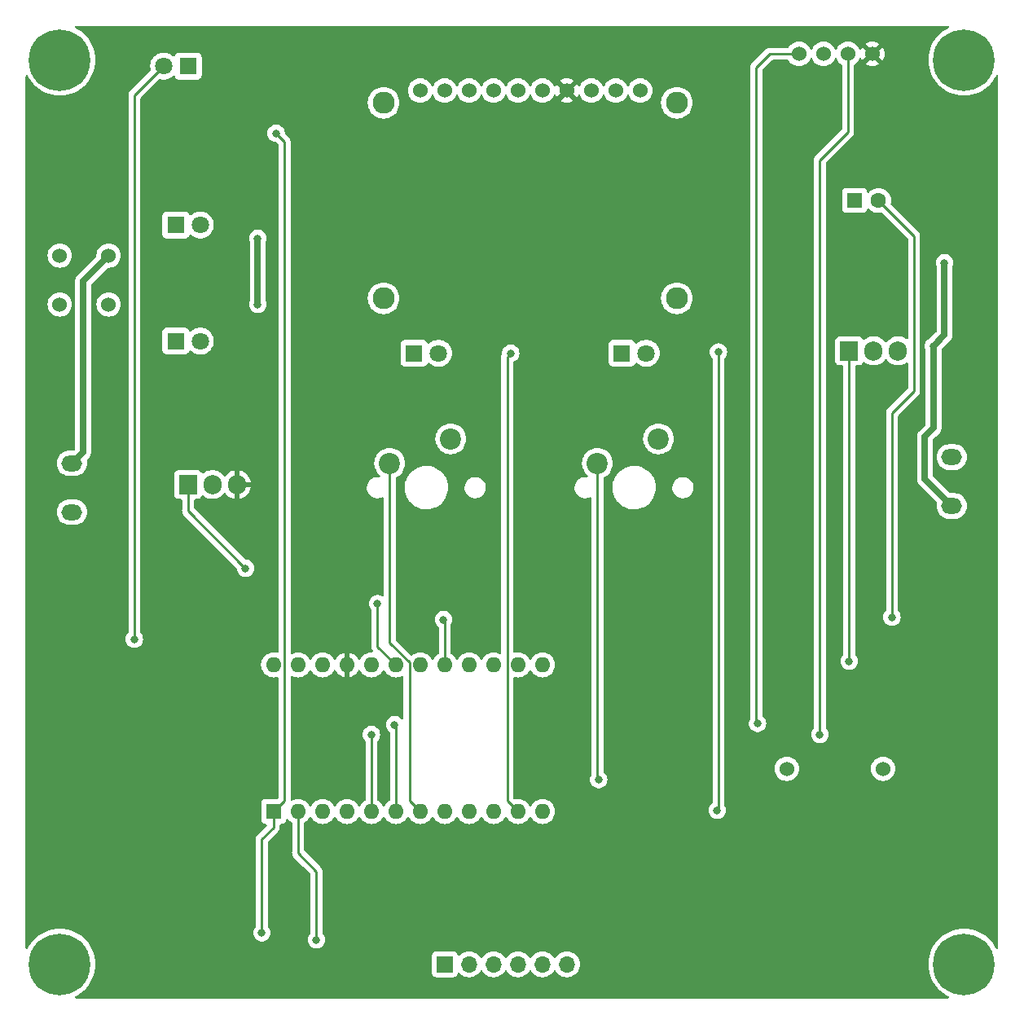
<source format=gbr>
%TF.GenerationSoftware,KiCad,Pcbnew,7.0.8-7.0.8~ubuntu22.04.1*%
%TF.CreationDate,2023-11-09T16:27:44-05:00*%
%TF.ProjectId,boot_camp_pcb,626f6f74-5f63-4616-9d70-5f7063622e6b,rev?*%
%TF.SameCoordinates,Original*%
%TF.FileFunction,Copper,L2,Bot*%
%TF.FilePolarity,Positive*%
%FSLAX46Y46*%
G04 Gerber Fmt 4.6, Leading zero omitted, Abs format (unit mm)*
G04 Created by KiCad (PCBNEW 7.0.8-7.0.8~ubuntu22.04.1) date 2023-11-09 16:27:44*
%MOMM*%
%LPD*%
G01*
G04 APERTURE LIST*
%TA.AperFunction,ComponentPad*%
%ADD10O,1.905000X2.000000*%
%TD*%
%TA.AperFunction,ComponentPad*%
%ADD11R,1.905000X2.000000*%
%TD*%
%TA.AperFunction,ComponentPad*%
%ADD12R,1.700000X1.700000*%
%TD*%
%TA.AperFunction,ComponentPad*%
%ADD13O,1.700000X1.700000*%
%TD*%
%TA.AperFunction,ComponentPad*%
%ADD14C,1.524000*%
%TD*%
%TA.AperFunction,ComponentPad*%
%ADD15R,1.800000X1.800000*%
%TD*%
%TA.AperFunction,ComponentPad*%
%ADD16C,1.800000*%
%TD*%
%TA.AperFunction,ComponentPad*%
%ADD17R,1.600000X1.600000*%
%TD*%
%TA.AperFunction,ComponentPad*%
%ADD18C,1.600000*%
%TD*%
%TA.AperFunction,ComponentPad*%
%ADD19C,2.286000*%
%TD*%
%TA.AperFunction,ComponentPad*%
%ADD20C,2.200000*%
%TD*%
%TA.AperFunction,ComponentPad*%
%ADD21O,2.159000X1.651000*%
%TD*%
%TA.AperFunction,ComponentPad*%
%ADD22C,6.400000*%
%TD*%
%TA.AperFunction,ComponentPad*%
%ADD23O,1.600000X1.600000*%
%TD*%
%TA.AperFunction,ViaPad*%
%ADD24C,0.800000*%
%TD*%
%TA.AperFunction,Conductor*%
%ADD25C,0.250000*%
%TD*%
%TA.AperFunction,Conductor*%
%ADD26C,0.635000*%
%TD*%
G04 APERTURE END LIST*
D10*
%TO.P,Q1,3,S*%
%TO.N,GND*%
X131572000Y-74676000D03*
%TO.P,Q1,2,D*%
%TO.N,Net-(M2--)*%
X129032000Y-74676000D03*
D11*
%TO.P,Q1,1,G*%
%TO.N,Net-(A1-D10)*%
X126492000Y-74676000D03*
%TD*%
D12*
%TO.P,J2,1,Pin_1*%
%TO.N,GND*%
X84455000Y-138430000D03*
D13*
%TO.P,J2,2,Pin_2*%
%TO.N,unconnected-(J2-Pin_2-Pad2)*%
X86995000Y-138430000D03*
%TO.P,J2,3,Pin_3*%
%TO.N,unconnected-(J2-Pin_3-Pad3)*%
X89535000Y-138430000D03*
%TO.P,J2,4,Pin_4*%
%TO.N,/RX*%
X92075000Y-138430000D03*
%TO.P,J2,5,Pin_5*%
%TO.N,/TX*%
X94615000Y-138430000D03*
%TO.P,J2,6,Pin_6*%
%TO.N,unconnected-(J2-Pin_6-Pad6)*%
X97155000Y-138430000D03*
%TD*%
D14*
%TO.P,SW1,1,A*%
%TO.N,Net-(J1-Pin_1)*%
X49530000Y-64770000D03*
%TO.P,SW1,2,B*%
%TO.N,+12V*%
X49530000Y-69850000D03*
%TO.P,SW1,3*%
%TO.N,N/C*%
X44450000Y-64770000D03*
%TO.P,SW1,4*%
X44450000Y-69850000D03*
%TD*%
D15*
%TO.P,D4,1,K*%
%TO.N,GND*%
X56510000Y-61595000D03*
D16*
%TO.P,D4,2,A*%
%TO.N,Net-(D4-A)*%
X59050000Y-61595000D03*
%TD*%
D17*
%TO.P,TH1,1*%
%TO.N,Net-(R1-Pad2)*%
X127040000Y-59055000D03*
D18*
%TO.P,TH1,2*%
%TO.N,Net-(A1-A0)*%
X129540000Y-59055000D03*
%TD*%
D15*
%TO.P,D3,1,K*%
%TO.N,GND*%
X102870000Y-74930000D03*
D16*
%TO.P,D3,2,A*%
%TO.N,Net-(D3-A)*%
X105410000Y-74930000D03*
%TD*%
D14*
%TO.P,DP1,1,RX*%
%TO.N,/TX*%
X81915000Y-47625000D03*
%TO.P,DP1,2*%
%TO.N,N/C*%
X84455000Y-47625000D03*
%TO.P,DP1,3*%
X86995000Y-47625000D03*
%TO.P,DP1,4*%
X89535000Y-47625000D03*
%TO.P,DP1,5*%
X92075000Y-47625000D03*
%TO.P,DP1,6*%
X94615000Y-47625000D03*
%TO.P,DP1,7,VCC*%
%TO.N,+5V*%
X97155000Y-47625000D03*
%TO.P,DP1,8,GND*%
%TO.N,GND*%
X99695000Y-47625000D03*
%TO.P,DP1,9*%
%TO.N,N/C*%
X102235000Y-47625000D03*
%TO.P,DP1,10*%
X104775000Y-47625000D03*
D19*
%TO.P,DP1,11*%
X78105000Y-48895000D03*
%TO.P,DP1,12*%
X108585000Y-48895000D03*
%TO.P,DP1,13*%
X108585000Y-69215000D03*
%TO.P,DP1,14*%
X78105000Y-69215000D03*
%TD*%
D20*
%TO.P,SW3,1,1*%
%TO.N,GND*%
X106680000Y-83820000D03*
%TO.P,SW3,2,2*%
%TO.N,Net-(A1-D5)*%
X100330000Y-86360000D03*
%TD*%
D21*
%TO.P,M2,1,+*%
%TO.N,+12V*%
X137160000Y-90805000D03*
%TO.P,M2,2,-*%
%TO.N,Net-(M2--)*%
X137160000Y-85725000D03*
%TD*%
D15*
%TO.P,D2,1,K*%
%TO.N,GND*%
X81275000Y-74930000D03*
D16*
%TO.P,D2,2,A*%
%TO.N,Net-(D2-A)*%
X83815000Y-74930000D03*
%TD*%
D15*
%TO.P,D1,1,K*%
%TO.N,GND*%
X56510000Y-73660000D03*
D16*
%TO.P,D1,2,A*%
%TO.N,Net-(D1-A)*%
X59050000Y-73660000D03*
%TD*%
D14*
%TO.P,LS1,1,1*%
%TO.N,Net-(A1-D6)*%
X120015000Y-118110000D03*
%TO.P,LS1,2,2*%
%TO.N,Net-(A1-D7)*%
X130015000Y-118110000D03*
%TD*%
D22*
%TO.P,H2,1*%
%TO.N,N/C*%
X138430000Y-44450000D03*
%TD*%
%TO.P,H1,1*%
%TO.N,N/C*%
X44450000Y-44450000D03*
%TD*%
D21*
%TO.P,J1,2,Pin_2*%
%TO.N,GND*%
X45720000Y-91440000D03*
%TO.P,J1,1,Pin_1*%
%TO.N,Net-(J1-Pin_1)*%
X45720000Y-86360000D03*
%TD*%
D10*
%TO.P,U2,3,VO*%
%TO.N,+5V*%
X62865000Y-88575000D03*
%TO.P,U2,2,GND*%
%TO.N,GND*%
X60325000Y-88575000D03*
D11*
%TO.P,U2,1,VI*%
%TO.N,+12V*%
X57785000Y-88575000D03*
%TD*%
D14*
%TO.P,U1,1,VDD*%
%TO.N,+5V*%
X128905000Y-43815000D03*
%TO.P,U1,2,SDA*%
%TO.N,/SDA*%
X126365000Y-43815000D03*
%TO.P,U1,3,GND*%
%TO.N,GND*%
X123825000Y-43815000D03*
%TO.P,U1,4,SCL*%
%TO.N,/SCL*%
X121285000Y-43815000D03*
%TD*%
D17*
%TO.P,A1,1,D1/TX*%
%TO.N,/TX*%
X66675000Y-122555000D03*
D23*
%TO.P,A1,2,D0/RX*%
%TO.N,/RX*%
X69215000Y-122555000D03*
%TO.P,A1,3,GND*%
%TO.N,GND*%
X71755000Y-122555000D03*
%TO.P,A1,4,GND*%
X74295000Y-122555000D03*
%TO.P,A1,5,D2*%
%TO.N,/SDA*%
X76835000Y-122555000D03*
%TO.P,A1,6,D3*%
%TO.N,/SCL*%
X79375000Y-122555000D03*
%TO.P,A1,7,D4*%
%TO.N,Net-(A1-D4)*%
X81915000Y-122555000D03*
%TO.P,A1,8,D5*%
%TO.N,Net-(A1-D5)*%
X84455000Y-122555000D03*
%TO.P,A1,9,D6*%
%TO.N,Net-(A1-D6)*%
X86995000Y-122555000D03*
%TO.P,A1,10,D7*%
%TO.N,Net-(A1-D7)*%
X89535000Y-122555000D03*
%TO.P,A1,11,D8*%
%TO.N,Net-(A1-D8)*%
X92075000Y-122555000D03*
%TO.P,A1,12,D9*%
%TO.N,Net-(A1-D9)*%
X94615000Y-122555000D03*
%TO.P,A1,13,D10*%
%TO.N,Net-(A1-D10)*%
X94615000Y-107315000D03*
%TO.P,A1,14,D16*%
%TO.N,/MOSI*%
X92075000Y-107315000D03*
%TO.P,A1,15,D14*%
%TO.N,/MISO*%
X89535000Y-107315000D03*
%TO.P,A1,16,D15*%
%TO.N,/SCK*%
X86995000Y-107315000D03*
%TO.P,A1,17,A0*%
%TO.N,Net-(A1-A0)*%
X84455000Y-107315000D03*
%TO.P,A1,18,A1*%
%TO.N,Net-(A1-A1)*%
X81915000Y-107315000D03*
%TO.P,A1,19,A2*%
%TO.N,Net-(A1-A2)*%
X79375000Y-107315000D03*
%TO.P,A1,20,A3*%
%TO.N,unconnected-(A1-A3-Pad20)*%
X76835000Y-107315000D03*
%TO.P,A1,21,+5V*%
%TO.N,+5V*%
X74295000Y-107315000D03*
%TO.P,A1,22,~{RESET}*%
%TO.N,unconnected-(A1-~{RESET}-Pad22)*%
X71755000Y-107315000D03*
%TO.P,A1,23,GND*%
%TO.N,GND*%
X69215000Y-107315000D03*
%TO.P,A1,24*%
%TO.N,N/C*%
X66675000Y-107315000D03*
%TD*%
D15*
%TO.P,R7,1*%
%TO.N,Net-(R3-Pad2)*%
X57790000Y-45085000D03*
D16*
%TO.P,R7,2*%
%TO.N,Net-(A1-A1)*%
X55250000Y-45085000D03*
%TD*%
D22*
%TO.P,H3,1*%
%TO.N,N/C*%
X44450000Y-138430000D03*
%TD*%
D20*
%TO.P,SW2,1,1*%
%TO.N,GND*%
X85090000Y-83820000D03*
%TO.P,SW2,2,2*%
%TO.N,Net-(A1-D4)*%
X78740000Y-86360000D03*
%TD*%
D22*
%TO.P,H4,1*%
%TO.N,N/C*%
X138430000Y-138430000D03*
%TD*%
D24*
%TO.N,+5V*%
X75946000Y-131064000D03*
X68072000Y-45085000D03*
X66675000Y-73533000D03*
X61976000Y-80899000D03*
%TO.N,+12V*%
X63754000Y-97282000D03*
%TO.N,Net-(A1-A1)*%
X52197000Y-104648000D03*
%TO.N,+5V*%
X119126000Y-57531000D03*
%TO.N,Net-(A1-A0)*%
X84328000Y-102616000D03*
X130937000Y-102362000D03*
%TO.N,+12V*%
X135255000Y-74168000D03*
X136398000Y-65532000D03*
X65024000Y-62992000D03*
X65024000Y-69850000D03*
%TO.N,/TX*%
X65442000Y-135165000D03*
%TO.N,/RX*%
X71120000Y-135890000D03*
%TO.N,/TX*%
X66929000Y-52070000D03*
%TO.N,Net-(A1-D10)*%
X126492000Y-106934000D03*
%TO.N,Net-(A1-D8)*%
X91313000Y-74930000D03*
%TO.N,Net-(A1-D9)*%
X112903000Y-74803000D03*
X112776000Y-122428000D03*
%TO.N,Net-(A1-A2)*%
X77470000Y-100965000D03*
%TO.N,Net-(A1-D5)*%
X100457000Y-119253000D03*
%TO.N,/SDA*%
X76835000Y-114554000D03*
X123444000Y-114554000D03*
%TO.N,/SCL*%
X79248000Y-113538000D03*
X116967000Y-113411000D03*
%TD*%
D25*
%TO.N,+12V*%
X63754000Y-97282000D02*
X57785000Y-91313000D01*
X57785000Y-91313000D02*
X57785000Y-88575000D01*
%TO.N,Net-(A1-A1)*%
X55250000Y-45085000D02*
X52197000Y-48138000D01*
X52197000Y-48138000D02*
X52197000Y-104648000D01*
%TO.N,+5V*%
X119126000Y-57531000D02*
X119126000Y-57912000D01*
X119126000Y-57912000D02*
X119380000Y-58166000D01*
%TO.N,Net-(A1-A0)*%
X84328000Y-102616000D02*
X84455000Y-102743000D01*
X84455000Y-102743000D02*
X84455000Y-107315000D01*
X129540000Y-59055000D02*
X133223000Y-62738000D01*
X133223000Y-62738000D02*
X133223000Y-78867000D01*
X133223000Y-78867000D02*
X130937000Y-81153000D01*
X130937000Y-81153000D02*
X130937000Y-102362000D01*
D26*
%TO.N,+12V*%
X135255000Y-74168000D02*
X135255000Y-82677000D01*
X135255000Y-82677000D02*
X134366000Y-83566000D01*
X134366000Y-83566000D02*
X134366000Y-88011000D01*
X134366000Y-88011000D02*
X137160000Y-90805000D01*
X136398000Y-65532000D02*
X136398000Y-73025000D01*
X136398000Y-73025000D02*
X135255000Y-74168000D01*
X65024000Y-69850000D02*
X65024000Y-62992000D01*
%TO.N,Net-(J1-Pin_1)*%
X49530000Y-64770000D02*
X46863000Y-67437000D01*
X46863000Y-67437000D02*
X46863000Y-85217000D01*
X46863000Y-85217000D02*
X45720000Y-86360000D01*
D25*
%TO.N,/TX*%
X65442000Y-135165000D02*
X65442000Y-125439000D01*
X65442000Y-125439000D02*
X66675000Y-124206000D01*
X66675000Y-124206000D02*
X66675000Y-122555000D01*
%TO.N,/RX*%
X71120000Y-135890000D02*
X71120000Y-128778000D01*
X69215000Y-126873000D02*
X69215000Y-122555000D01*
X71120000Y-128778000D02*
X69215000Y-126873000D01*
%TO.N,/TX*%
X66929000Y-52070000D02*
X67800000Y-52941000D01*
X67800000Y-52941000D02*
X67800000Y-121430000D01*
X67800000Y-121430000D02*
X66675000Y-122555000D01*
%TO.N,Net-(A1-D10)*%
X126492000Y-74676000D02*
X126492000Y-106934000D01*
X126492000Y-107061000D02*
X126492000Y-106934000D01*
%TO.N,Net-(A1-D8)*%
X91313000Y-74930000D02*
X90950000Y-75293000D01*
X90950000Y-75293000D02*
X90950000Y-121430000D01*
X90950000Y-121430000D02*
X92075000Y-122555000D01*
%TO.N,Net-(A1-D9)*%
X112903000Y-122301000D02*
X112776000Y-122428000D01*
X112903000Y-74803000D02*
X112903000Y-122301000D01*
%TO.N,Net-(A1-A2)*%
X77470000Y-100965000D02*
X77470000Y-105410000D01*
X77470000Y-105410000D02*
X79375000Y-107315000D01*
%TO.N,Net-(A1-D5)*%
X100330000Y-86360000D02*
X100330000Y-119126000D01*
X100330000Y-119126000D02*
X100457000Y-119253000D01*
%TO.N,Net-(A1-D4)*%
X78740000Y-86360000D02*
X78740000Y-105029000D01*
X78740000Y-105029000D02*
X80790000Y-107079000D01*
X80790000Y-107079000D02*
X80790000Y-121430000D01*
X80790000Y-121430000D02*
X81915000Y-122555000D01*
%TO.N,/SDA*%
X76835000Y-114554000D02*
X76835000Y-122555000D01*
X126365000Y-43815000D02*
X126365000Y-51943000D01*
X126365000Y-51943000D02*
X123444000Y-54864000D01*
X123444000Y-54864000D02*
X123444000Y-114554000D01*
%TO.N,/SCL*%
X79248000Y-113538000D02*
X79375000Y-113665000D01*
X79375000Y-113665000D02*
X79375000Y-122555000D01*
X121285000Y-43815000D02*
X118237000Y-43815000D01*
X118237000Y-43815000D02*
X116840000Y-45212000D01*
X116840000Y-45212000D02*
X116840000Y-113284000D01*
X116840000Y-113284000D02*
X116967000Y-113411000D01*
%TD*%
%TA.AperFunction,Conductor*%
%TO.N,+5V*%
G36*
X74545000Y-108593872D02*
G01*
X74741317Y-108541269D01*
X74741326Y-108541265D01*
X74947482Y-108445134D01*
X75133820Y-108314657D01*
X75294657Y-108153820D01*
X75425132Y-107967484D01*
X75452341Y-107909134D01*
X75498513Y-107856695D01*
X75565707Y-107837542D01*
X75632588Y-107857757D01*
X75677106Y-107909133D01*
X75704431Y-107967732D01*
X75704432Y-107967734D01*
X75834954Y-108154141D01*
X75995858Y-108315045D01*
X75995861Y-108315047D01*
X76182266Y-108445568D01*
X76388504Y-108541739D01*
X76608308Y-108600635D01*
X76770230Y-108614801D01*
X76834998Y-108620468D01*
X76835000Y-108620468D01*
X76835002Y-108620468D01*
X76891673Y-108615509D01*
X77061692Y-108600635D01*
X77281496Y-108541739D01*
X77487734Y-108445568D01*
X77674139Y-108315047D01*
X77835047Y-108154139D01*
X77965568Y-107967734D01*
X77992618Y-107909724D01*
X78038790Y-107857285D01*
X78105983Y-107838133D01*
X78172865Y-107858348D01*
X78217382Y-107909725D01*
X78244429Y-107967728D01*
X78244432Y-107967734D01*
X78374954Y-108154141D01*
X78535858Y-108315045D01*
X78535861Y-108315047D01*
X78722266Y-108445568D01*
X78928504Y-108541739D01*
X79148308Y-108600635D01*
X79310230Y-108614801D01*
X79374998Y-108620468D01*
X79375000Y-108620468D01*
X79375002Y-108620468D01*
X79431673Y-108615509D01*
X79601692Y-108600635D01*
X79821496Y-108541739D01*
X79988095Y-108464051D01*
X80057173Y-108453560D01*
X80120957Y-108482080D01*
X80159196Y-108540556D01*
X80164500Y-108576434D01*
X80164500Y-112887069D01*
X80144815Y-112954108D01*
X80092011Y-112999863D01*
X80022853Y-113009807D01*
X79959297Y-112980782D01*
X79948350Y-112970041D01*
X79853870Y-112865111D01*
X79700734Y-112753851D01*
X79700729Y-112753848D01*
X79527807Y-112676857D01*
X79527802Y-112676855D01*
X79382001Y-112645865D01*
X79342646Y-112637500D01*
X79153354Y-112637500D01*
X79120897Y-112644398D01*
X78968197Y-112676855D01*
X78968192Y-112676857D01*
X78795270Y-112753848D01*
X78795265Y-112753851D01*
X78642129Y-112865111D01*
X78515466Y-113005785D01*
X78420821Y-113169715D01*
X78420818Y-113169722D01*
X78362327Y-113349740D01*
X78362326Y-113349744D01*
X78342540Y-113538000D01*
X78362326Y-113726256D01*
X78362327Y-113726259D01*
X78420818Y-113906277D01*
X78420821Y-113906284D01*
X78515467Y-114070216D01*
X78627957Y-114195148D01*
X78642129Y-114210888D01*
X78642133Y-114210891D01*
X78698384Y-114251759D01*
X78741050Y-114307088D01*
X78749500Y-114352078D01*
X78749500Y-121340811D01*
X78729815Y-121407850D01*
X78696623Y-121442386D01*
X78535859Y-121554953D01*
X78374954Y-121715858D01*
X78244432Y-121902265D01*
X78244431Y-121902267D01*
X78217382Y-121960275D01*
X78171209Y-122012714D01*
X78104016Y-122031866D01*
X78037135Y-122011650D01*
X77992618Y-121960275D01*
X77992089Y-121959141D01*
X77965568Y-121902266D01*
X77835047Y-121715861D01*
X77835045Y-121715858D01*
X77674140Y-121554953D01*
X77513377Y-121442386D01*
X77469752Y-121387809D01*
X77460500Y-121340811D01*
X77460500Y-115252687D01*
X77480185Y-115185648D01*
X77492350Y-115169715D01*
X77510891Y-115149122D01*
X77567533Y-115086216D01*
X77662179Y-114922284D01*
X77720674Y-114742256D01*
X77740460Y-114554000D01*
X77720674Y-114365744D01*
X77662179Y-114185716D01*
X77567533Y-114021784D01*
X77440871Y-113881112D01*
X77440870Y-113881111D01*
X77287734Y-113769851D01*
X77287729Y-113769848D01*
X77114807Y-113692857D01*
X77114802Y-113692855D01*
X76969001Y-113661865D01*
X76929646Y-113653500D01*
X76740354Y-113653500D01*
X76707897Y-113660398D01*
X76555197Y-113692855D01*
X76555192Y-113692857D01*
X76382270Y-113769848D01*
X76382265Y-113769851D01*
X76229129Y-113881111D01*
X76102466Y-114021785D01*
X76007821Y-114185715D01*
X76007818Y-114185722D01*
X75966951Y-114311500D01*
X75949326Y-114365744D01*
X75929540Y-114554000D01*
X75949326Y-114742256D01*
X75949327Y-114742259D01*
X76007818Y-114922277D01*
X76007821Y-114922284D01*
X76102467Y-115086216D01*
X76145772Y-115134310D01*
X76177650Y-115169715D01*
X76207880Y-115232706D01*
X76209500Y-115252687D01*
X76209500Y-121340811D01*
X76189815Y-121407850D01*
X76156623Y-121442386D01*
X75995859Y-121554953D01*
X75834954Y-121715858D01*
X75704432Y-121902265D01*
X75704431Y-121902267D01*
X75677382Y-121960275D01*
X75631209Y-122012714D01*
X75564016Y-122031866D01*
X75497135Y-122011650D01*
X75452618Y-121960275D01*
X75452089Y-121959141D01*
X75425568Y-121902266D01*
X75295047Y-121715861D01*
X75295045Y-121715858D01*
X75134141Y-121554954D01*
X74947734Y-121424432D01*
X74947732Y-121424431D01*
X74741497Y-121328261D01*
X74741488Y-121328258D01*
X74521697Y-121269366D01*
X74521693Y-121269365D01*
X74521692Y-121269365D01*
X74521691Y-121269364D01*
X74521686Y-121269364D01*
X74295002Y-121249532D01*
X74294998Y-121249532D01*
X74068313Y-121269364D01*
X74068302Y-121269366D01*
X73848511Y-121328258D01*
X73848502Y-121328261D01*
X73642267Y-121424431D01*
X73642265Y-121424432D01*
X73455858Y-121554954D01*
X73294954Y-121715858D01*
X73164432Y-121902265D01*
X73164431Y-121902267D01*
X73137382Y-121960275D01*
X73091209Y-122012714D01*
X73024016Y-122031866D01*
X72957135Y-122011650D01*
X72912618Y-121960275D01*
X72912089Y-121959141D01*
X72885568Y-121902266D01*
X72755047Y-121715861D01*
X72755045Y-121715858D01*
X72594141Y-121554954D01*
X72407734Y-121424432D01*
X72407732Y-121424431D01*
X72201497Y-121328261D01*
X72201488Y-121328258D01*
X71981697Y-121269366D01*
X71981693Y-121269365D01*
X71981692Y-121269365D01*
X71981691Y-121269364D01*
X71981686Y-121269364D01*
X71755002Y-121249532D01*
X71754998Y-121249532D01*
X71528313Y-121269364D01*
X71528302Y-121269366D01*
X71308511Y-121328258D01*
X71308502Y-121328261D01*
X71102267Y-121424431D01*
X71102265Y-121424432D01*
X70915858Y-121554954D01*
X70754954Y-121715858D01*
X70624432Y-121902265D01*
X70624431Y-121902267D01*
X70597382Y-121960275D01*
X70551209Y-122012714D01*
X70484016Y-122031866D01*
X70417135Y-122011650D01*
X70372618Y-121960275D01*
X70372089Y-121959141D01*
X70345568Y-121902266D01*
X70215047Y-121715861D01*
X70215045Y-121715858D01*
X70054141Y-121554954D01*
X69867734Y-121424432D01*
X69867732Y-121424431D01*
X69661497Y-121328261D01*
X69661488Y-121328258D01*
X69441697Y-121269366D01*
X69441693Y-121269365D01*
X69441692Y-121269365D01*
X69441691Y-121269364D01*
X69441686Y-121269364D01*
X69215002Y-121249532D01*
X69214998Y-121249532D01*
X68988313Y-121269364D01*
X68988302Y-121269366D01*
X68768511Y-121328258D01*
X68768504Y-121328260D01*
X68768504Y-121328261D01*
X68620125Y-121397452D01*
X68601905Y-121405948D01*
X68532827Y-121416440D01*
X68469043Y-121387920D01*
X68430804Y-121329444D01*
X68425500Y-121293566D01*
X68425500Y-108576434D01*
X68445185Y-108509395D01*
X68497989Y-108463640D01*
X68567147Y-108453696D01*
X68601904Y-108464051D01*
X68768504Y-108541739D01*
X68988308Y-108600635D01*
X69150230Y-108614801D01*
X69214998Y-108620468D01*
X69215000Y-108620468D01*
X69215002Y-108620468D01*
X69271673Y-108615509D01*
X69441692Y-108600635D01*
X69661496Y-108541739D01*
X69867734Y-108445568D01*
X70054139Y-108315047D01*
X70215047Y-108154139D01*
X70345568Y-107967734D01*
X70372618Y-107909724D01*
X70418790Y-107857285D01*
X70485983Y-107838133D01*
X70552865Y-107858348D01*
X70597382Y-107909725D01*
X70624429Y-107967728D01*
X70624432Y-107967734D01*
X70754954Y-108154141D01*
X70915858Y-108315045D01*
X70915861Y-108315047D01*
X71102266Y-108445568D01*
X71308504Y-108541739D01*
X71528308Y-108600635D01*
X71690230Y-108614801D01*
X71754998Y-108620468D01*
X71755000Y-108620468D01*
X71755002Y-108620468D01*
X71811673Y-108615509D01*
X71981692Y-108600635D01*
X72201496Y-108541739D01*
X72407734Y-108445568D01*
X72594139Y-108315047D01*
X72755047Y-108154139D01*
X72885568Y-107967734D01*
X72912895Y-107909129D01*
X72959064Y-107856695D01*
X73026257Y-107837542D01*
X73093139Y-107857757D01*
X73137657Y-107909133D01*
X73164865Y-107967482D01*
X73295342Y-108153820D01*
X73456179Y-108314657D01*
X73642517Y-108445134D01*
X73848673Y-108541265D01*
X73848682Y-108541269D01*
X74044999Y-108593872D01*
X74045000Y-108593871D01*
X74045000Y-107630686D01*
X74056955Y-107642641D01*
X74169852Y-107700165D01*
X74263519Y-107715000D01*
X74326481Y-107715000D01*
X74420148Y-107700165D01*
X74533045Y-107642641D01*
X74545000Y-107630686D01*
X74545000Y-108593872D01*
G37*
%TD.AperFunction*%
%TA.AperFunction,Conductor*%
G36*
X136807552Y-40914185D02*
G01*
X136853307Y-40966989D01*
X136863251Y-41036147D01*
X136834226Y-41099703D01*
X136796808Y-41128985D01*
X136577206Y-41240877D01*
X136251917Y-41452122D01*
X135950488Y-41696215D01*
X135950480Y-41696222D01*
X135676222Y-41970480D01*
X135676215Y-41970488D01*
X135432122Y-42271917D01*
X135220877Y-42597206D01*
X135044787Y-42942802D01*
X134905788Y-43304905D01*
X134805397Y-43679570D01*
X134805397Y-43679572D01*
X134744722Y-44062660D01*
X134724422Y-44449999D01*
X134724422Y-44450000D01*
X134744722Y-44837339D01*
X134805397Y-45220427D01*
X134805397Y-45220429D01*
X134905788Y-45595094D01*
X135044787Y-45957197D01*
X135220877Y-46302793D01*
X135432122Y-46628082D01*
X135432124Y-46628084D01*
X135676219Y-46929516D01*
X135950484Y-47203781D01*
X136094225Y-47320180D01*
X136251917Y-47447877D01*
X136577206Y-47659122D01*
X136577211Y-47659125D01*
X136922806Y-47835214D01*
X137284913Y-47974214D01*
X137659567Y-48074602D01*
X138042662Y-48135278D01*
X138408576Y-48154455D01*
X138429999Y-48155578D01*
X138430000Y-48155578D01*
X138430001Y-48155578D01*
X138450301Y-48154514D01*
X138817338Y-48135278D01*
X139200433Y-48074602D01*
X139575087Y-47974214D01*
X139937194Y-47835214D01*
X140282789Y-47659125D01*
X140608084Y-47447876D01*
X140909516Y-47203781D01*
X141183781Y-46929516D01*
X141427876Y-46628084D01*
X141553848Y-46434104D01*
X141639124Y-46302791D01*
X141639125Y-46302789D01*
X141751015Y-46083192D01*
X141798989Y-46032395D01*
X141866810Y-46015600D01*
X141932945Y-46038137D01*
X141976397Y-46092852D01*
X141985500Y-46139486D01*
X141985500Y-136740513D01*
X141965815Y-136807552D01*
X141913011Y-136853307D01*
X141843853Y-136863251D01*
X141780297Y-136834226D01*
X141751015Y-136796808D01*
X141639122Y-136577206D01*
X141427877Y-136251917D01*
X141183784Y-135950488D01*
X141183781Y-135950484D01*
X140909516Y-135676219D01*
X140733006Y-135533284D01*
X140608082Y-135432122D01*
X140282793Y-135220877D01*
X139937197Y-135044787D01*
X139575094Y-134905788D01*
X139575087Y-134905786D01*
X139200433Y-134805398D01*
X139200429Y-134805397D01*
X139200428Y-134805397D01*
X138817339Y-134744722D01*
X138430001Y-134724422D01*
X138429999Y-134724422D01*
X138042660Y-134744722D01*
X137659572Y-134805397D01*
X137659570Y-134805397D01*
X137284905Y-134905788D01*
X136922802Y-135044787D01*
X136577206Y-135220877D01*
X136251917Y-135432122D01*
X135950488Y-135676215D01*
X135950480Y-135676222D01*
X135676222Y-135950480D01*
X135676215Y-135950488D01*
X135432122Y-136251917D01*
X135220877Y-136577206D01*
X135044787Y-136922802D01*
X134905788Y-137284905D01*
X134805397Y-137659570D01*
X134805397Y-137659572D01*
X134744722Y-138042660D01*
X134724422Y-138429999D01*
X134724422Y-138430000D01*
X134744722Y-138817339D01*
X134756811Y-138893664D01*
X134805398Y-139200433D01*
X134832452Y-139301402D01*
X134905788Y-139575094D01*
X135044787Y-139937197D01*
X135220877Y-140282793D01*
X135432122Y-140608082D01*
X135432124Y-140608084D01*
X135676219Y-140909516D01*
X135950484Y-141183781D01*
X135950488Y-141183784D01*
X136251917Y-141427877D01*
X136577206Y-141639122D01*
X136577211Y-141639125D01*
X136785589Y-141745298D01*
X136796808Y-141751015D01*
X136847604Y-141798989D01*
X136864399Y-141866810D01*
X136841862Y-141932945D01*
X136787147Y-141976397D01*
X136740513Y-141985500D01*
X46139487Y-141985500D01*
X46072448Y-141965815D01*
X46026693Y-141913011D01*
X46016749Y-141843853D01*
X46045774Y-141780297D01*
X46083192Y-141751015D01*
X46088614Y-141748251D01*
X46302789Y-141639125D01*
X46628084Y-141427876D01*
X46929516Y-141183781D01*
X47203781Y-140909516D01*
X47447876Y-140608084D01*
X47659125Y-140282789D01*
X47835214Y-139937194D01*
X47974214Y-139575087D01*
X48040455Y-139327870D01*
X83104500Y-139327870D01*
X83104501Y-139327876D01*
X83110908Y-139387483D01*
X83161202Y-139522328D01*
X83161206Y-139522335D01*
X83247452Y-139637544D01*
X83247455Y-139637547D01*
X83362664Y-139723793D01*
X83362671Y-139723797D01*
X83497517Y-139774091D01*
X83497516Y-139774091D01*
X83504444Y-139774835D01*
X83557127Y-139780500D01*
X85352872Y-139780499D01*
X85412483Y-139774091D01*
X85547331Y-139723796D01*
X85662546Y-139637546D01*
X85748796Y-139522331D01*
X85797810Y-139390916D01*
X85839681Y-139334984D01*
X85905145Y-139310566D01*
X85973418Y-139325417D01*
X86001673Y-139346569D01*
X86123599Y-139468495D01*
X86220384Y-139536265D01*
X86317165Y-139604032D01*
X86317167Y-139604033D01*
X86317170Y-139604035D01*
X86531337Y-139703903D01*
X86759592Y-139765063D01*
X86936034Y-139780500D01*
X86994999Y-139785659D01*
X86995000Y-139785659D01*
X86995001Y-139785659D01*
X87053966Y-139780500D01*
X87230408Y-139765063D01*
X87458663Y-139703903D01*
X87672830Y-139604035D01*
X87866401Y-139468495D01*
X88033495Y-139301401D01*
X88163425Y-139115842D01*
X88218002Y-139072217D01*
X88287500Y-139065023D01*
X88349855Y-139096546D01*
X88366575Y-139115842D01*
X88496500Y-139301395D01*
X88496505Y-139301401D01*
X88663599Y-139468495D01*
X88760384Y-139536265D01*
X88857165Y-139604032D01*
X88857167Y-139604033D01*
X88857170Y-139604035D01*
X89071337Y-139703903D01*
X89299592Y-139765063D01*
X89476034Y-139780500D01*
X89534999Y-139785659D01*
X89535000Y-139785659D01*
X89535001Y-139785659D01*
X89593966Y-139780500D01*
X89770408Y-139765063D01*
X89998663Y-139703903D01*
X90212830Y-139604035D01*
X90406401Y-139468495D01*
X90573495Y-139301401D01*
X90703425Y-139115842D01*
X90758002Y-139072217D01*
X90827500Y-139065023D01*
X90889855Y-139096546D01*
X90906575Y-139115842D01*
X91036500Y-139301395D01*
X91036505Y-139301401D01*
X91203599Y-139468495D01*
X91300384Y-139536265D01*
X91397165Y-139604032D01*
X91397167Y-139604033D01*
X91397170Y-139604035D01*
X91611337Y-139703903D01*
X91839592Y-139765063D01*
X92016034Y-139780500D01*
X92074999Y-139785659D01*
X92075000Y-139785659D01*
X92075001Y-139785659D01*
X92133966Y-139780500D01*
X92310408Y-139765063D01*
X92538663Y-139703903D01*
X92752830Y-139604035D01*
X92946401Y-139468495D01*
X93113495Y-139301401D01*
X93243425Y-139115842D01*
X93298002Y-139072217D01*
X93367500Y-139065023D01*
X93429855Y-139096546D01*
X93446575Y-139115842D01*
X93576500Y-139301395D01*
X93576505Y-139301401D01*
X93743599Y-139468495D01*
X93840384Y-139536265D01*
X93937165Y-139604032D01*
X93937167Y-139604033D01*
X93937170Y-139604035D01*
X94151337Y-139703903D01*
X94379592Y-139765063D01*
X94556034Y-139780500D01*
X94614999Y-139785659D01*
X94615000Y-139785659D01*
X94615001Y-139785659D01*
X94673966Y-139780500D01*
X94850408Y-139765063D01*
X95078663Y-139703903D01*
X95292830Y-139604035D01*
X95486401Y-139468495D01*
X95653495Y-139301401D01*
X95783425Y-139115842D01*
X95838002Y-139072217D01*
X95907500Y-139065023D01*
X95969855Y-139096546D01*
X95986575Y-139115842D01*
X96116500Y-139301395D01*
X96116505Y-139301401D01*
X96283599Y-139468495D01*
X96380384Y-139536265D01*
X96477165Y-139604032D01*
X96477167Y-139604033D01*
X96477170Y-139604035D01*
X96691337Y-139703903D01*
X96919592Y-139765063D01*
X97096034Y-139780500D01*
X97154999Y-139785659D01*
X97155000Y-139785659D01*
X97155001Y-139785659D01*
X97213966Y-139780500D01*
X97390408Y-139765063D01*
X97618663Y-139703903D01*
X97832830Y-139604035D01*
X98026401Y-139468495D01*
X98193495Y-139301401D01*
X98329035Y-139107830D01*
X98428903Y-138893663D01*
X98490063Y-138665408D01*
X98510659Y-138430000D01*
X98490063Y-138194592D01*
X98428903Y-137966337D01*
X98329035Y-137752171D01*
X98323425Y-137744158D01*
X98193494Y-137558597D01*
X98026402Y-137391506D01*
X98026395Y-137391501D01*
X97832834Y-137255967D01*
X97832830Y-137255965D01*
X97832828Y-137255964D01*
X97618663Y-137156097D01*
X97618659Y-137156096D01*
X97618655Y-137156094D01*
X97390413Y-137094938D01*
X97390403Y-137094936D01*
X97155001Y-137074341D01*
X97154999Y-137074341D01*
X96919596Y-137094936D01*
X96919586Y-137094938D01*
X96691344Y-137156094D01*
X96691335Y-137156098D01*
X96477171Y-137255964D01*
X96477169Y-137255965D01*
X96283597Y-137391505D01*
X96116505Y-137558597D01*
X95986575Y-137744158D01*
X95931998Y-137787783D01*
X95862500Y-137794977D01*
X95800145Y-137763454D01*
X95783425Y-137744158D01*
X95653494Y-137558597D01*
X95486402Y-137391506D01*
X95486395Y-137391501D01*
X95292834Y-137255967D01*
X95292830Y-137255965D01*
X95292828Y-137255964D01*
X95078663Y-137156097D01*
X95078659Y-137156096D01*
X95078655Y-137156094D01*
X94850413Y-137094938D01*
X94850403Y-137094936D01*
X94615001Y-137074341D01*
X94614999Y-137074341D01*
X94379596Y-137094936D01*
X94379586Y-137094938D01*
X94151344Y-137156094D01*
X94151335Y-137156098D01*
X93937171Y-137255964D01*
X93937169Y-137255965D01*
X93743597Y-137391505D01*
X93576505Y-137558597D01*
X93446575Y-137744158D01*
X93391998Y-137787783D01*
X93322500Y-137794977D01*
X93260145Y-137763454D01*
X93243425Y-137744158D01*
X93113494Y-137558597D01*
X92946402Y-137391506D01*
X92946395Y-137391501D01*
X92752834Y-137255967D01*
X92752830Y-137255965D01*
X92752828Y-137255964D01*
X92538663Y-137156097D01*
X92538659Y-137156096D01*
X92538655Y-137156094D01*
X92310413Y-137094938D01*
X92310403Y-137094936D01*
X92075001Y-137074341D01*
X92074999Y-137074341D01*
X91839596Y-137094936D01*
X91839586Y-137094938D01*
X91611344Y-137156094D01*
X91611335Y-137156098D01*
X91397171Y-137255964D01*
X91397169Y-137255965D01*
X91203597Y-137391505D01*
X91036505Y-137558597D01*
X90906575Y-137744158D01*
X90851998Y-137787783D01*
X90782500Y-137794977D01*
X90720145Y-137763454D01*
X90703425Y-137744158D01*
X90573494Y-137558597D01*
X90406402Y-137391506D01*
X90406395Y-137391501D01*
X90212834Y-137255967D01*
X90212830Y-137255965D01*
X90212828Y-137255964D01*
X89998663Y-137156097D01*
X89998659Y-137156096D01*
X89998655Y-137156094D01*
X89770413Y-137094938D01*
X89770403Y-137094936D01*
X89535001Y-137074341D01*
X89534999Y-137074341D01*
X89299596Y-137094936D01*
X89299586Y-137094938D01*
X89071344Y-137156094D01*
X89071335Y-137156098D01*
X88857171Y-137255964D01*
X88857169Y-137255965D01*
X88663597Y-137391505D01*
X88496505Y-137558597D01*
X88366575Y-137744158D01*
X88311998Y-137787783D01*
X88242500Y-137794977D01*
X88180145Y-137763454D01*
X88163425Y-137744158D01*
X88033494Y-137558597D01*
X87866402Y-137391506D01*
X87866395Y-137391501D01*
X87672834Y-137255967D01*
X87672830Y-137255965D01*
X87672828Y-137255964D01*
X87458663Y-137156097D01*
X87458659Y-137156096D01*
X87458655Y-137156094D01*
X87230413Y-137094938D01*
X87230403Y-137094936D01*
X86995001Y-137074341D01*
X86994999Y-137074341D01*
X86759596Y-137094936D01*
X86759586Y-137094938D01*
X86531344Y-137156094D01*
X86531335Y-137156098D01*
X86317171Y-137255964D01*
X86317169Y-137255965D01*
X86123600Y-137391503D01*
X86001673Y-137513430D01*
X85940350Y-137546914D01*
X85870658Y-137541930D01*
X85814725Y-137500058D01*
X85797810Y-137469081D01*
X85748797Y-137337671D01*
X85748793Y-137337664D01*
X85662547Y-137222455D01*
X85662544Y-137222452D01*
X85547335Y-137136206D01*
X85547328Y-137136202D01*
X85412482Y-137085908D01*
X85412483Y-137085908D01*
X85352883Y-137079501D01*
X85352881Y-137079500D01*
X85352873Y-137079500D01*
X85352864Y-137079500D01*
X83557129Y-137079500D01*
X83557123Y-137079501D01*
X83497516Y-137085908D01*
X83362671Y-137136202D01*
X83362664Y-137136206D01*
X83247455Y-137222452D01*
X83247452Y-137222455D01*
X83161206Y-137337664D01*
X83161202Y-137337671D01*
X83110908Y-137472517D01*
X83104501Y-137532116D01*
X83104500Y-137532135D01*
X83104500Y-139327870D01*
X48040455Y-139327870D01*
X48074602Y-139200433D01*
X48135278Y-138817338D01*
X48155578Y-138430000D01*
X48135278Y-138042662D01*
X48074602Y-137659567D01*
X47974214Y-137284913D01*
X47835214Y-136922806D01*
X47659125Y-136577211D01*
X47558469Y-136422214D01*
X47447877Y-136251917D01*
X47203784Y-135950488D01*
X47203781Y-135950484D01*
X46929516Y-135676219D01*
X46753006Y-135533284D01*
X46628082Y-135432122D01*
X46302793Y-135220877D01*
X46193128Y-135165000D01*
X64536540Y-135165000D01*
X64556326Y-135353256D01*
X64556327Y-135353259D01*
X64614818Y-135533277D01*
X64614821Y-135533284D01*
X64709467Y-135697216D01*
X64836129Y-135837888D01*
X64989265Y-135949148D01*
X64989270Y-135949151D01*
X65162192Y-136026142D01*
X65162197Y-136026144D01*
X65347354Y-136065500D01*
X65347355Y-136065500D01*
X65536644Y-136065500D01*
X65536646Y-136065500D01*
X65721803Y-136026144D01*
X65894730Y-135949151D01*
X66047871Y-135837888D01*
X66174533Y-135697216D01*
X66269179Y-135533284D01*
X66327674Y-135353256D01*
X66347460Y-135165000D01*
X66327674Y-134976744D01*
X66269179Y-134796716D01*
X66174533Y-134632784D01*
X66099350Y-134549284D01*
X66069120Y-134486292D01*
X66067500Y-134466312D01*
X66067500Y-125749452D01*
X66087185Y-125682413D01*
X66103819Y-125661771D01*
X66558684Y-125206906D01*
X67058788Y-124706801D01*
X67071042Y-124696986D01*
X67070859Y-124696764D01*
X67076866Y-124691792D01*
X67076877Y-124691786D01*
X67107775Y-124658882D01*
X67124227Y-124641364D01*
X67134671Y-124630918D01*
X67145120Y-124620471D01*
X67149379Y-124614978D01*
X67153152Y-124610561D01*
X67185062Y-124576582D01*
X67194713Y-124559024D01*
X67205396Y-124542761D01*
X67217673Y-124526936D01*
X67236185Y-124484153D01*
X67238738Y-124478941D01*
X67261197Y-124438092D01*
X67266180Y-124418680D01*
X67272481Y-124400280D01*
X67280437Y-124381896D01*
X67287729Y-124335852D01*
X67288906Y-124330171D01*
X67300500Y-124285019D01*
X67300500Y-124264983D01*
X67302027Y-124245582D01*
X67305160Y-124225804D01*
X67300775Y-124179415D01*
X67300500Y-124173577D01*
X67300500Y-123979499D01*
X67320185Y-123912460D01*
X67372989Y-123866705D01*
X67424500Y-123855499D01*
X67522871Y-123855499D01*
X67522872Y-123855499D01*
X67582483Y-123849091D01*
X67717331Y-123798796D01*
X67832546Y-123712546D01*
X67918796Y-123597331D01*
X67969091Y-123462483D01*
X67972862Y-123427401D01*
X67999599Y-123362855D01*
X68056990Y-123323006D01*
X68126816Y-123320511D01*
X68186905Y-123356163D01*
X68197726Y-123369536D01*
X68214956Y-123394143D01*
X68375858Y-123555045D01*
X68536623Y-123667613D01*
X68580248Y-123722189D01*
X68589500Y-123769188D01*
X68589500Y-126790255D01*
X68587775Y-126805872D01*
X68588061Y-126805899D01*
X68587326Y-126813665D01*
X68589500Y-126882814D01*
X68589500Y-126912343D01*
X68589501Y-126912360D01*
X68590368Y-126919231D01*
X68590826Y-126925050D01*
X68592290Y-126971624D01*
X68592291Y-126971627D01*
X68597880Y-126990867D01*
X68601824Y-127009911D01*
X68604336Y-127029791D01*
X68621490Y-127073119D01*
X68623382Y-127078647D01*
X68636381Y-127123388D01*
X68646580Y-127140634D01*
X68655138Y-127158103D01*
X68662514Y-127176732D01*
X68689898Y-127214423D01*
X68693106Y-127219307D01*
X68716827Y-127259416D01*
X68716833Y-127259424D01*
X68730990Y-127273580D01*
X68743628Y-127288376D01*
X68755405Y-127304586D01*
X68755406Y-127304587D01*
X68791309Y-127334288D01*
X68795620Y-127338210D01*
X69770186Y-128312776D01*
X70458181Y-129000771D01*
X70491666Y-129062094D01*
X70494500Y-129088452D01*
X70494500Y-135191312D01*
X70474815Y-135258351D01*
X70462650Y-135274284D01*
X70387466Y-135357784D01*
X70292821Y-135521715D01*
X70292818Y-135521722D01*
X70235798Y-135697214D01*
X70234326Y-135701744D01*
X70214540Y-135890000D01*
X70234326Y-136078256D01*
X70234327Y-136078259D01*
X70292818Y-136258277D01*
X70292821Y-136258284D01*
X70387467Y-136422216D01*
X70514129Y-136562888D01*
X70667265Y-136674148D01*
X70667270Y-136674151D01*
X70840192Y-136751142D01*
X70840197Y-136751144D01*
X71025354Y-136790500D01*
X71025355Y-136790500D01*
X71214644Y-136790500D01*
X71214646Y-136790500D01*
X71399803Y-136751144D01*
X71572730Y-136674151D01*
X71725871Y-136562888D01*
X71852533Y-136422216D01*
X71947179Y-136258284D01*
X72005674Y-136078256D01*
X72025460Y-135890000D01*
X72005674Y-135701744D01*
X71947179Y-135521716D01*
X71852533Y-135357784D01*
X71848456Y-135353256D01*
X71777350Y-135274284D01*
X71747120Y-135211292D01*
X71745500Y-135191312D01*
X71745500Y-128860742D01*
X71747224Y-128845122D01*
X71746939Y-128845096D01*
X71747671Y-128837340D01*
X71747673Y-128837333D01*
X71745500Y-128768185D01*
X71745500Y-128738650D01*
X71744631Y-128731772D01*
X71744172Y-128725943D01*
X71742709Y-128679372D01*
X71737122Y-128660144D01*
X71733174Y-128641084D01*
X71730663Y-128621204D01*
X71713512Y-128577887D01*
X71711619Y-128572358D01*
X71698618Y-128527609D01*
X71698616Y-128527606D01*
X71688423Y-128510371D01*
X71679861Y-128492894D01*
X71672487Y-128474270D01*
X71672486Y-128474268D01*
X71645079Y-128436545D01*
X71641888Y-128431686D01*
X71618172Y-128391583D01*
X71618165Y-128391574D01*
X71604006Y-128377415D01*
X71591368Y-128362619D01*
X71579594Y-128346413D01*
X71543688Y-128316709D01*
X71539376Y-128312786D01*
X69876819Y-126650228D01*
X69843334Y-126588905D01*
X69840500Y-126562547D01*
X69840500Y-123769188D01*
X69860185Y-123702149D01*
X69893377Y-123667613D01*
X69993745Y-123597335D01*
X70054139Y-123555047D01*
X70215047Y-123394139D01*
X70345568Y-123207734D01*
X70372618Y-123149724D01*
X70418790Y-123097285D01*
X70485983Y-123078133D01*
X70552865Y-123098348D01*
X70597382Y-123149725D01*
X70624429Y-123207728D01*
X70624432Y-123207734D01*
X70754954Y-123394141D01*
X70915858Y-123555045D01*
X70915861Y-123555047D01*
X71102266Y-123685568D01*
X71308504Y-123781739D01*
X71528308Y-123840635D01*
X71690230Y-123854801D01*
X71754998Y-123860468D01*
X71755000Y-123860468D01*
X71755002Y-123860468D01*
X71811807Y-123855498D01*
X71981692Y-123840635D01*
X72201496Y-123781739D01*
X72407734Y-123685568D01*
X72594139Y-123555047D01*
X72755047Y-123394139D01*
X72885568Y-123207734D01*
X72912618Y-123149724D01*
X72958790Y-123097285D01*
X73025983Y-123078133D01*
X73092865Y-123098348D01*
X73137382Y-123149725D01*
X73164429Y-123207728D01*
X73164432Y-123207734D01*
X73294954Y-123394141D01*
X73455858Y-123555045D01*
X73455861Y-123555047D01*
X73642266Y-123685568D01*
X73848504Y-123781739D01*
X74068308Y-123840635D01*
X74230230Y-123854801D01*
X74294998Y-123860468D01*
X74295000Y-123860468D01*
X74295002Y-123860468D01*
X74351807Y-123855498D01*
X74521692Y-123840635D01*
X74741496Y-123781739D01*
X74947734Y-123685568D01*
X75134139Y-123555047D01*
X75295047Y-123394139D01*
X75425568Y-123207734D01*
X75452618Y-123149724D01*
X75498790Y-123097285D01*
X75565983Y-123078133D01*
X75632865Y-123098348D01*
X75677382Y-123149725D01*
X75704429Y-123207728D01*
X75704432Y-123207734D01*
X75834954Y-123394141D01*
X75995858Y-123555045D01*
X75995861Y-123555047D01*
X76182266Y-123685568D01*
X76388504Y-123781739D01*
X76608308Y-123840635D01*
X76770230Y-123854801D01*
X76834998Y-123860468D01*
X76835000Y-123860468D01*
X76835002Y-123860468D01*
X76891807Y-123855498D01*
X77061692Y-123840635D01*
X77281496Y-123781739D01*
X77487734Y-123685568D01*
X77674139Y-123555047D01*
X77835047Y-123394139D01*
X77965568Y-123207734D01*
X77992618Y-123149724D01*
X78038790Y-123097285D01*
X78105983Y-123078133D01*
X78172865Y-123098348D01*
X78217382Y-123149725D01*
X78244429Y-123207728D01*
X78244432Y-123207734D01*
X78374954Y-123394141D01*
X78535858Y-123555045D01*
X78535861Y-123555047D01*
X78722266Y-123685568D01*
X78928504Y-123781739D01*
X79148308Y-123840635D01*
X79310230Y-123854801D01*
X79374998Y-123860468D01*
X79375000Y-123860468D01*
X79375002Y-123860468D01*
X79431807Y-123855498D01*
X79601692Y-123840635D01*
X79821496Y-123781739D01*
X80027734Y-123685568D01*
X80214139Y-123555047D01*
X80375047Y-123394139D01*
X80505568Y-123207734D01*
X80532618Y-123149724D01*
X80578790Y-123097285D01*
X80645983Y-123078133D01*
X80712865Y-123098348D01*
X80757382Y-123149725D01*
X80784429Y-123207728D01*
X80784432Y-123207734D01*
X80914954Y-123394141D01*
X81075858Y-123555045D01*
X81075861Y-123555047D01*
X81262266Y-123685568D01*
X81468504Y-123781739D01*
X81688308Y-123840635D01*
X81850230Y-123854801D01*
X81914998Y-123860468D01*
X81915000Y-123860468D01*
X81915002Y-123860468D01*
X81971807Y-123855498D01*
X82141692Y-123840635D01*
X82361496Y-123781739D01*
X82567734Y-123685568D01*
X82754139Y-123555047D01*
X82915047Y-123394139D01*
X83045568Y-123207734D01*
X83072618Y-123149724D01*
X83118790Y-123097285D01*
X83185983Y-123078133D01*
X83252865Y-123098348D01*
X83297382Y-123149725D01*
X83324429Y-123207728D01*
X83324432Y-123207734D01*
X83454954Y-123394141D01*
X83615858Y-123555045D01*
X83615861Y-123555047D01*
X83802266Y-123685568D01*
X84008504Y-123781739D01*
X84228308Y-123840635D01*
X84390230Y-123854801D01*
X84454998Y-123860468D01*
X84455000Y-123860468D01*
X84455002Y-123860468D01*
X84511807Y-123855498D01*
X84681692Y-123840635D01*
X84901496Y-123781739D01*
X85107734Y-123685568D01*
X85294139Y-123555047D01*
X85455047Y-123394139D01*
X85585568Y-123207734D01*
X85612618Y-123149724D01*
X85658790Y-123097285D01*
X85725983Y-123078133D01*
X85792865Y-123098348D01*
X85837382Y-123149725D01*
X85864429Y-123207728D01*
X85864432Y-123207734D01*
X85994954Y-123394141D01*
X86155858Y-123555045D01*
X86155861Y-123555047D01*
X86342266Y-123685568D01*
X86548504Y-123781739D01*
X86768308Y-123840635D01*
X86930230Y-123854801D01*
X86994998Y-123860468D01*
X86995000Y-123860468D01*
X86995002Y-123860468D01*
X87051807Y-123855498D01*
X87221692Y-123840635D01*
X87441496Y-123781739D01*
X87647734Y-123685568D01*
X87834139Y-123555047D01*
X87995047Y-123394139D01*
X88125568Y-123207734D01*
X88152618Y-123149724D01*
X88198790Y-123097285D01*
X88265983Y-123078133D01*
X88332865Y-123098348D01*
X88377382Y-123149725D01*
X88404429Y-123207728D01*
X88404432Y-123207734D01*
X88534954Y-123394141D01*
X88695858Y-123555045D01*
X88695861Y-123555047D01*
X88882266Y-123685568D01*
X89088504Y-123781739D01*
X89308308Y-123840635D01*
X89470230Y-123854801D01*
X89534998Y-123860468D01*
X89535000Y-123860468D01*
X89535002Y-123860468D01*
X89591807Y-123855498D01*
X89761692Y-123840635D01*
X89981496Y-123781739D01*
X90187734Y-123685568D01*
X90374139Y-123555047D01*
X90535047Y-123394139D01*
X90665568Y-123207734D01*
X90692618Y-123149724D01*
X90738790Y-123097285D01*
X90805983Y-123078133D01*
X90872865Y-123098348D01*
X90917382Y-123149725D01*
X90944429Y-123207728D01*
X90944432Y-123207734D01*
X91074954Y-123394141D01*
X91235858Y-123555045D01*
X91235861Y-123555047D01*
X91422266Y-123685568D01*
X91628504Y-123781739D01*
X91848308Y-123840635D01*
X92010230Y-123854801D01*
X92074998Y-123860468D01*
X92075000Y-123860468D01*
X92075002Y-123860468D01*
X92131807Y-123855498D01*
X92301692Y-123840635D01*
X92521496Y-123781739D01*
X92727734Y-123685568D01*
X92914139Y-123555047D01*
X93075047Y-123394139D01*
X93205568Y-123207734D01*
X93232618Y-123149724D01*
X93278790Y-123097285D01*
X93345983Y-123078133D01*
X93412865Y-123098348D01*
X93457382Y-123149725D01*
X93484429Y-123207728D01*
X93484432Y-123207734D01*
X93614954Y-123394141D01*
X93775858Y-123555045D01*
X93775861Y-123555047D01*
X93962266Y-123685568D01*
X94168504Y-123781739D01*
X94388308Y-123840635D01*
X94550230Y-123854801D01*
X94614998Y-123860468D01*
X94615000Y-123860468D01*
X94615002Y-123860468D01*
X94671807Y-123855498D01*
X94841692Y-123840635D01*
X95061496Y-123781739D01*
X95267734Y-123685568D01*
X95454139Y-123555047D01*
X95615047Y-123394139D01*
X95745568Y-123207734D01*
X95841739Y-123001496D01*
X95900635Y-122781692D01*
X95920468Y-122555000D01*
X95909357Y-122428000D01*
X111870540Y-122428000D01*
X111890326Y-122616256D01*
X111890327Y-122616259D01*
X111948818Y-122796277D01*
X111948821Y-122796284D01*
X112043467Y-122960216D01*
X112080629Y-123001488D01*
X112170129Y-123100888D01*
X112323265Y-123212148D01*
X112323270Y-123212151D01*
X112496192Y-123289142D01*
X112496197Y-123289144D01*
X112681354Y-123328500D01*
X112681355Y-123328500D01*
X112870644Y-123328500D01*
X112870646Y-123328500D01*
X113055803Y-123289144D01*
X113228730Y-123212151D01*
X113381871Y-123100888D01*
X113508533Y-122960216D01*
X113603179Y-122796284D01*
X113661674Y-122616256D01*
X113681460Y-122428000D01*
X113661674Y-122239744D01*
X113603179Y-122059716D01*
X113576043Y-122012714D01*
X113545113Y-121959141D01*
X113528500Y-121897141D01*
X113528500Y-118110002D01*
X118747677Y-118110002D01*
X118766929Y-118330062D01*
X118766930Y-118330070D01*
X118824104Y-118543445D01*
X118824105Y-118543447D01*
X118824106Y-118543450D01*
X118841202Y-118580112D01*
X118917466Y-118743662D01*
X118917468Y-118743666D01*
X119044170Y-118924615D01*
X119044175Y-118924621D01*
X119200378Y-119080824D01*
X119200384Y-119080829D01*
X119381333Y-119207531D01*
X119381335Y-119207532D01*
X119381338Y-119207534D01*
X119581550Y-119300894D01*
X119794932Y-119358070D01*
X119952123Y-119371822D01*
X120014998Y-119377323D01*
X120015000Y-119377323D01*
X120015002Y-119377323D01*
X120070017Y-119372509D01*
X120235068Y-119358070D01*
X120448450Y-119300894D01*
X120648662Y-119207534D01*
X120829620Y-119080826D01*
X120985826Y-118924620D01*
X121112534Y-118743662D01*
X121205894Y-118543450D01*
X121263070Y-118330068D01*
X121282323Y-118110002D01*
X128747677Y-118110002D01*
X128766929Y-118330062D01*
X128766930Y-118330070D01*
X128824104Y-118543445D01*
X128824105Y-118543447D01*
X128824106Y-118543450D01*
X128841202Y-118580112D01*
X128917466Y-118743662D01*
X128917468Y-118743666D01*
X129044170Y-118924615D01*
X129044175Y-118924621D01*
X129200378Y-119080824D01*
X129200384Y-119080829D01*
X129381333Y-119207531D01*
X129381335Y-119207532D01*
X129381338Y-119207534D01*
X129581550Y-119300894D01*
X129794932Y-119358070D01*
X129952123Y-119371822D01*
X130014998Y-119377323D01*
X130015000Y-119377323D01*
X130015002Y-119377323D01*
X130070017Y-119372509D01*
X130235068Y-119358070D01*
X130448450Y-119300894D01*
X130648662Y-119207534D01*
X130829620Y-119080826D01*
X130985826Y-118924620D01*
X131112534Y-118743662D01*
X131205894Y-118543450D01*
X131263070Y-118330068D01*
X131282323Y-118110000D01*
X131263070Y-117889932D01*
X131205894Y-117676550D01*
X131112534Y-117476339D01*
X130985826Y-117295380D01*
X130829620Y-117139174D01*
X130829616Y-117139171D01*
X130829615Y-117139170D01*
X130648666Y-117012468D01*
X130648662Y-117012466D01*
X130648660Y-117012465D01*
X130448450Y-116919106D01*
X130448447Y-116919105D01*
X130448445Y-116919104D01*
X130235070Y-116861930D01*
X130235062Y-116861929D01*
X130015002Y-116842677D01*
X130014998Y-116842677D01*
X129794937Y-116861929D01*
X129794929Y-116861930D01*
X129581554Y-116919104D01*
X129581548Y-116919107D01*
X129381340Y-117012465D01*
X129381338Y-117012466D01*
X129200377Y-117139175D01*
X129044175Y-117295377D01*
X128917466Y-117476338D01*
X128917465Y-117476340D01*
X128824107Y-117676548D01*
X128824104Y-117676554D01*
X128766930Y-117889929D01*
X128766929Y-117889937D01*
X128747677Y-118109997D01*
X128747677Y-118110002D01*
X121282323Y-118110002D01*
X121282323Y-118110000D01*
X121263070Y-117889932D01*
X121205894Y-117676550D01*
X121112534Y-117476339D01*
X120985826Y-117295380D01*
X120829620Y-117139174D01*
X120829616Y-117139171D01*
X120829615Y-117139170D01*
X120648666Y-117012468D01*
X120648662Y-117012466D01*
X120648660Y-117012465D01*
X120448450Y-116919106D01*
X120448447Y-116919105D01*
X120448445Y-116919104D01*
X120235070Y-116861930D01*
X120235062Y-116861929D01*
X120015002Y-116842677D01*
X120014998Y-116842677D01*
X119794937Y-116861929D01*
X119794929Y-116861930D01*
X119581554Y-116919104D01*
X119581548Y-116919107D01*
X119381340Y-117012465D01*
X119381338Y-117012466D01*
X119200377Y-117139175D01*
X119044175Y-117295377D01*
X118917466Y-117476338D01*
X118917465Y-117476340D01*
X118824107Y-117676548D01*
X118824104Y-117676554D01*
X118766930Y-117889929D01*
X118766929Y-117889937D01*
X118747677Y-118109997D01*
X118747677Y-118110002D01*
X113528500Y-118110002D01*
X113528500Y-113411000D01*
X116061540Y-113411000D01*
X116081326Y-113599256D01*
X116081327Y-113599259D01*
X116139818Y-113779277D01*
X116139821Y-113779284D01*
X116234467Y-113943216D01*
X116305211Y-114021785D01*
X116361129Y-114083888D01*
X116514265Y-114195148D01*
X116514270Y-114195151D01*
X116687192Y-114272142D01*
X116687197Y-114272144D01*
X116872354Y-114311500D01*
X116872355Y-114311500D01*
X117061644Y-114311500D01*
X117061646Y-114311500D01*
X117246803Y-114272144D01*
X117419730Y-114195151D01*
X117572871Y-114083888D01*
X117699533Y-113943216D01*
X117794179Y-113779284D01*
X117852674Y-113599256D01*
X117872460Y-113411000D01*
X117852674Y-113222744D01*
X117794179Y-113042716D01*
X117699533Y-112878784D01*
X117649922Y-112823686D01*
X117572876Y-112738116D01*
X117572871Y-112738112D01*
X117516613Y-112697237D01*
X117473948Y-112641906D01*
X117465500Y-112596920D01*
X117465500Y-45522452D01*
X117485185Y-45455413D01*
X117501819Y-45434771D01*
X118459772Y-44476819D01*
X118521095Y-44443334D01*
X118547453Y-44440500D01*
X120117200Y-44440500D01*
X120184239Y-44460185D01*
X120218775Y-44493376D01*
X120314174Y-44629620D01*
X120314175Y-44629621D01*
X120470378Y-44785824D01*
X120470384Y-44785829D01*
X120651333Y-44912531D01*
X120651335Y-44912532D01*
X120651338Y-44912534D01*
X120851550Y-45005894D01*
X121064932Y-45063070D01*
X121222123Y-45076822D01*
X121284998Y-45082323D01*
X121285000Y-45082323D01*
X121285002Y-45082323D01*
X121340017Y-45077509D01*
X121505068Y-45063070D01*
X121718450Y-45005894D01*
X121918662Y-44912534D01*
X122099620Y-44785826D01*
X122255826Y-44629620D01*
X122382534Y-44448662D01*
X122442618Y-44319811D01*
X122488790Y-44267371D01*
X122555983Y-44248219D01*
X122622865Y-44268435D01*
X122667382Y-44319811D01*
X122727464Y-44448658D01*
X122727468Y-44448666D01*
X122854170Y-44629615D01*
X122854175Y-44629621D01*
X123010378Y-44785824D01*
X123010384Y-44785829D01*
X123191333Y-44912531D01*
X123191335Y-44912532D01*
X123191338Y-44912534D01*
X123391550Y-45005894D01*
X123604932Y-45063070D01*
X123762123Y-45076822D01*
X123824998Y-45082323D01*
X123825000Y-45082323D01*
X123825002Y-45082323D01*
X123880017Y-45077509D01*
X124045068Y-45063070D01*
X124258450Y-45005894D01*
X124458662Y-44912534D01*
X124639620Y-44785826D01*
X124795826Y-44629620D01*
X124922534Y-44448662D01*
X124982618Y-44319811D01*
X125028790Y-44267371D01*
X125095983Y-44248219D01*
X125162865Y-44268435D01*
X125207382Y-44319811D01*
X125267464Y-44448658D01*
X125267468Y-44448666D01*
X125394170Y-44629615D01*
X125394175Y-44629621D01*
X125550378Y-44785824D01*
X125550384Y-44785829D01*
X125567098Y-44797532D01*
X125667058Y-44867525D01*
X125686623Y-44881224D01*
X125730248Y-44935801D01*
X125739500Y-44982799D01*
X125739500Y-51632546D01*
X125719815Y-51699585D01*
X125703181Y-51720227D01*
X123060208Y-54363199D01*
X123047951Y-54373020D01*
X123048134Y-54373241D01*
X123042123Y-54378213D01*
X122994772Y-54428636D01*
X122973889Y-54449519D01*
X122973877Y-54449532D01*
X122969621Y-54455017D01*
X122965837Y-54459447D01*
X122933937Y-54493418D01*
X122933936Y-54493420D01*
X122924284Y-54510976D01*
X122913610Y-54527226D01*
X122901329Y-54543061D01*
X122901324Y-54543068D01*
X122882815Y-54585838D01*
X122880245Y-54591084D01*
X122857803Y-54631906D01*
X122852822Y-54651307D01*
X122846521Y-54669710D01*
X122838562Y-54688102D01*
X122838561Y-54688105D01*
X122831271Y-54734127D01*
X122830087Y-54739846D01*
X122818501Y-54784972D01*
X122818500Y-54784982D01*
X122818500Y-54805016D01*
X122816973Y-54824415D01*
X122813840Y-54844194D01*
X122813840Y-54844195D01*
X122818225Y-54890583D01*
X122818500Y-54896421D01*
X122818500Y-113855312D01*
X122798815Y-113922351D01*
X122786650Y-113938284D01*
X122711466Y-114021784D01*
X122616821Y-114185715D01*
X122616818Y-114185722D01*
X122575951Y-114311500D01*
X122558326Y-114365744D01*
X122538540Y-114554000D01*
X122558326Y-114742256D01*
X122558327Y-114742259D01*
X122616818Y-114922277D01*
X122616821Y-114922284D01*
X122711467Y-115086216D01*
X122786650Y-115169715D01*
X122838129Y-115226888D01*
X122991265Y-115338148D01*
X122991270Y-115338151D01*
X123164192Y-115415142D01*
X123164197Y-115415144D01*
X123349354Y-115454500D01*
X123349355Y-115454500D01*
X123538644Y-115454500D01*
X123538646Y-115454500D01*
X123723803Y-115415144D01*
X123896730Y-115338151D01*
X124049871Y-115226888D01*
X124176533Y-115086216D01*
X124271179Y-114922284D01*
X124329674Y-114742256D01*
X124349460Y-114554000D01*
X124329674Y-114365744D01*
X124271179Y-114185716D01*
X124176533Y-114021784D01*
X124101350Y-113938284D01*
X124071120Y-113875292D01*
X124069500Y-113855312D01*
X124069500Y-75723870D01*
X125039000Y-75723870D01*
X125039001Y-75723876D01*
X125045408Y-75783483D01*
X125095702Y-75918328D01*
X125095706Y-75918335D01*
X125181952Y-76033544D01*
X125181955Y-76033547D01*
X125297164Y-76119793D01*
X125297171Y-76119797D01*
X125342118Y-76136561D01*
X125432017Y-76170091D01*
X125491627Y-76176500D01*
X125742501Y-76176499D01*
X125809539Y-76196183D01*
X125855294Y-76248987D01*
X125866500Y-76300499D01*
X125866500Y-106235312D01*
X125846815Y-106302351D01*
X125834650Y-106318284D01*
X125759466Y-106401784D01*
X125664821Y-106565715D01*
X125664818Y-106565722D01*
X125614409Y-106720867D01*
X125606326Y-106745744D01*
X125586540Y-106934000D01*
X125606326Y-107122256D01*
X125606327Y-107122259D01*
X125664818Y-107302277D01*
X125664821Y-107302284D01*
X125759467Y-107466216D01*
X125879965Y-107600042D01*
X125886129Y-107606888D01*
X126039265Y-107718148D01*
X126039270Y-107718151D01*
X126212192Y-107795142D01*
X126212197Y-107795144D01*
X126397354Y-107834500D01*
X126397355Y-107834500D01*
X126586644Y-107834500D01*
X126586646Y-107834500D01*
X126771803Y-107795144D01*
X126944730Y-107718151D01*
X127097871Y-107606888D01*
X127224533Y-107466216D01*
X127319179Y-107302284D01*
X127377674Y-107122256D01*
X127397460Y-106934000D01*
X127377674Y-106745744D01*
X127319179Y-106565716D01*
X127224533Y-106401784D01*
X127173726Y-106345357D01*
X127149350Y-106318284D01*
X127119120Y-106255292D01*
X127117500Y-106235312D01*
X127117500Y-76300499D01*
X127137185Y-76233460D01*
X127189989Y-76187705D01*
X127241500Y-76176499D01*
X127492371Y-76176499D01*
X127492372Y-76176499D01*
X127551983Y-76170091D01*
X127686831Y-76119796D01*
X127802046Y-76033546D01*
X127888296Y-75918331D01*
X127899725Y-75887687D01*
X127941594Y-75831755D01*
X128007058Y-75807336D01*
X128075331Y-75822186D01*
X128092069Y-75833167D01*
X128234552Y-75944066D01*
X128234558Y-75944070D01*
X128234561Y-75944072D01*
X128446336Y-76058679D01*
X128486115Y-76072335D01*
X128674083Y-76136865D01*
X128674085Y-76136865D01*
X128674087Y-76136866D01*
X128911601Y-76176500D01*
X128911602Y-76176500D01*
X129152398Y-76176500D01*
X129152399Y-76176500D01*
X129389913Y-76136866D01*
X129617664Y-76058679D01*
X129829439Y-75944072D01*
X130019463Y-75796171D01*
X130182551Y-75619010D01*
X130198190Y-75595071D01*
X130251336Y-75549714D01*
X130320567Y-75540290D01*
X130383904Y-75569791D01*
X130405808Y-75595070D01*
X130421449Y-75619010D01*
X130584537Y-75796171D01*
X130731146Y-75910281D01*
X130768762Y-75939559D01*
X130774561Y-75944072D01*
X130986336Y-76058679D01*
X131026115Y-76072335D01*
X131214083Y-76136865D01*
X131214085Y-76136865D01*
X131214087Y-76136866D01*
X131451601Y-76176500D01*
X131451602Y-76176500D01*
X131692398Y-76176500D01*
X131692399Y-76176500D01*
X131929913Y-76136866D01*
X132157664Y-76058679D01*
X132369439Y-75944072D01*
X132397337Y-75922357D01*
X132462331Y-75896715D01*
X132530871Y-75910281D01*
X132581196Y-75958749D01*
X132597500Y-76020211D01*
X132597500Y-78556546D01*
X132577815Y-78623585D01*
X132561181Y-78644227D01*
X130553208Y-80652199D01*
X130540951Y-80662020D01*
X130541134Y-80662241D01*
X130535123Y-80667213D01*
X130487772Y-80717636D01*
X130466889Y-80738519D01*
X130466877Y-80738532D01*
X130462621Y-80744017D01*
X130458837Y-80748447D01*
X130426937Y-80782418D01*
X130426936Y-80782420D01*
X130417284Y-80799976D01*
X130406610Y-80816226D01*
X130394329Y-80832061D01*
X130394324Y-80832068D01*
X130375815Y-80874838D01*
X130373245Y-80880084D01*
X130350803Y-80920906D01*
X130345822Y-80940307D01*
X130339521Y-80958710D01*
X130331562Y-80977102D01*
X130331561Y-80977105D01*
X130324271Y-81023127D01*
X130323087Y-81028846D01*
X130311501Y-81073972D01*
X130311500Y-81073982D01*
X130311500Y-81094016D01*
X130309973Y-81113415D01*
X130306840Y-81133194D01*
X130306840Y-81133195D01*
X130311225Y-81179583D01*
X130311500Y-81185421D01*
X130311500Y-101663312D01*
X130291815Y-101730351D01*
X130279650Y-101746284D01*
X130204466Y-101829784D01*
X130109821Y-101993715D01*
X130109818Y-101993722D01*
X130051327Y-102173740D01*
X130051326Y-102173744D01*
X130031540Y-102362000D01*
X130051326Y-102550256D01*
X130051327Y-102550259D01*
X130109818Y-102730277D01*
X130109821Y-102730284D01*
X130204467Y-102894216D01*
X130285559Y-102984277D01*
X130331129Y-103034888D01*
X130484265Y-103146148D01*
X130484270Y-103146151D01*
X130657192Y-103223142D01*
X130657197Y-103223144D01*
X130842354Y-103262500D01*
X130842355Y-103262500D01*
X131031644Y-103262500D01*
X131031646Y-103262500D01*
X131216803Y-103223144D01*
X131389730Y-103146151D01*
X131542871Y-103034888D01*
X131669533Y-102894216D01*
X131764179Y-102730284D01*
X131822674Y-102550256D01*
X131842460Y-102362000D01*
X131822674Y-102173744D01*
X131764179Y-101993716D01*
X131669533Y-101829784D01*
X131594350Y-101746284D01*
X131564120Y-101683292D01*
X131562500Y-101663312D01*
X131562500Y-88103172D01*
X133548000Y-88103172D01*
X133557511Y-88144840D01*
X133558677Y-88151700D01*
X133563461Y-88194170D01*
X133564125Y-88196066D01*
X133577584Y-88234530D01*
X133579506Y-88241203D01*
X133589017Y-88282877D01*
X133607563Y-88321387D01*
X133610225Y-88327814D01*
X133624344Y-88368164D01*
X133624346Y-88368167D01*
X133647088Y-88404360D01*
X133650454Y-88410451D01*
X133668997Y-88448956D01*
X133679437Y-88462047D01*
X133695644Y-88482370D01*
X133699672Y-88488046D01*
X133722415Y-88524242D01*
X133859823Y-88661650D01*
X133859829Y-88661655D01*
X135581912Y-90383739D01*
X135615397Y-90445062D01*
X135614006Y-90503511D01*
X135595159Y-90573851D01*
X135595156Y-90573868D01*
X135574935Y-90804999D01*
X135574935Y-90805000D01*
X135595156Y-91036132D01*
X135595158Y-91036142D01*
X135655205Y-91260243D01*
X135655207Y-91260247D01*
X135655208Y-91260251D01*
X135752918Y-91469791D01*
X135753264Y-91470532D01*
X135753266Y-91470536D01*
X135886345Y-91660593D01*
X136050406Y-91824654D01*
X136240463Y-91957733D01*
X136240465Y-91957734D01*
X136240468Y-91957736D01*
X136450749Y-92055792D01*
X136674863Y-92115843D01*
X136848107Y-92131000D01*
X137471893Y-92131000D01*
X137645137Y-92115843D01*
X137869251Y-92055792D01*
X138079532Y-91957736D01*
X138269592Y-91824655D01*
X138433655Y-91660592D01*
X138566736Y-91470533D01*
X138664792Y-91260251D01*
X138724843Y-91036137D01*
X138745065Y-90805000D01*
X138724843Y-90573863D01*
X138664792Y-90349749D01*
X138566736Y-90139468D01*
X138566734Y-90139465D01*
X138566733Y-90139463D01*
X138433654Y-89949406D01*
X138269593Y-89785345D01*
X138079536Y-89652266D01*
X138079532Y-89652264D01*
X138016501Y-89622872D01*
X137869251Y-89554208D01*
X137869247Y-89554207D01*
X137869243Y-89554205D01*
X137645142Y-89494158D01*
X137645132Y-89494156D01*
X137471893Y-89479000D01*
X137042189Y-89479000D01*
X136975150Y-89459315D01*
X136954508Y-89442681D01*
X135220319Y-87708492D01*
X135186834Y-87647169D01*
X135184000Y-87620811D01*
X135184000Y-85725000D01*
X135574935Y-85725000D01*
X135595156Y-85956132D01*
X135595158Y-85956142D01*
X135655205Y-86180243D01*
X135655207Y-86180247D01*
X135655208Y-86180251D01*
X135739026Y-86359999D01*
X135753264Y-86390532D01*
X135753266Y-86390536D01*
X135886345Y-86580593D01*
X136050406Y-86744654D01*
X136240463Y-86877733D01*
X136240465Y-86877734D01*
X136240468Y-86877736D01*
X136450749Y-86975792D01*
X136674863Y-87035843D01*
X136848107Y-87051000D01*
X137471893Y-87051000D01*
X137645137Y-87035843D01*
X137869251Y-86975792D01*
X138079532Y-86877736D01*
X138269592Y-86744655D01*
X138433655Y-86580592D01*
X138566736Y-86390533D01*
X138664792Y-86180251D01*
X138724843Y-85956137D01*
X138745065Y-85725000D01*
X138724843Y-85493863D01*
X138664792Y-85269749D01*
X138566736Y-85059468D01*
X138566734Y-85059465D01*
X138566733Y-85059463D01*
X138433654Y-84869406D01*
X138269593Y-84705345D01*
X138079536Y-84572266D01*
X138079532Y-84572264D01*
X138029340Y-84548859D01*
X137869251Y-84474208D01*
X137869247Y-84474207D01*
X137869243Y-84474205D01*
X137645142Y-84414158D01*
X137645132Y-84414156D01*
X137471893Y-84399000D01*
X136848107Y-84399000D01*
X136674867Y-84414156D01*
X136674857Y-84414158D01*
X136450756Y-84474205D01*
X136450747Y-84474209D01*
X136240467Y-84572264D01*
X136240463Y-84572266D01*
X136050406Y-84705345D01*
X135886349Y-84869403D01*
X135753263Y-85059467D01*
X135655209Y-85269747D01*
X135655205Y-85269756D01*
X135595158Y-85493857D01*
X135595156Y-85493867D01*
X135574935Y-85724999D01*
X135574935Y-85725000D01*
X135184000Y-85725000D01*
X135184000Y-83956188D01*
X135203685Y-83889149D01*
X135220319Y-83868507D01*
X135519978Y-83568848D01*
X135865897Y-83222930D01*
X135898585Y-83190242D01*
X135921332Y-83154038D01*
X135925354Y-83148372D01*
X135941565Y-83128044D01*
X135952003Y-83114956D01*
X135970553Y-83076433D01*
X135973905Y-83070369D01*
X135996656Y-83034163D01*
X136010779Y-82993798D01*
X136013435Y-82987389D01*
X136031982Y-82948878D01*
X136041493Y-82907205D01*
X136043420Y-82900516D01*
X136048289Y-82886600D01*
X136057537Y-82860174D01*
X136062323Y-82817683D01*
X136063482Y-82810861D01*
X136073000Y-82769166D01*
X136073000Y-82584833D01*
X136073000Y-74583257D01*
X136081573Y-74542923D01*
X136080170Y-74542468D01*
X136086447Y-74523147D01*
X136091575Y-74507363D01*
X136121823Y-74458001D01*
X136911239Y-73668586D01*
X136911242Y-73668585D01*
X137041585Y-73538242D01*
X137064331Y-73502040D01*
X137068351Y-73496374D01*
X137095003Y-73462956D01*
X137113556Y-73424427D01*
X137116905Y-73418369D01*
X137139656Y-73382163D01*
X137153779Y-73341798D01*
X137156435Y-73335389D01*
X137159538Y-73328946D01*
X137174982Y-73296878D01*
X137184493Y-73255205D01*
X137186420Y-73248516D01*
X137198101Y-73215134D01*
X137200537Y-73208174D01*
X137205323Y-73165683D01*
X137206482Y-73158861D01*
X137216000Y-73117166D01*
X137216000Y-72932834D01*
X137216000Y-65947257D01*
X137224577Y-65906921D01*
X137223171Y-65906465D01*
X137276989Y-65740829D01*
X137283674Y-65720256D01*
X137303460Y-65532000D01*
X137283674Y-65343744D01*
X137225179Y-65163716D01*
X137130533Y-64999784D01*
X137003871Y-64859112D01*
X137003870Y-64859111D01*
X136850734Y-64747851D01*
X136850729Y-64747848D01*
X136677807Y-64670857D01*
X136677802Y-64670855D01*
X136532001Y-64639865D01*
X136492646Y-64631500D01*
X136303354Y-64631500D01*
X136270897Y-64638398D01*
X136118197Y-64670855D01*
X136118192Y-64670857D01*
X135945270Y-64747848D01*
X135945265Y-64747851D01*
X135792129Y-64859111D01*
X135665466Y-64999785D01*
X135570821Y-65163715D01*
X135570818Y-65163722D01*
X135512327Y-65343740D01*
X135512326Y-65343744D01*
X135492540Y-65532000D01*
X135512326Y-65720256D01*
X135512327Y-65720259D01*
X135572829Y-65906465D01*
X135571422Y-65906921D01*
X135580000Y-65947257D01*
X135580000Y-72634811D01*
X135560315Y-72701850D01*
X135543681Y-72722492D01*
X134962824Y-73303348D01*
X134925580Y-73328946D01*
X134802267Y-73383849D01*
X134649129Y-73495111D01*
X134522466Y-73635785D01*
X134427821Y-73799715D01*
X134427818Y-73799722D01*
X134381636Y-73941857D01*
X134369326Y-73979744D01*
X134349540Y-74168000D01*
X134369326Y-74356256D01*
X134369327Y-74356259D01*
X134429829Y-74542465D01*
X134428422Y-74542921D01*
X134437000Y-74583257D01*
X134437000Y-82286811D01*
X134417315Y-82353850D01*
X134400681Y-82374492D01*
X133722417Y-83052755D01*
X133722414Y-83052759D01*
X133699673Y-83088950D01*
X133695648Y-83094622D01*
X133668999Y-83128040D01*
X133650450Y-83166556D01*
X133647085Y-83172644D01*
X133624345Y-83208834D01*
X133624344Y-83208837D01*
X133619413Y-83222930D01*
X133610226Y-83249183D01*
X133607564Y-83255610D01*
X133589018Y-83294121D01*
X133579506Y-83335793D01*
X133577580Y-83342477D01*
X133563462Y-83382827D01*
X133563461Y-83382830D01*
X133558677Y-83425300D01*
X133557511Y-83432159D01*
X133548000Y-83473827D01*
X133548000Y-88103172D01*
X131562500Y-88103172D01*
X131562500Y-81463452D01*
X131582185Y-81396413D01*
X131598819Y-81375771D01*
X132322391Y-80652199D01*
X133606788Y-79367801D01*
X133619042Y-79357986D01*
X133618859Y-79357764D01*
X133624866Y-79352792D01*
X133624877Y-79352786D01*
X133655775Y-79319882D01*
X133672227Y-79302364D01*
X133682671Y-79291918D01*
X133693120Y-79281471D01*
X133697379Y-79275978D01*
X133701152Y-79271561D01*
X133733062Y-79237582D01*
X133742713Y-79220024D01*
X133753396Y-79203761D01*
X133765673Y-79187936D01*
X133784185Y-79145153D01*
X133786738Y-79139941D01*
X133809197Y-79099092D01*
X133814180Y-79079680D01*
X133820481Y-79061280D01*
X133828437Y-79042896D01*
X133835729Y-78996852D01*
X133836906Y-78991171D01*
X133848500Y-78946019D01*
X133848500Y-78925983D01*
X133850027Y-78906582D01*
X133853160Y-78886804D01*
X133848775Y-78840415D01*
X133848500Y-78834577D01*
X133848500Y-62820742D01*
X133850224Y-62805122D01*
X133849939Y-62805095D01*
X133850673Y-62797333D01*
X133848500Y-62728172D01*
X133848500Y-62698656D01*
X133848500Y-62698650D01*
X133847631Y-62691779D01*
X133847173Y-62685952D01*
X133846373Y-62660493D01*
X133845710Y-62639373D01*
X133840119Y-62620130D01*
X133836173Y-62601078D01*
X133833664Y-62581208D01*
X133816504Y-62537867D01*
X133814624Y-62532379D01*
X133801618Y-62487610D01*
X133791422Y-62470370D01*
X133782861Y-62452894D01*
X133775487Y-62434270D01*
X133775486Y-62434268D01*
X133748079Y-62396545D01*
X133744888Y-62391686D01*
X133721172Y-62351583D01*
X133721165Y-62351574D01*
X133707006Y-62337415D01*
X133694368Y-62322619D01*
X133691820Y-62319112D01*
X133682594Y-62306413D01*
X133646688Y-62276709D01*
X133642376Y-62272786D01*
X130839413Y-59469822D01*
X130805928Y-59408499D01*
X130807319Y-59350048D01*
X130825635Y-59281692D01*
X130845468Y-59055000D01*
X130825635Y-58828308D01*
X130766739Y-58608504D01*
X130670568Y-58402266D01*
X130540047Y-58215861D01*
X130540045Y-58215858D01*
X130379141Y-58054954D01*
X130192734Y-57924432D01*
X130192732Y-57924431D01*
X129986497Y-57828261D01*
X129986488Y-57828258D01*
X129766697Y-57769366D01*
X129766693Y-57769365D01*
X129766692Y-57769365D01*
X129766691Y-57769364D01*
X129766686Y-57769364D01*
X129540002Y-57749532D01*
X129539998Y-57749532D01*
X129313313Y-57769364D01*
X129313302Y-57769366D01*
X129093511Y-57828258D01*
X129093502Y-57828261D01*
X128887267Y-57924431D01*
X128887265Y-57924432D01*
X128700862Y-58054951D01*
X128543726Y-58212087D01*
X128482403Y-58245571D01*
X128412711Y-58240587D01*
X128356778Y-58198715D01*
X128335369Y-58152923D01*
X128334091Y-58147518D01*
X128283797Y-58012671D01*
X128283793Y-58012664D01*
X128197547Y-57897455D01*
X128197544Y-57897452D01*
X128082335Y-57811206D01*
X128082328Y-57811202D01*
X127947482Y-57760908D01*
X127947483Y-57760908D01*
X127887883Y-57754501D01*
X127887881Y-57754500D01*
X127887873Y-57754500D01*
X127887864Y-57754500D01*
X126192129Y-57754500D01*
X126192123Y-57754501D01*
X126132516Y-57760908D01*
X125997671Y-57811202D01*
X125997664Y-57811206D01*
X125882455Y-57897452D01*
X125882452Y-57897455D01*
X125796206Y-58012664D01*
X125796202Y-58012671D01*
X125745908Y-58147517D01*
X125739501Y-58207116D01*
X125739500Y-58207135D01*
X125739500Y-59902870D01*
X125739501Y-59902876D01*
X125745908Y-59962483D01*
X125796202Y-60097328D01*
X125796206Y-60097335D01*
X125882452Y-60212544D01*
X125882455Y-60212547D01*
X125997664Y-60298793D01*
X125997671Y-60298797D01*
X126132517Y-60349091D01*
X126132516Y-60349091D01*
X126139444Y-60349835D01*
X126192127Y-60355500D01*
X127887872Y-60355499D01*
X127947483Y-60349091D01*
X128082331Y-60298796D01*
X128197546Y-60212546D01*
X128283796Y-60097331D01*
X128334091Y-59962483D01*
X128334092Y-59962472D01*
X128335365Y-59957088D01*
X128369933Y-59896369D01*
X128431841Y-59863978D01*
X128501433Y-59870199D01*
X128543725Y-59897912D01*
X128700858Y-60055045D01*
X128700861Y-60055047D01*
X128887266Y-60185568D01*
X129093504Y-60281739D01*
X129313308Y-60340635D01*
X129470780Y-60354412D01*
X129539998Y-60360468D01*
X129540000Y-60360468D01*
X129540002Y-60360468D01*
X129609220Y-60354412D01*
X129766692Y-60340635D01*
X129835048Y-60322319D01*
X129904896Y-60323980D01*
X129954822Y-60354412D01*
X132561181Y-62960771D01*
X132594666Y-63022094D01*
X132597500Y-63048452D01*
X132597500Y-73331788D01*
X132577815Y-73398827D01*
X132525011Y-73444582D01*
X132455853Y-73454526D01*
X132397339Y-73429642D01*
X132369446Y-73407933D01*
X132369441Y-73407929D01*
X132157665Y-73293321D01*
X132157656Y-73293318D01*
X131929916Y-73215134D01*
X131730800Y-73181908D01*
X131692399Y-73175500D01*
X131451601Y-73175500D01*
X131413200Y-73181908D01*
X131214083Y-73215134D01*
X130986343Y-73293318D01*
X130986334Y-73293321D01*
X130774558Y-73407929D01*
X130660933Y-73496368D01*
X130584537Y-73555829D01*
X130421449Y-73732990D01*
X130405808Y-73756931D01*
X130352661Y-73802287D01*
X130283430Y-73811710D01*
X130220094Y-73782207D01*
X130198192Y-73756931D01*
X130182551Y-73732990D01*
X130019463Y-73555829D01*
X129876532Y-73444582D01*
X129829441Y-73407929D01*
X129617665Y-73293321D01*
X129617656Y-73293318D01*
X129389916Y-73215134D01*
X129190800Y-73181908D01*
X129152399Y-73175500D01*
X128911601Y-73175500D01*
X128873200Y-73181908D01*
X128674083Y-73215134D01*
X128446343Y-73293318D01*
X128446334Y-73293321D01*
X128234559Y-73407929D01*
X128092069Y-73518833D01*
X128027075Y-73544475D01*
X127958535Y-73530908D01*
X127908210Y-73482440D01*
X127899725Y-73464311D01*
X127888298Y-73433673D01*
X127888293Y-73433664D01*
X127802047Y-73318455D01*
X127802044Y-73318452D01*
X127686835Y-73232206D01*
X127686828Y-73232202D01*
X127551982Y-73181908D01*
X127551983Y-73181908D01*
X127492383Y-73175501D01*
X127492381Y-73175500D01*
X127492373Y-73175500D01*
X127492364Y-73175500D01*
X125491629Y-73175500D01*
X125491623Y-73175501D01*
X125432016Y-73181908D01*
X125297171Y-73232202D01*
X125297164Y-73232206D01*
X125181955Y-73318452D01*
X125181952Y-73318455D01*
X125095706Y-73433664D01*
X125095702Y-73433671D01*
X125045408Y-73568517D01*
X125039001Y-73628116D01*
X125039000Y-73628135D01*
X125039000Y-75723870D01*
X124069500Y-75723870D01*
X124069500Y-55174452D01*
X124089185Y-55107413D01*
X124105819Y-55086771D01*
X124829391Y-54363199D01*
X126748788Y-52443801D01*
X126761042Y-52433986D01*
X126760859Y-52433764D01*
X126766866Y-52428792D01*
X126766877Y-52428786D01*
X126797775Y-52395882D01*
X126814227Y-52378364D01*
X126824671Y-52367918D01*
X126835120Y-52357471D01*
X126839379Y-52351978D01*
X126843152Y-52347561D01*
X126875062Y-52313582D01*
X126884715Y-52296020D01*
X126895389Y-52279770D01*
X126907673Y-52263936D01*
X126926180Y-52221167D01*
X126928749Y-52215924D01*
X126951196Y-52175093D01*
X126951197Y-52175092D01*
X126956177Y-52155691D01*
X126962478Y-52137288D01*
X126970438Y-52118896D01*
X126977730Y-52072849D01*
X126978911Y-52067152D01*
X126990500Y-52022019D01*
X126990500Y-52001983D01*
X126992027Y-51982582D01*
X126995160Y-51962804D01*
X126990775Y-51916415D01*
X126990500Y-51910577D01*
X126990500Y-44982799D01*
X127010185Y-44915760D01*
X127043377Y-44881224D01*
X127051943Y-44875226D01*
X127179620Y-44785826D01*
X127335826Y-44629620D01*
X127462534Y-44448662D01*
X127522894Y-44319218D01*
X127569066Y-44266779D01*
X127636259Y-44247627D01*
X127703141Y-44267843D01*
X127747658Y-44319219D01*
X127807899Y-44448407D01*
X127807900Y-44448409D01*
X127853258Y-44513187D01*
X128415477Y-43950968D01*
X128438155Y-44028201D01*
X128517131Y-44151090D01*
X128627530Y-44246752D01*
X128760408Y-44307435D01*
X128765400Y-44308152D01*
X128206811Y-44866741D01*
X128271582Y-44912094D01*
X128271592Y-44912100D01*
X128471715Y-45005419D01*
X128471729Y-45005424D01*
X128685013Y-45062573D01*
X128685023Y-45062575D01*
X128904999Y-45081821D01*
X128905001Y-45081821D01*
X129124976Y-45062575D01*
X129124986Y-45062573D01*
X129338270Y-45005424D01*
X129338284Y-45005419D01*
X129538408Y-44912100D01*
X129538420Y-44912093D01*
X129603186Y-44866742D01*
X129603187Y-44866740D01*
X129044600Y-44308152D01*
X129049592Y-44307435D01*
X129182470Y-44246752D01*
X129292869Y-44151090D01*
X129371845Y-44028201D01*
X129394522Y-43950969D01*
X129956740Y-44513187D01*
X129956742Y-44513186D01*
X130002093Y-44448420D01*
X130002100Y-44448408D01*
X130095419Y-44248284D01*
X130095424Y-44248270D01*
X130152573Y-44034986D01*
X130152575Y-44034976D01*
X130171821Y-43815000D01*
X130171821Y-43814999D01*
X130152575Y-43595023D01*
X130152573Y-43595013D01*
X130095424Y-43381729D01*
X130095420Y-43381720D01*
X130002098Y-43181590D01*
X129956740Y-43116811D01*
X129394521Y-43679029D01*
X129371845Y-43601799D01*
X129292869Y-43478910D01*
X129182470Y-43383248D01*
X129049592Y-43322565D01*
X129044599Y-43321847D01*
X129603187Y-42763258D01*
X129538409Y-42717900D01*
X129538407Y-42717899D01*
X129338284Y-42624580D01*
X129338270Y-42624575D01*
X129124986Y-42567426D01*
X129124976Y-42567424D01*
X128905001Y-42548179D01*
X128904999Y-42548179D01*
X128685023Y-42567424D01*
X128685013Y-42567426D01*
X128471729Y-42624575D01*
X128471720Y-42624579D01*
X128271586Y-42717903D01*
X128206812Y-42763257D01*
X128206811Y-42763258D01*
X128765400Y-43321847D01*
X128760408Y-43322565D01*
X128627530Y-43383248D01*
X128517131Y-43478910D01*
X128438155Y-43601799D01*
X128415477Y-43679030D01*
X127853258Y-43116811D01*
X127853257Y-43116812D01*
X127807903Y-43181586D01*
X127747658Y-43310781D01*
X127701485Y-43363220D01*
X127634292Y-43382372D01*
X127567411Y-43362156D01*
X127522894Y-43310781D01*
X127507906Y-43278639D01*
X127462534Y-43181339D01*
X127335826Y-43000380D01*
X127179620Y-42844174D01*
X127179616Y-42844171D01*
X127179615Y-42844170D01*
X126998666Y-42717468D01*
X126998662Y-42717466D01*
X126998660Y-42717465D01*
X126798450Y-42624106D01*
X126798447Y-42624105D01*
X126798445Y-42624104D01*
X126585070Y-42566930D01*
X126585062Y-42566929D01*
X126365002Y-42547677D01*
X126364998Y-42547677D01*
X126144937Y-42566929D01*
X126144929Y-42566930D01*
X125931554Y-42624104D01*
X125931548Y-42624107D01*
X125731340Y-42717465D01*
X125731338Y-42717466D01*
X125550377Y-42844175D01*
X125394175Y-43000377D01*
X125267466Y-43181338D01*
X125267465Y-43181340D01*
X125207382Y-43310189D01*
X125161209Y-43362628D01*
X125094016Y-43381780D01*
X125027135Y-43361564D01*
X124982618Y-43310189D01*
X124941760Y-43222569D01*
X124922534Y-43181339D01*
X124795826Y-43000380D01*
X124639620Y-42844174D01*
X124639616Y-42844171D01*
X124639615Y-42844170D01*
X124458666Y-42717468D01*
X124458662Y-42717466D01*
X124458660Y-42717465D01*
X124258450Y-42624106D01*
X124258447Y-42624105D01*
X124258445Y-42624104D01*
X124045070Y-42566930D01*
X124045062Y-42566929D01*
X123825002Y-42547677D01*
X123824998Y-42547677D01*
X123604937Y-42566929D01*
X123604929Y-42566930D01*
X123391554Y-42624104D01*
X123391548Y-42624107D01*
X123191340Y-42717465D01*
X123191338Y-42717466D01*
X123010377Y-42844175D01*
X122854175Y-43000377D01*
X122727466Y-43181338D01*
X122727465Y-43181340D01*
X122667382Y-43310189D01*
X122621209Y-43362628D01*
X122554016Y-43381780D01*
X122487135Y-43361564D01*
X122442618Y-43310189D01*
X122401760Y-43222569D01*
X122382534Y-43181339D01*
X122255826Y-43000380D01*
X122099620Y-42844174D01*
X122099616Y-42844171D01*
X122099615Y-42844170D01*
X121918666Y-42717468D01*
X121918662Y-42717466D01*
X121918660Y-42717465D01*
X121718450Y-42624106D01*
X121718447Y-42624105D01*
X121718445Y-42624104D01*
X121505070Y-42566930D01*
X121505062Y-42566929D01*
X121285002Y-42547677D01*
X121284998Y-42547677D01*
X121064937Y-42566929D01*
X121064929Y-42566930D01*
X120851554Y-42624104D01*
X120851548Y-42624107D01*
X120651340Y-42717465D01*
X120651338Y-42717466D01*
X120470377Y-42844175D01*
X120314175Y-43000377D01*
X120218776Y-43136623D01*
X120164199Y-43180248D01*
X120117201Y-43189500D01*
X118319737Y-43189500D01*
X118304120Y-43187776D01*
X118304093Y-43188062D01*
X118296331Y-43187327D01*
X118227203Y-43189500D01*
X118197650Y-43189500D01*
X118196929Y-43189590D01*
X118190757Y-43190369D01*
X118184945Y-43190826D01*
X118138378Y-43192290D01*
X118138367Y-43192292D01*
X118119134Y-43197879D01*
X118100094Y-43201822D01*
X118080217Y-43204334D01*
X118080210Y-43204335D01*
X118080208Y-43204336D01*
X118080206Y-43204336D01*
X118080205Y-43204337D01*
X118036868Y-43221494D01*
X118031342Y-43223386D01*
X117986611Y-43236382D01*
X117986608Y-43236383D01*
X117969363Y-43246581D01*
X117951901Y-43255135D01*
X117933272Y-43262511D01*
X117933267Y-43262513D01*
X117895564Y-43289906D01*
X117890682Y-43293112D01*
X117850580Y-43316828D01*
X117836408Y-43331000D01*
X117821623Y-43343628D01*
X117805412Y-43355407D01*
X117775709Y-43391310D01*
X117771777Y-43395631D01*
X116456208Y-44711199D01*
X116443951Y-44721020D01*
X116444134Y-44721241D01*
X116438123Y-44726213D01*
X116390772Y-44776636D01*
X116369889Y-44797519D01*
X116369877Y-44797532D01*
X116365621Y-44803017D01*
X116361837Y-44807447D01*
X116329937Y-44841418D01*
X116329936Y-44841420D01*
X116320284Y-44858976D01*
X116309610Y-44875226D01*
X116297329Y-44891061D01*
X116297324Y-44891068D01*
X116278815Y-44933838D01*
X116276245Y-44939084D01*
X116253803Y-44979906D01*
X116248822Y-44999307D01*
X116242521Y-45017710D01*
X116234562Y-45036102D01*
X116234561Y-45036105D01*
X116227271Y-45082127D01*
X116226087Y-45087846D01*
X116214501Y-45132972D01*
X116214500Y-45132982D01*
X116214500Y-45153016D01*
X116212973Y-45172415D01*
X116209840Y-45192194D01*
X116209840Y-45192195D01*
X116214225Y-45238583D01*
X116214500Y-45244421D01*
X116214500Y-112880141D01*
X116197887Y-112942141D01*
X116139821Y-113042714D01*
X116098556Y-113169715D01*
X116081326Y-113222744D01*
X116061540Y-113411000D01*
X113528500Y-113411000D01*
X113528500Y-75501687D01*
X113548185Y-75434648D01*
X113560350Y-75418715D01*
X113589536Y-75386300D01*
X113635533Y-75335216D01*
X113730179Y-75171284D01*
X113788674Y-74991256D01*
X113808460Y-74803000D01*
X113788674Y-74614744D01*
X113730179Y-74434716D01*
X113635533Y-74270784D01*
X113508871Y-74130112D01*
X113508870Y-74130111D01*
X113355734Y-74018851D01*
X113355729Y-74018848D01*
X113182807Y-73941857D01*
X113182802Y-73941855D01*
X113037001Y-73910865D01*
X112997646Y-73902500D01*
X112808354Y-73902500D01*
X112775897Y-73909398D01*
X112623197Y-73941855D01*
X112623192Y-73941857D01*
X112450270Y-74018848D01*
X112450265Y-74018851D01*
X112297129Y-74130111D01*
X112170466Y-74270785D01*
X112075821Y-74434715D01*
X112075818Y-74434722D01*
X112017327Y-74614740D01*
X112017326Y-74614744D01*
X111997540Y-74803000D01*
X112017326Y-74991256D01*
X112017327Y-74991259D01*
X112075818Y-75171277D01*
X112075821Y-75171284D01*
X112170467Y-75335216D01*
X112213772Y-75383310D01*
X112245650Y-75418715D01*
X112275880Y-75481706D01*
X112277500Y-75501687D01*
X112277500Y-121613920D01*
X112257815Y-121680959D01*
X112226387Y-121714237D01*
X112170128Y-121755112D01*
X112170123Y-121755116D01*
X112043466Y-121895785D01*
X111948821Y-122059715D01*
X111948818Y-122059722D01*
X111890327Y-122239740D01*
X111890326Y-122239744D01*
X111870540Y-122428000D01*
X95909357Y-122428000D01*
X95900635Y-122328308D01*
X95841739Y-122108504D01*
X95745568Y-121902266D01*
X95615047Y-121715861D01*
X95615045Y-121715858D01*
X95454141Y-121554954D01*
X95267734Y-121424432D01*
X95267732Y-121424431D01*
X95061497Y-121328261D01*
X95061488Y-121328258D01*
X94841697Y-121269366D01*
X94841693Y-121269365D01*
X94841692Y-121269365D01*
X94841691Y-121269364D01*
X94841686Y-121269364D01*
X94615002Y-121249532D01*
X94614998Y-121249532D01*
X94388313Y-121269364D01*
X94388302Y-121269366D01*
X94168511Y-121328258D01*
X94168502Y-121328261D01*
X93962267Y-121424431D01*
X93962265Y-121424432D01*
X93775858Y-121554954D01*
X93614954Y-121715858D01*
X93484432Y-121902265D01*
X93484431Y-121902267D01*
X93457382Y-121960275D01*
X93411209Y-122012714D01*
X93344016Y-122031866D01*
X93277135Y-122011650D01*
X93232618Y-121960275D01*
X93232089Y-121959141D01*
X93205568Y-121902266D01*
X93075047Y-121715861D01*
X93075045Y-121715858D01*
X92914141Y-121554954D01*
X92727734Y-121424432D01*
X92727732Y-121424431D01*
X92521497Y-121328261D01*
X92521488Y-121328258D01*
X92301697Y-121269366D01*
X92301693Y-121269365D01*
X92301692Y-121269365D01*
X92301691Y-121269364D01*
X92301686Y-121269364D01*
X92075002Y-121249532D01*
X92074999Y-121249532D01*
X91848313Y-121269364D01*
X91848296Y-121269367D01*
X91779949Y-121287680D01*
X91710099Y-121286016D01*
X91660177Y-121255586D01*
X91611819Y-121207228D01*
X91578334Y-121145905D01*
X91575500Y-121119547D01*
X91575500Y-108689136D01*
X91595185Y-108622097D01*
X91647989Y-108576342D01*
X91717147Y-108566398D01*
X91731582Y-108569358D01*
X91848308Y-108600635D01*
X92010230Y-108614801D01*
X92074998Y-108620468D01*
X92075000Y-108620468D01*
X92075002Y-108620468D01*
X92131673Y-108615509D01*
X92301692Y-108600635D01*
X92521496Y-108541739D01*
X92727734Y-108445568D01*
X92914139Y-108315047D01*
X93075047Y-108154139D01*
X93205568Y-107967734D01*
X93232618Y-107909724D01*
X93278790Y-107857285D01*
X93345983Y-107838133D01*
X93412865Y-107858348D01*
X93457382Y-107909725D01*
X93484429Y-107967728D01*
X93484432Y-107967734D01*
X93614954Y-108154141D01*
X93775858Y-108315045D01*
X93775861Y-108315047D01*
X93962266Y-108445568D01*
X94168504Y-108541739D01*
X94388308Y-108600635D01*
X94550230Y-108614801D01*
X94614998Y-108620468D01*
X94615000Y-108620468D01*
X94615002Y-108620468D01*
X94671673Y-108615509D01*
X94841692Y-108600635D01*
X95061496Y-108541739D01*
X95267734Y-108445568D01*
X95454139Y-108315047D01*
X95615047Y-108154139D01*
X95745568Y-107967734D01*
X95841739Y-107761496D01*
X95900635Y-107541692D01*
X95920468Y-107315000D01*
X95919355Y-107302284D01*
X95900635Y-107088313D01*
X95900635Y-107088308D01*
X95841739Y-106868504D01*
X95745568Y-106662266D01*
X95615047Y-106475861D01*
X95615045Y-106475858D01*
X95454141Y-106314954D01*
X95267734Y-106184432D01*
X95267732Y-106184431D01*
X95061497Y-106088261D01*
X95061488Y-106088258D01*
X94841697Y-106029366D01*
X94841693Y-106029365D01*
X94841692Y-106029365D01*
X94841691Y-106029364D01*
X94841686Y-106029364D01*
X94615002Y-106009532D01*
X94614998Y-106009532D01*
X94388313Y-106029364D01*
X94388302Y-106029366D01*
X94168511Y-106088258D01*
X94168502Y-106088261D01*
X93962267Y-106184431D01*
X93962265Y-106184432D01*
X93775858Y-106314954D01*
X93614954Y-106475858D01*
X93484432Y-106662265D01*
X93484431Y-106662267D01*
X93457382Y-106720275D01*
X93411209Y-106772714D01*
X93344016Y-106791866D01*
X93277135Y-106771650D01*
X93232618Y-106720275D01*
X93205686Y-106662520D01*
X93205568Y-106662266D01*
X93075047Y-106475861D01*
X93075045Y-106475858D01*
X92914141Y-106314954D01*
X92727734Y-106184432D01*
X92727732Y-106184431D01*
X92521497Y-106088261D01*
X92521488Y-106088258D01*
X92301697Y-106029366D01*
X92301693Y-106029365D01*
X92301692Y-106029365D01*
X92301691Y-106029364D01*
X92301686Y-106029364D01*
X92075002Y-106009532D01*
X92074998Y-106009532D01*
X91848313Y-106029364D01*
X91848302Y-106029366D01*
X91731593Y-106060638D01*
X91661743Y-106058975D01*
X91603881Y-106019812D01*
X91576377Y-105955583D01*
X91575500Y-105940863D01*
X91575500Y-88847401D01*
X97955746Y-88847401D01*
X97965745Y-89057327D01*
X98015296Y-89261578D01*
X98015298Y-89261582D01*
X98102598Y-89452743D01*
X98102601Y-89452748D01*
X98102602Y-89452750D01*
X98102604Y-89452753D01*
X98198232Y-89587044D01*
X98224515Y-89623953D01*
X98224520Y-89623959D01*
X98376620Y-89768985D01*
X98491892Y-89843066D01*
X98553428Y-89882613D01*
X98748543Y-89960725D01*
X98790186Y-89968751D01*
X98954914Y-90000500D01*
X98954915Y-90000500D01*
X99112419Y-90000500D01*
X99112425Y-90000500D01*
X99269218Y-89985528D01*
X99470875Y-89926316D01*
X99523681Y-89899092D01*
X99592286Y-89885869D01*
X99657151Y-89911837D01*
X99697680Y-89968751D01*
X99704500Y-90009308D01*
X99704500Y-118722141D01*
X99687887Y-118784141D01*
X99629821Y-118884714D01*
X99571327Y-119064740D01*
X99571326Y-119064744D01*
X99551540Y-119253000D01*
X99571326Y-119441256D01*
X99571327Y-119441259D01*
X99629818Y-119621277D01*
X99629821Y-119621284D01*
X99724467Y-119785216D01*
X99851129Y-119925888D01*
X100004265Y-120037148D01*
X100004270Y-120037151D01*
X100177192Y-120114142D01*
X100177197Y-120114144D01*
X100362354Y-120153500D01*
X100362355Y-120153500D01*
X100551644Y-120153500D01*
X100551646Y-120153500D01*
X100736803Y-120114144D01*
X100909730Y-120037151D01*
X101062871Y-119925888D01*
X101189533Y-119785216D01*
X101284179Y-119621284D01*
X101342674Y-119441256D01*
X101362460Y-119253000D01*
X101342674Y-119064744D01*
X101284179Y-118884716D01*
X101189533Y-118720784D01*
X101139922Y-118665686D01*
X101062876Y-118580116D01*
X101062871Y-118580112D01*
X101006613Y-118539237D01*
X100963948Y-118483906D01*
X100955500Y-118438920D01*
X100955500Y-88975373D01*
X101885723Y-88975373D01*
X101915881Y-89275160D01*
X101915882Y-89275162D01*
X101985728Y-89568252D01*
X101985733Y-89568266D01*
X102094020Y-89849427D01*
X102094024Y-89849436D01*
X102238825Y-90113665D01*
X102238829Y-90113671D01*
X102366735Y-90287266D01*
X102417554Y-90356238D01*
X102417561Y-90356245D01*
X102627019Y-90572823D01*
X102863478Y-90759553D01*
X102863480Y-90759554D01*
X102863485Y-90759558D01*
X103122730Y-90913109D01*
X103400128Y-91030736D01*
X103690729Y-91110340D01*
X103989347Y-91150500D01*
X103989351Y-91150500D01*
X104215252Y-91150500D01*
X104379164Y-91139526D01*
X104440634Y-91135412D01*
X104735903Y-91075396D01*
X105020537Y-90976560D01*
X105289459Y-90840668D01*
X105537869Y-90670144D01*
X105761333Y-90468032D01*
X105955865Y-90237939D01*
X106117993Y-89983970D01*
X106244823Y-89710658D01*
X106334093Y-89422879D01*
X106384209Y-89125770D01*
X106393516Y-88847401D01*
X108115746Y-88847401D01*
X108125745Y-89057327D01*
X108175296Y-89261578D01*
X108175298Y-89261582D01*
X108262598Y-89452743D01*
X108262601Y-89452748D01*
X108262602Y-89452750D01*
X108262604Y-89452753D01*
X108358232Y-89587044D01*
X108384515Y-89623953D01*
X108384520Y-89623959D01*
X108536620Y-89768985D01*
X108651892Y-89843066D01*
X108713428Y-89882613D01*
X108908543Y-89960725D01*
X108950186Y-89968751D01*
X109114914Y-90000500D01*
X109114915Y-90000500D01*
X109272419Y-90000500D01*
X109272425Y-90000500D01*
X109429218Y-89985528D01*
X109630875Y-89926316D01*
X109817682Y-89830011D01*
X109982886Y-89700092D01*
X110120519Y-89541256D01*
X110133943Y-89518006D01*
X110225601Y-89359249D01*
X110225600Y-89359249D01*
X110225604Y-89359244D01*
X110294344Y-89160633D01*
X110324254Y-88952602D01*
X110314254Y-88742670D01*
X110264704Y-88538424D01*
X110258500Y-88524839D01*
X110177401Y-88347256D01*
X110177398Y-88347251D01*
X110177397Y-88347250D01*
X110177396Y-88347247D01*
X110055486Y-88176048D01*
X110055484Y-88176046D01*
X110055479Y-88176040D01*
X109903379Y-88031014D01*
X109726574Y-87917388D01*
X109531455Y-87839274D01*
X109325086Y-87799500D01*
X109325085Y-87799500D01*
X109167575Y-87799500D01*
X109010782Y-87814472D01*
X109010778Y-87814473D01*
X108809127Y-87873683D01*
X108622313Y-87969991D01*
X108457116Y-88099905D01*
X108457112Y-88099909D01*
X108319478Y-88258746D01*
X108214398Y-88440750D01*
X108145656Y-88639365D01*
X108145656Y-88639367D01*
X108118967Y-88825000D01*
X108115746Y-88847401D01*
X106393516Y-88847401D01*
X106394277Y-88824631D01*
X106364118Y-88524838D01*
X106294269Y-88231739D01*
X106185977Y-87950566D01*
X106041175Y-87686335D01*
X106037730Y-87681660D01*
X105950269Y-87562956D01*
X105862446Y-87443762D01*
X105652980Y-87227176D01*
X105609421Y-87192778D01*
X105416521Y-87040446D01*
X105416517Y-87040443D01*
X105416515Y-87040442D01*
X105157270Y-86886891D01*
X104879872Y-86769264D01*
X104879863Y-86769261D01*
X104589272Y-86689660D01*
X104514616Y-86679620D01*
X104290653Y-86649500D01*
X104064756Y-86649500D01*
X104064748Y-86649500D01*
X103839368Y-86664587D01*
X103839359Y-86664589D01*
X103544094Y-86724604D01*
X103259464Y-86823439D01*
X103259459Y-86823441D01*
X102990546Y-86959328D01*
X102742125Y-87129860D01*
X102518665Y-87331969D01*
X102324132Y-87562064D01*
X102162006Y-87816030D01*
X102162005Y-87816032D01*
X102062244Y-88031014D01*
X102035177Y-88089342D01*
X102031899Y-88099909D01*
X101945907Y-88377118D01*
X101897913Y-88661650D01*
X101895791Y-88674230D01*
X101890002Y-88847398D01*
X101885723Y-88975373D01*
X100955500Y-88975373D01*
X100955500Y-87916132D01*
X100975185Y-87849093D01*
X101027989Y-87803338D01*
X101032027Y-87801579D01*
X101058859Y-87790466D01*
X101273659Y-87658836D01*
X101465224Y-87495224D01*
X101628836Y-87303659D01*
X101760466Y-87088859D01*
X101856873Y-86856111D01*
X101915683Y-86611148D01*
X101935449Y-86360000D01*
X101915683Y-86108852D01*
X101856873Y-85863889D01*
X101799343Y-85724999D01*
X101760466Y-85631140D01*
X101628839Y-85416346D01*
X101628838Y-85416343D01*
X101575793Y-85354236D01*
X101465224Y-85224776D01*
X101338571Y-85116604D01*
X101273656Y-85061161D01*
X101273653Y-85061160D01*
X101058859Y-84929533D01*
X100826110Y-84833126D01*
X100581151Y-84774317D01*
X100330000Y-84754551D01*
X100078848Y-84774317D01*
X99833889Y-84833126D01*
X99601140Y-84929533D01*
X99386346Y-85061160D01*
X99386343Y-85061161D01*
X99194776Y-85224776D01*
X99031161Y-85416343D01*
X99031160Y-85416346D01*
X98899533Y-85631140D01*
X98803126Y-85863889D01*
X98744317Y-86108848D01*
X98724551Y-86360000D01*
X98744317Y-86611151D01*
X98803126Y-86856110D01*
X98899533Y-87088859D01*
X99031160Y-87303653D01*
X99031161Y-87303656D01*
X99055944Y-87332673D01*
X99194776Y-87495224D01*
X99306526Y-87590668D01*
X99344719Y-87649174D01*
X99345218Y-87719041D01*
X99307864Y-87778088D01*
X99244517Y-87807566D01*
X99202527Y-87806716D01*
X99165086Y-87799500D01*
X99165085Y-87799500D01*
X99007575Y-87799500D01*
X98850782Y-87814472D01*
X98850778Y-87814473D01*
X98649127Y-87873683D01*
X98462313Y-87969991D01*
X98297116Y-88099905D01*
X98297112Y-88099909D01*
X98159478Y-88258746D01*
X98054398Y-88440750D01*
X97985656Y-88639365D01*
X97985656Y-88639367D01*
X97958967Y-88825000D01*
X97955746Y-88847401D01*
X91575500Y-88847401D01*
X91575500Y-83820000D01*
X105074551Y-83820000D01*
X105094317Y-84071151D01*
X105153126Y-84316110D01*
X105249533Y-84548859D01*
X105381160Y-84763653D01*
X105381161Y-84763656D01*
X105435102Y-84826812D01*
X105544776Y-84955224D01*
X105654759Y-85049158D01*
X105736343Y-85118838D01*
X105736346Y-85118839D01*
X105951140Y-85250466D01*
X105997694Y-85269749D01*
X106183889Y-85346873D01*
X106428852Y-85405683D01*
X106680000Y-85425449D01*
X106931148Y-85405683D01*
X107176111Y-85346873D01*
X107408859Y-85250466D01*
X107623659Y-85118836D01*
X107815224Y-84955224D01*
X107978836Y-84763659D01*
X108110466Y-84548859D01*
X108206873Y-84316111D01*
X108265683Y-84071148D01*
X108285449Y-83820000D01*
X108265683Y-83568852D01*
X108206873Y-83323889D01*
X108141704Y-83166556D01*
X108110466Y-83091140D01*
X107978839Y-82876346D01*
X107978838Y-82876343D01*
X107925793Y-82814236D01*
X107815224Y-82684776D01*
X107688571Y-82576604D01*
X107623656Y-82521161D01*
X107623653Y-82521160D01*
X107408859Y-82389533D01*
X107176110Y-82293126D01*
X106931151Y-82234317D01*
X106680000Y-82214551D01*
X106428848Y-82234317D01*
X106183889Y-82293126D01*
X105951140Y-82389533D01*
X105736346Y-82521160D01*
X105736343Y-82521161D01*
X105544776Y-82684776D01*
X105381161Y-82876343D01*
X105381160Y-82876346D01*
X105249533Y-83091140D01*
X105153126Y-83323889D01*
X105094317Y-83568848D01*
X105074551Y-83820000D01*
X91575500Y-83820000D01*
X91575500Y-75879373D01*
X91575941Y-75877870D01*
X101469500Y-75877870D01*
X101469501Y-75877876D01*
X101475908Y-75937483D01*
X101526202Y-76072328D01*
X101526206Y-76072335D01*
X101612452Y-76187544D01*
X101612455Y-76187547D01*
X101727664Y-76273793D01*
X101727671Y-76273797D01*
X101862517Y-76324091D01*
X101862516Y-76324091D01*
X101869444Y-76324835D01*
X101922127Y-76330500D01*
X103817872Y-76330499D01*
X103877483Y-76324091D01*
X104012331Y-76273796D01*
X104127546Y-76187546D01*
X104213796Y-76072331D01*
X104218888Y-76058678D01*
X104242455Y-75995493D01*
X104284326Y-75939559D01*
X104349790Y-75915141D01*
X104418063Y-75929992D01*
X104449866Y-75954843D01*
X104457302Y-75962920D01*
X104458215Y-75963912D01*
X104458222Y-75963918D01*
X104641365Y-76106464D01*
X104641371Y-76106468D01*
X104641374Y-76106470D01*
X104845497Y-76216936D01*
X104959487Y-76256068D01*
X105065015Y-76292297D01*
X105065017Y-76292297D01*
X105065019Y-76292298D01*
X105293951Y-76330500D01*
X105293952Y-76330500D01*
X105526048Y-76330500D01*
X105526049Y-76330500D01*
X105754981Y-76292298D01*
X105974503Y-76216936D01*
X106178626Y-76106470D01*
X106361784Y-75963913D01*
X106518979Y-75793153D01*
X106645924Y-75598849D01*
X106739157Y-75386300D01*
X106796134Y-75161305D01*
X106799701Y-75118256D01*
X106815300Y-74930006D01*
X106815300Y-74929993D01*
X106796135Y-74698702D01*
X106796133Y-74698691D01*
X106739157Y-74473699D01*
X106645924Y-74261151D01*
X106518983Y-74066852D01*
X106518980Y-74066849D01*
X106518979Y-74066847D01*
X106361784Y-73896087D01*
X106361779Y-73896083D01*
X106361777Y-73896081D01*
X106178634Y-73753535D01*
X106178628Y-73753531D01*
X105974504Y-73643064D01*
X105974495Y-73643061D01*
X105754984Y-73567702D01*
X105564450Y-73535908D01*
X105526049Y-73529500D01*
X105293951Y-73529500D01*
X105255550Y-73535908D01*
X105065015Y-73567702D01*
X104845504Y-73643061D01*
X104845495Y-73643064D01*
X104641371Y-73753531D01*
X104641365Y-73753535D01*
X104458222Y-73896081D01*
X104458218Y-73896085D01*
X104458216Y-73896086D01*
X104458216Y-73896087D01*
X104452313Y-73902500D01*
X104449866Y-73905158D01*
X104389979Y-73941148D01*
X104320141Y-73939047D01*
X104262525Y-73899522D01*
X104242455Y-73864507D01*
X104213797Y-73787671D01*
X104213793Y-73787664D01*
X104127547Y-73672455D01*
X104127544Y-73672452D01*
X104012335Y-73586206D01*
X104012328Y-73586202D01*
X103877482Y-73535908D01*
X103877483Y-73535908D01*
X103817883Y-73529501D01*
X103817881Y-73529500D01*
X103817873Y-73529500D01*
X103817864Y-73529500D01*
X101922129Y-73529500D01*
X101922123Y-73529501D01*
X101862516Y-73535908D01*
X101727671Y-73586202D01*
X101727664Y-73586206D01*
X101612455Y-73672452D01*
X101612452Y-73672455D01*
X101526206Y-73787664D01*
X101526202Y-73787671D01*
X101475908Y-73922517D01*
X101469501Y-73982116D01*
X101469500Y-73982135D01*
X101469500Y-75877870D01*
X91575941Y-75877870D01*
X91595185Y-75812334D01*
X91647989Y-75766579D01*
X91648872Y-75766179D01*
X91765730Y-75714151D01*
X91918871Y-75602888D01*
X92045533Y-75462216D01*
X92140179Y-75298284D01*
X92198674Y-75118256D01*
X92218460Y-74930000D01*
X92198674Y-74741744D01*
X92140179Y-74561716D01*
X92045533Y-74397784D01*
X91918871Y-74257112D01*
X91918870Y-74257111D01*
X91765734Y-74145851D01*
X91765729Y-74145848D01*
X91592807Y-74068857D01*
X91592802Y-74068855D01*
X91447001Y-74037865D01*
X91407646Y-74029500D01*
X91218354Y-74029500D01*
X91185897Y-74036398D01*
X91033197Y-74068855D01*
X91033192Y-74068857D01*
X90860270Y-74145848D01*
X90860265Y-74145851D01*
X90707129Y-74257111D01*
X90580466Y-74397785D01*
X90485821Y-74561715D01*
X90485818Y-74561722D01*
X90441311Y-74698702D01*
X90427326Y-74741744D01*
X90408849Y-74917544D01*
X90407540Y-74930002D01*
X90407655Y-74931096D01*
X90407540Y-74931847D01*
X90407540Y-74936499D01*
X90406828Y-74936499D01*
X90398133Y-74993306D01*
X90388815Y-75014838D01*
X90386245Y-75020083D01*
X90363803Y-75060907D01*
X90358822Y-75080307D01*
X90352521Y-75098710D01*
X90344562Y-75117102D01*
X90344561Y-75117105D01*
X90337271Y-75163127D01*
X90336087Y-75168846D01*
X90324501Y-75213972D01*
X90324500Y-75213982D01*
X90324500Y-75234016D01*
X90322973Y-75253415D01*
X90319840Y-75273194D01*
X90319840Y-75273195D01*
X90324225Y-75319583D01*
X90324500Y-75325421D01*
X90324500Y-106053566D01*
X90304815Y-106120605D01*
X90252011Y-106166360D01*
X90182853Y-106176304D01*
X90148095Y-106165948D01*
X90050857Y-106120605D01*
X89981496Y-106088261D01*
X89981492Y-106088260D01*
X89981488Y-106088258D01*
X89761697Y-106029366D01*
X89761693Y-106029365D01*
X89761692Y-106029365D01*
X89761691Y-106029364D01*
X89761686Y-106029364D01*
X89535002Y-106009532D01*
X89534998Y-106009532D01*
X89308313Y-106029364D01*
X89308302Y-106029366D01*
X89088511Y-106088258D01*
X89088502Y-106088261D01*
X88882267Y-106184431D01*
X88882265Y-106184432D01*
X88695858Y-106314954D01*
X88534954Y-106475858D01*
X88404432Y-106662265D01*
X88404431Y-106662267D01*
X88377382Y-106720275D01*
X88331209Y-106772714D01*
X88264016Y-106791866D01*
X88197135Y-106771650D01*
X88152618Y-106720275D01*
X88125686Y-106662520D01*
X88125568Y-106662266D01*
X87995047Y-106475861D01*
X87995045Y-106475858D01*
X87834141Y-106314954D01*
X87647734Y-106184432D01*
X87647732Y-106184431D01*
X87441497Y-106088261D01*
X87441488Y-106088258D01*
X87221697Y-106029366D01*
X87221693Y-106029365D01*
X87221692Y-106029365D01*
X87221691Y-106029364D01*
X87221686Y-106029364D01*
X86995002Y-106009532D01*
X86994998Y-106009532D01*
X86768313Y-106029364D01*
X86768302Y-106029366D01*
X86548511Y-106088258D01*
X86548502Y-106088261D01*
X86342267Y-106184431D01*
X86342265Y-106184432D01*
X86155858Y-106314954D01*
X85994954Y-106475858D01*
X85864432Y-106662265D01*
X85864431Y-106662267D01*
X85837382Y-106720275D01*
X85791209Y-106772714D01*
X85724016Y-106791866D01*
X85657135Y-106771650D01*
X85612618Y-106720275D01*
X85585686Y-106662520D01*
X85585568Y-106662266D01*
X85455047Y-106475861D01*
X85455045Y-106475858D01*
X85294140Y-106314953D01*
X85133377Y-106202386D01*
X85089752Y-106147809D01*
X85080500Y-106100811D01*
X85080500Y-103146857D01*
X85097113Y-103084857D01*
X85155179Y-102984284D01*
X85213674Y-102804256D01*
X85233460Y-102616000D01*
X85213674Y-102427744D01*
X85155179Y-102247716D01*
X85060533Y-102083784D01*
X84933871Y-101943112D01*
X84933870Y-101943111D01*
X84780734Y-101831851D01*
X84780729Y-101831848D01*
X84607807Y-101754857D01*
X84607802Y-101754855D01*
X84462001Y-101723865D01*
X84422646Y-101715500D01*
X84233354Y-101715500D01*
X84200897Y-101722398D01*
X84048197Y-101754855D01*
X84048192Y-101754857D01*
X83875270Y-101831848D01*
X83875265Y-101831851D01*
X83722129Y-101943111D01*
X83595466Y-102083785D01*
X83500821Y-102247715D01*
X83500818Y-102247722D01*
X83442327Y-102427740D01*
X83442326Y-102427744D01*
X83422540Y-102616000D01*
X83442326Y-102804256D01*
X83442327Y-102804259D01*
X83500818Y-102984277D01*
X83500821Y-102984284D01*
X83595467Y-103148216D01*
X83662931Y-103223142D01*
X83722129Y-103288888D01*
X83722133Y-103288891D01*
X83778384Y-103329759D01*
X83821050Y-103385088D01*
X83829500Y-103430078D01*
X83829500Y-106100811D01*
X83809815Y-106167850D01*
X83776623Y-106202386D01*
X83615859Y-106314953D01*
X83454954Y-106475858D01*
X83324432Y-106662265D01*
X83324431Y-106662267D01*
X83297382Y-106720275D01*
X83251209Y-106772714D01*
X83184016Y-106791866D01*
X83117135Y-106771650D01*
X83072618Y-106720275D01*
X83045686Y-106662520D01*
X83045568Y-106662266D01*
X82915047Y-106475861D01*
X82915045Y-106475858D01*
X82754141Y-106314954D01*
X82567734Y-106184432D01*
X82567732Y-106184431D01*
X82361497Y-106088261D01*
X82361488Y-106088258D01*
X82141697Y-106029366D01*
X82141693Y-106029365D01*
X82141692Y-106029365D01*
X82141691Y-106029364D01*
X82141686Y-106029364D01*
X81915002Y-106009532D01*
X81914998Y-106009532D01*
X81688313Y-106029364D01*
X81688302Y-106029366D01*
X81468511Y-106088258D01*
X81468502Y-106088261D01*
X81262267Y-106184431D01*
X81262265Y-106184432D01*
X81075852Y-106314958D01*
X81073002Y-106317350D01*
X81071496Y-106318008D01*
X81071426Y-106318058D01*
X81071416Y-106318043D01*
X81008991Y-106345357D01*
X80940000Y-106334311D01*
X80905625Y-106310034D01*
X79401819Y-104806228D01*
X79368334Y-104744905D01*
X79365500Y-104718547D01*
X79365500Y-88975373D01*
X80295723Y-88975373D01*
X80325881Y-89275160D01*
X80325882Y-89275162D01*
X80395728Y-89568252D01*
X80395733Y-89568266D01*
X80504020Y-89849427D01*
X80504024Y-89849436D01*
X80648825Y-90113665D01*
X80648829Y-90113671D01*
X80776735Y-90287266D01*
X80827554Y-90356238D01*
X80827561Y-90356245D01*
X81037019Y-90572823D01*
X81273478Y-90759553D01*
X81273480Y-90759554D01*
X81273485Y-90759558D01*
X81532730Y-90913109D01*
X81810128Y-91030736D01*
X82100729Y-91110340D01*
X82399347Y-91150500D01*
X82399351Y-91150500D01*
X82625252Y-91150500D01*
X82789164Y-91139526D01*
X82850634Y-91135412D01*
X83145903Y-91075396D01*
X83430537Y-90976560D01*
X83699459Y-90840668D01*
X83947869Y-90670144D01*
X84171333Y-90468032D01*
X84365865Y-90237939D01*
X84527993Y-89983970D01*
X84654823Y-89710658D01*
X84744093Y-89422879D01*
X84794209Y-89125770D01*
X84803516Y-88847401D01*
X86525746Y-88847401D01*
X86535745Y-89057327D01*
X86585296Y-89261578D01*
X86585298Y-89261582D01*
X86672598Y-89452743D01*
X86672601Y-89452748D01*
X86672602Y-89452750D01*
X86672604Y-89452753D01*
X86768232Y-89587044D01*
X86794515Y-89623953D01*
X86794520Y-89623959D01*
X86946620Y-89768985D01*
X87061892Y-89843066D01*
X87123428Y-89882613D01*
X87318543Y-89960725D01*
X87360186Y-89968751D01*
X87524914Y-90000500D01*
X87524915Y-90000500D01*
X87682419Y-90000500D01*
X87682425Y-90000500D01*
X87839218Y-89985528D01*
X88040875Y-89926316D01*
X88227682Y-89830011D01*
X88392886Y-89700092D01*
X88530519Y-89541256D01*
X88543943Y-89518006D01*
X88635601Y-89359249D01*
X88635600Y-89359249D01*
X88635604Y-89359244D01*
X88704344Y-89160633D01*
X88734254Y-88952602D01*
X88724254Y-88742670D01*
X88674704Y-88538424D01*
X88668500Y-88524839D01*
X88587401Y-88347256D01*
X88587398Y-88347251D01*
X88587397Y-88347250D01*
X88587396Y-88347247D01*
X88465486Y-88176048D01*
X88465484Y-88176046D01*
X88465479Y-88176040D01*
X88313379Y-88031014D01*
X88136574Y-87917388D01*
X87941455Y-87839274D01*
X87735086Y-87799500D01*
X87735085Y-87799500D01*
X87577575Y-87799500D01*
X87420782Y-87814472D01*
X87420778Y-87814473D01*
X87219127Y-87873683D01*
X87032313Y-87969991D01*
X86867116Y-88099905D01*
X86867112Y-88099909D01*
X86729478Y-88258746D01*
X86624398Y-88440750D01*
X86555656Y-88639365D01*
X86555656Y-88639367D01*
X86528967Y-88825000D01*
X86525746Y-88847401D01*
X84803516Y-88847401D01*
X84804277Y-88824631D01*
X84774118Y-88524838D01*
X84704269Y-88231739D01*
X84595977Y-87950566D01*
X84451175Y-87686335D01*
X84447730Y-87681660D01*
X84360269Y-87562956D01*
X84272446Y-87443762D01*
X84062980Y-87227176D01*
X84019421Y-87192778D01*
X83826521Y-87040446D01*
X83826517Y-87040443D01*
X83826515Y-87040442D01*
X83567270Y-86886891D01*
X83289872Y-86769264D01*
X83289863Y-86769261D01*
X82999272Y-86689660D01*
X82924616Y-86679620D01*
X82700653Y-86649500D01*
X82474756Y-86649500D01*
X82474748Y-86649500D01*
X82249368Y-86664587D01*
X82249359Y-86664589D01*
X81954094Y-86724604D01*
X81669464Y-86823439D01*
X81669459Y-86823441D01*
X81400546Y-86959328D01*
X81152125Y-87129860D01*
X80928665Y-87331969D01*
X80734132Y-87562064D01*
X80572006Y-87816030D01*
X80572005Y-87816032D01*
X80472244Y-88031014D01*
X80445177Y-88089342D01*
X80441899Y-88099909D01*
X80355907Y-88377118D01*
X80307913Y-88661650D01*
X80305791Y-88674230D01*
X80300002Y-88847398D01*
X80295723Y-88975373D01*
X79365500Y-88975373D01*
X79365500Y-87916132D01*
X79385185Y-87849093D01*
X79437989Y-87803338D01*
X79442027Y-87801579D01*
X79468859Y-87790466D01*
X79683659Y-87658836D01*
X79875224Y-87495224D01*
X80038836Y-87303659D01*
X80170466Y-87088859D01*
X80266873Y-86856111D01*
X80325683Y-86611148D01*
X80345449Y-86360000D01*
X80325683Y-86108852D01*
X80266873Y-85863889D01*
X80209343Y-85724999D01*
X80170466Y-85631140D01*
X80038839Y-85416346D01*
X80038838Y-85416343D01*
X79985793Y-85354236D01*
X79875224Y-85224776D01*
X79748571Y-85116604D01*
X79683656Y-85061161D01*
X79683653Y-85061160D01*
X79468859Y-84929533D01*
X79236110Y-84833126D01*
X78991151Y-84774317D01*
X78740000Y-84754551D01*
X78488848Y-84774317D01*
X78243889Y-84833126D01*
X78011140Y-84929533D01*
X77796346Y-85061160D01*
X77796343Y-85061161D01*
X77604776Y-85224776D01*
X77441161Y-85416343D01*
X77441160Y-85416346D01*
X77309533Y-85631140D01*
X77213126Y-85863889D01*
X77154317Y-86108848D01*
X77134551Y-86360000D01*
X77154317Y-86611151D01*
X77213126Y-86856110D01*
X77309533Y-87088859D01*
X77441160Y-87303653D01*
X77441161Y-87303656D01*
X77465944Y-87332673D01*
X77604776Y-87495224D01*
X77716526Y-87590668D01*
X77754719Y-87649174D01*
X77755218Y-87719041D01*
X77717864Y-87778088D01*
X77654517Y-87807566D01*
X77612527Y-87806716D01*
X77575086Y-87799500D01*
X77575085Y-87799500D01*
X77417575Y-87799500D01*
X77260782Y-87814472D01*
X77260778Y-87814473D01*
X77059127Y-87873683D01*
X76872313Y-87969991D01*
X76707116Y-88099905D01*
X76707112Y-88099909D01*
X76569478Y-88258746D01*
X76464398Y-88440750D01*
X76395656Y-88639365D01*
X76395656Y-88639367D01*
X76368967Y-88825000D01*
X76365746Y-88847401D01*
X76375745Y-89057327D01*
X76425296Y-89261578D01*
X76425298Y-89261582D01*
X76512598Y-89452743D01*
X76512601Y-89452748D01*
X76512602Y-89452750D01*
X76512604Y-89452753D01*
X76608232Y-89587044D01*
X76634515Y-89623953D01*
X76634520Y-89623959D01*
X76786620Y-89768985D01*
X76901892Y-89843066D01*
X76963428Y-89882613D01*
X77158543Y-89960725D01*
X77200186Y-89968751D01*
X77364914Y-90000500D01*
X77364915Y-90000500D01*
X77522419Y-90000500D01*
X77522425Y-90000500D01*
X77679218Y-89985528D01*
X77880875Y-89926316D01*
X77933681Y-89899092D01*
X78002286Y-89885869D01*
X78067151Y-89911837D01*
X78107680Y-89968751D01*
X78114500Y-90009308D01*
X78114500Y-100076814D01*
X78094815Y-100143853D01*
X78042011Y-100189608D01*
X77972853Y-100199552D01*
X77929572Y-100182005D01*
X77928363Y-100184101D01*
X77922729Y-100180848D01*
X77749807Y-100103857D01*
X77749802Y-100103855D01*
X77604001Y-100072865D01*
X77564646Y-100064500D01*
X77375354Y-100064500D01*
X77342897Y-100071398D01*
X77190197Y-100103855D01*
X77190192Y-100103857D01*
X77017270Y-100180848D01*
X77017265Y-100180851D01*
X76864129Y-100292111D01*
X76737466Y-100432785D01*
X76642821Y-100596715D01*
X76642818Y-100596722D01*
X76584327Y-100776740D01*
X76584326Y-100776744D01*
X76564540Y-100965000D01*
X76584326Y-101153256D01*
X76584327Y-101153259D01*
X76642818Y-101333277D01*
X76642821Y-101333284D01*
X76737467Y-101497216D01*
X76780772Y-101545310D01*
X76812650Y-101580715D01*
X76842880Y-101643706D01*
X76844500Y-101663687D01*
X76844500Y-105327255D01*
X76842775Y-105342872D01*
X76843061Y-105342899D01*
X76842326Y-105350665D01*
X76844500Y-105419814D01*
X76844500Y-105449343D01*
X76844501Y-105449360D01*
X76845368Y-105456231D01*
X76845826Y-105462050D01*
X76847290Y-105508624D01*
X76847291Y-105508627D01*
X76852880Y-105527867D01*
X76856824Y-105546911D01*
X76859336Y-105566791D01*
X76876490Y-105610119D01*
X76878382Y-105615647D01*
X76891381Y-105660388D01*
X76901580Y-105677634D01*
X76910138Y-105695103D01*
X76917514Y-105713732D01*
X76944898Y-105751423D01*
X76948106Y-105756307D01*
X76971827Y-105796416D01*
X76971834Y-105796425D01*
X76977590Y-105802181D01*
X77011075Y-105863504D01*
X77006091Y-105933196D01*
X76964219Y-105989129D01*
X76898755Y-106013546D01*
X76879102Y-106013390D01*
X76835002Y-106009532D01*
X76834998Y-106009532D01*
X76608313Y-106029364D01*
X76608302Y-106029366D01*
X76388511Y-106088258D01*
X76388502Y-106088261D01*
X76182267Y-106184431D01*
X76182265Y-106184432D01*
X75995858Y-106314954D01*
X75834954Y-106475858D01*
X75704433Y-106662264D01*
X75704432Y-106662266D01*
X75704315Y-106662518D01*
X75677106Y-106720867D01*
X75630933Y-106773306D01*
X75563739Y-106792457D01*
X75496858Y-106772241D01*
X75452342Y-106720865D01*
X75425135Y-106662520D01*
X75425134Y-106662518D01*
X75294657Y-106476179D01*
X75133820Y-106315342D01*
X74947482Y-106184865D01*
X74741328Y-106088734D01*
X74545000Y-106036127D01*
X74545000Y-106999314D01*
X74533045Y-106987359D01*
X74420148Y-106929835D01*
X74326481Y-106915000D01*
X74263519Y-106915000D01*
X74169852Y-106929835D01*
X74056955Y-106987359D01*
X74045000Y-106999314D01*
X74045000Y-106036127D01*
X73848671Y-106088734D01*
X73642517Y-106184865D01*
X73456179Y-106315342D01*
X73295342Y-106476179D01*
X73164867Y-106662515D01*
X73137657Y-106720867D01*
X73091484Y-106773306D01*
X73024290Y-106792457D01*
X72957409Y-106772241D01*
X72912893Y-106720865D01*
X72885685Y-106662518D01*
X72885568Y-106662266D01*
X72755047Y-106475861D01*
X72755045Y-106475858D01*
X72594141Y-106314954D01*
X72407734Y-106184432D01*
X72407732Y-106184431D01*
X72201497Y-106088261D01*
X72201488Y-106088258D01*
X71981697Y-106029366D01*
X71981693Y-106029365D01*
X71981692Y-106029365D01*
X71981691Y-106029364D01*
X71981686Y-106029364D01*
X71755002Y-106009532D01*
X71754998Y-106009532D01*
X71528313Y-106029364D01*
X71528302Y-106029366D01*
X71308511Y-106088258D01*
X71308502Y-106088261D01*
X71102267Y-106184431D01*
X71102265Y-106184432D01*
X70915858Y-106314954D01*
X70754954Y-106475858D01*
X70624432Y-106662265D01*
X70624431Y-106662267D01*
X70597382Y-106720275D01*
X70551209Y-106772714D01*
X70484016Y-106791866D01*
X70417135Y-106771650D01*
X70372618Y-106720275D01*
X70345686Y-106662520D01*
X70345568Y-106662266D01*
X70215047Y-106475861D01*
X70215045Y-106475858D01*
X70054141Y-106314954D01*
X69867734Y-106184432D01*
X69867732Y-106184431D01*
X69661497Y-106088261D01*
X69661488Y-106088258D01*
X69441697Y-106029366D01*
X69441693Y-106029365D01*
X69441692Y-106029365D01*
X69441691Y-106029364D01*
X69441686Y-106029364D01*
X69215002Y-106009532D01*
X69214998Y-106009532D01*
X68988313Y-106029364D01*
X68988302Y-106029366D01*
X68768511Y-106088258D01*
X68768502Y-106088262D01*
X68601905Y-106165948D01*
X68532827Y-106176440D01*
X68469043Y-106147920D01*
X68430804Y-106089444D01*
X68425500Y-106053566D01*
X68425500Y-83820000D01*
X83484551Y-83820000D01*
X83504317Y-84071151D01*
X83563126Y-84316110D01*
X83659533Y-84548859D01*
X83791160Y-84763653D01*
X83791161Y-84763656D01*
X83845102Y-84826812D01*
X83954776Y-84955224D01*
X84064759Y-85049158D01*
X84146343Y-85118838D01*
X84146346Y-85118839D01*
X84361140Y-85250466D01*
X84407694Y-85269749D01*
X84593889Y-85346873D01*
X84838852Y-85405683D01*
X85090000Y-85425449D01*
X85341148Y-85405683D01*
X85586111Y-85346873D01*
X85818859Y-85250466D01*
X86033659Y-85118836D01*
X86225224Y-84955224D01*
X86388836Y-84763659D01*
X86520466Y-84548859D01*
X86616873Y-84316111D01*
X86675683Y-84071148D01*
X86695449Y-83820000D01*
X86675683Y-83568852D01*
X86616873Y-83323889D01*
X86551704Y-83166556D01*
X86520466Y-83091140D01*
X86388839Y-82876346D01*
X86388838Y-82876343D01*
X86335793Y-82814236D01*
X86225224Y-82684776D01*
X86098571Y-82576604D01*
X86033656Y-82521161D01*
X86033653Y-82521160D01*
X85818859Y-82389533D01*
X85586110Y-82293126D01*
X85341151Y-82234317D01*
X85090000Y-82214551D01*
X84838848Y-82234317D01*
X84593889Y-82293126D01*
X84361140Y-82389533D01*
X84146346Y-82521160D01*
X84146343Y-82521161D01*
X83954776Y-82684776D01*
X83791161Y-82876343D01*
X83791160Y-82876346D01*
X83659533Y-83091140D01*
X83563126Y-83323889D01*
X83504317Y-83568848D01*
X83484551Y-83820000D01*
X68425500Y-83820000D01*
X68425500Y-75877870D01*
X79874500Y-75877870D01*
X79874501Y-75877876D01*
X79880908Y-75937483D01*
X79931202Y-76072328D01*
X79931206Y-76072335D01*
X80017452Y-76187544D01*
X80017455Y-76187547D01*
X80132664Y-76273793D01*
X80132671Y-76273797D01*
X80267517Y-76324091D01*
X80267516Y-76324091D01*
X80274444Y-76324835D01*
X80327127Y-76330500D01*
X82222872Y-76330499D01*
X82282483Y-76324091D01*
X82417331Y-76273796D01*
X82532546Y-76187546D01*
X82618796Y-76072331D01*
X82623888Y-76058678D01*
X82647455Y-75995493D01*
X82689326Y-75939559D01*
X82754790Y-75915141D01*
X82823063Y-75929992D01*
X82854866Y-75954843D01*
X82862302Y-75962920D01*
X82863215Y-75963912D01*
X82863222Y-75963918D01*
X83046365Y-76106464D01*
X83046371Y-76106468D01*
X83046374Y-76106470D01*
X83250497Y-76216936D01*
X83364487Y-76256068D01*
X83470015Y-76292297D01*
X83470017Y-76292297D01*
X83470019Y-76292298D01*
X83698951Y-76330500D01*
X83698952Y-76330500D01*
X83931048Y-76330500D01*
X83931049Y-76330500D01*
X84159981Y-76292298D01*
X84379503Y-76216936D01*
X84583626Y-76106470D01*
X84766784Y-75963913D01*
X84923979Y-75793153D01*
X85050924Y-75598849D01*
X85144157Y-75386300D01*
X85201134Y-75161305D01*
X85204701Y-75118256D01*
X85220300Y-74930006D01*
X85220300Y-74929993D01*
X85201135Y-74698702D01*
X85201133Y-74698691D01*
X85144157Y-74473699D01*
X85050924Y-74261151D01*
X84923983Y-74066852D01*
X84923980Y-74066849D01*
X84923979Y-74066847D01*
X84766784Y-73896087D01*
X84766779Y-73896083D01*
X84766777Y-73896081D01*
X84583634Y-73753535D01*
X84583628Y-73753531D01*
X84379504Y-73643064D01*
X84379495Y-73643061D01*
X84159984Y-73567702D01*
X83969450Y-73535908D01*
X83931049Y-73529500D01*
X83698951Y-73529500D01*
X83660550Y-73535908D01*
X83470015Y-73567702D01*
X83250504Y-73643061D01*
X83250495Y-73643064D01*
X83046371Y-73753531D01*
X83046365Y-73753535D01*
X82863222Y-73896081D01*
X82863218Y-73896085D01*
X82863216Y-73896086D01*
X82863216Y-73896087D01*
X82857313Y-73902500D01*
X82854866Y-73905158D01*
X82794979Y-73941148D01*
X82725141Y-73939047D01*
X82667525Y-73899522D01*
X82647455Y-73864507D01*
X82618797Y-73787671D01*
X82618793Y-73787664D01*
X82532547Y-73672455D01*
X82532544Y-73672452D01*
X82417335Y-73586206D01*
X82417328Y-73586202D01*
X82282482Y-73535908D01*
X82282483Y-73535908D01*
X82222883Y-73529501D01*
X82222881Y-73529500D01*
X82222873Y-73529500D01*
X82222864Y-73529500D01*
X80327129Y-73529500D01*
X80327123Y-73529501D01*
X80267516Y-73535908D01*
X80132671Y-73586202D01*
X80132664Y-73586206D01*
X80017455Y-73672452D01*
X80017452Y-73672455D01*
X79931206Y-73787664D01*
X79931202Y-73787671D01*
X79880908Y-73922517D01*
X79874501Y-73982116D01*
X79874500Y-73982135D01*
X79874500Y-75877870D01*
X68425500Y-75877870D01*
X68425500Y-69215000D01*
X76456418Y-69215000D01*
X76476715Y-69472898D01*
X76537102Y-69724430D01*
X76537106Y-69724442D01*
X76636102Y-69963441D01*
X76771267Y-70184009D01*
X76771270Y-70184014D01*
X76847426Y-70273181D01*
X76939276Y-70380724D01*
X77059802Y-70483662D01*
X77135985Y-70548729D01*
X77135990Y-70548732D01*
X77356558Y-70683897D01*
X77441057Y-70718897D01*
X77595560Y-70782895D01*
X77847105Y-70843285D01*
X78105000Y-70863582D01*
X78362895Y-70843285D01*
X78614440Y-70782895D01*
X78853441Y-70683897D01*
X79074012Y-70548731D01*
X79270724Y-70380724D01*
X79438731Y-70184012D01*
X79573897Y-69963441D01*
X79672895Y-69724440D01*
X79733285Y-69472895D01*
X79753582Y-69215000D01*
X106936418Y-69215000D01*
X106956715Y-69472898D01*
X107017102Y-69724430D01*
X107017106Y-69724442D01*
X107116102Y-69963441D01*
X107251267Y-70184009D01*
X107251270Y-70184014D01*
X107327426Y-70273181D01*
X107419276Y-70380724D01*
X107539802Y-70483662D01*
X107615985Y-70548729D01*
X107615990Y-70548732D01*
X107836558Y-70683897D01*
X107921057Y-70718897D01*
X108075560Y-70782895D01*
X108327105Y-70843285D01*
X108585000Y-70863582D01*
X108842895Y-70843285D01*
X109094440Y-70782895D01*
X109333441Y-70683897D01*
X109554012Y-70548731D01*
X109750724Y-70380724D01*
X109918731Y-70184012D01*
X110053897Y-69963441D01*
X110152895Y-69724440D01*
X110213285Y-69472895D01*
X110233582Y-69215000D01*
X110213285Y-68957105D01*
X110152895Y-68705560D01*
X110053897Y-68466559D01*
X110053897Y-68466558D01*
X109918732Y-68245990D01*
X109918729Y-68245985D01*
X109858265Y-68175191D01*
X109750724Y-68049276D01*
X109643181Y-67957426D01*
X109554014Y-67881270D01*
X109554009Y-67881267D01*
X109333441Y-67746102D01*
X109094442Y-67647106D01*
X109094444Y-67647106D01*
X109094440Y-67647105D01*
X109094436Y-67647104D01*
X109094430Y-67647102D01*
X108842898Y-67586715D01*
X108585000Y-67566418D01*
X108327101Y-67586715D01*
X108075569Y-67647102D01*
X108075557Y-67647106D01*
X107836558Y-67746102D01*
X107615990Y-67881267D01*
X107615985Y-67881270D01*
X107419276Y-68049276D01*
X107251270Y-68245985D01*
X107251267Y-68245990D01*
X107116102Y-68466558D01*
X107017106Y-68705557D01*
X107017102Y-68705569D01*
X106956715Y-68957101D01*
X106936418Y-69215000D01*
X79753582Y-69215000D01*
X79733285Y-68957105D01*
X79672895Y-68705560D01*
X79573897Y-68466559D01*
X79573897Y-68466558D01*
X79438732Y-68245990D01*
X79438729Y-68245985D01*
X79378265Y-68175191D01*
X79270724Y-68049276D01*
X79163181Y-67957426D01*
X79074014Y-67881270D01*
X79074009Y-67881267D01*
X78853441Y-67746102D01*
X78614442Y-67647106D01*
X78614444Y-67647106D01*
X78614440Y-67647105D01*
X78614436Y-67647104D01*
X78614430Y-67647102D01*
X78362898Y-67586715D01*
X78105000Y-67566418D01*
X77847101Y-67586715D01*
X77595569Y-67647102D01*
X77595557Y-67647106D01*
X77356558Y-67746102D01*
X77135990Y-67881267D01*
X77135985Y-67881270D01*
X76939276Y-68049276D01*
X76771270Y-68245985D01*
X76771267Y-68245990D01*
X76636102Y-68466558D01*
X76537106Y-68705557D01*
X76537102Y-68705569D01*
X76476715Y-68957101D01*
X76456418Y-69215000D01*
X68425500Y-69215000D01*
X68425500Y-53023742D01*
X68427224Y-53008122D01*
X68426939Y-53008096D01*
X68427671Y-53000340D01*
X68427673Y-53000333D01*
X68425500Y-52931185D01*
X68425500Y-52901650D01*
X68424631Y-52894772D01*
X68424172Y-52888943D01*
X68422709Y-52842372D01*
X68417122Y-52823144D01*
X68413174Y-52804084D01*
X68410663Y-52784204D01*
X68393512Y-52740887D01*
X68391619Y-52735358D01*
X68378618Y-52690609D01*
X68378616Y-52690606D01*
X68368423Y-52673371D01*
X68359861Y-52655894D01*
X68352487Y-52637270D01*
X68352486Y-52637268D01*
X68325079Y-52599545D01*
X68321888Y-52594686D01*
X68298172Y-52554583D01*
X68298165Y-52554574D01*
X68284006Y-52540415D01*
X68271368Y-52525619D01*
X68259594Y-52509413D01*
X68223688Y-52479709D01*
X68219376Y-52475786D01*
X67867960Y-52124369D01*
X67834475Y-52063046D01*
X67832323Y-52049668D01*
X67814674Y-51881744D01*
X67756179Y-51701716D01*
X67661533Y-51537784D01*
X67534871Y-51397112D01*
X67534870Y-51397111D01*
X67381734Y-51285851D01*
X67381729Y-51285848D01*
X67208807Y-51208857D01*
X67208802Y-51208855D01*
X67063001Y-51177865D01*
X67023646Y-51169500D01*
X66834354Y-51169500D01*
X66801897Y-51176398D01*
X66649197Y-51208855D01*
X66649192Y-51208857D01*
X66476270Y-51285848D01*
X66476265Y-51285851D01*
X66323129Y-51397111D01*
X66196466Y-51537785D01*
X66101821Y-51701715D01*
X66101818Y-51701722D01*
X66043327Y-51881740D01*
X66043326Y-51881744D01*
X66023540Y-52070000D01*
X66043326Y-52258256D01*
X66043327Y-52258259D01*
X66101818Y-52438277D01*
X66101821Y-52438284D01*
X66196467Y-52602216D01*
X66276054Y-52690606D01*
X66323129Y-52742888D01*
X66476265Y-52854148D01*
X66476270Y-52854151D01*
X66649192Y-52931142D01*
X66649197Y-52931144D01*
X66834354Y-52970500D01*
X66893547Y-52970500D01*
X66960586Y-52990185D01*
X66981223Y-53006814D01*
X67138182Y-53163772D01*
X67171666Y-53225094D01*
X67174500Y-53251452D01*
X67174500Y-105940863D01*
X67154815Y-106007902D01*
X67102011Y-106053657D01*
X67032853Y-106063601D01*
X67018407Y-106060638D01*
X66901697Y-106029366D01*
X66901693Y-106029365D01*
X66901692Y-106029365D01*
X66901691Y-106029364D01*
X66901686Y-106029364D01*
X66675002Y-106009532D01*
X66674998Y-106009532D01*
X66448313Y-106029364D01*
X66448302Y-106029366D01*
X66228511Y-106088258D01*
X66228502Y-106088261D01*
X66022267Y-106184431D01*
X66022265Y-106184432D01*
X65835858Y-106314954D01*
X65674954Y-106475858D01*
X65544432Y-106662265D01*
X65544431Y-106662267D01*
X65448261Y-106868502D01*
X65448258Y-106868511D01*
X65389366Y-107088302D01*
X65389364Y-107088313D01*
X65369532Y-107314998D01*
X65369532Y-107315001D01*
X65389364Y-107541686D01*
X65389366Y-107541697D01*
X65448258Y-107761488D01*
X65448261Y-107761497D01*
X65544431Y-107967732D01*
X65544432Y-107967734D01*
X65674954Y-108154141D01*
X65835858Y-108315045D01*
X65835861Y-108315047D01*
X66022266Y-108445568D01*
X66228504Y-108541739D01*
X66448308Y-108600635D01*
X66610230Y-108614801D01*
X66674998Y-108620468D01*
X66675000Y-108620468D01*
X66675002Y-108620468D01*
X66731673Y-108615509D01*
X66901692Y-108600635D01*
X67018408Y-108569361D01*
X67088256Y-108571024D01*
X67146119Y-108610186D01*
X67173623Y-108674415D01*
X67174500Y-108689136D01*
X67174500Y-121119545D01*
X67154815Y-121186584D01*
X67138181Y-121207226D01*
X67127226Y-121218181D01*
X67065903Y-121251666D01*
X67039545Y-121254500D01*
X65827129Y-121254500D01*
X65827123Y-121254501D01*
X65767516Y-121260908D01*
X65632671Y-121311202D01*
X65632664Y-121311206D01*
X65517455Y-121397452D01*
X65517452Y-121397455D01*
X65431206Y-121512664D01*
X65431202Y-121512671D01*
X65380908Y-121647517D01*
X65374501Y-121707116D01*
X65374500Y-121707135D01*
X65374500Y-123402870D01*
X65374501Y-123402876D01*
X65380908Y-123462483D01*
X65431202Y-123597328D01*
X65431206Y-123597335D01*
X65517452Y-123712544D01*
X65517455Y-123712547D01*
X65632664Y-123798793D01*
X65632671Y-123798797D01*
X65677618Y-123815561D01*
X65767517Y-123849091D01*
X65827127Y-123855500D01*
X65841542Y-123855499D01*
X65908580Y-123875180D01*
X65954337Y-123927981D01*
X65964285Y-123997139D01*
X65935264Y-124060696D01*
X65929227Y-124067180D01*
X65058208Y-124938199D01*
X65045951Y-124948020D01*
X65046134Y-124948241D01*
X65040123Y-124953213D01*
X64992772Y-125003636D01*
X64971889Y-125024519D01*
X64971877Y-125024532D01*
X64967621Y-125030017D01*
X64963837Y-125034447D01*
X64931937Y-125068418D01*
X64931936Y-125068420D01*
X64922284Y-125085976D01*
X64911610Y-125102226D01*
X64899329Y-125118061D01*
X64899324Y-125118068D01*
X64880815Y-125160838D01*
X64878245Y-125166084D01*
X64855803Y-125206906D01*
X64850822Y-125226307D01*
X64844521Y-125244710D01*
X64836562Y-125263102D01*
X64836561Y-125263105D01*
X64829271Y-125309127D01*
X64828087Y-125314846D01*
X64816501Y-125359972D01*
X64816500Y-125359982D01*
X64816500Y-125380016D01*
X64814973Y-125399415D01*
X64811840Y-125419194D01*
X64811840Y-125419195D01*
X64816225Y-125465583D01*
X64816500Y-125471421D01*
X64816500Y-134466312D01*
X64796815Y-134533351D01*
X64784650Y-134549284D01*
X64709466Y-134632784D01*
X64614821Y-134796715D01*
X64614818Y-134796722D01*
X64579381Y-134905788D01*
X64556326Y-134976744D01*
X64536540Y-135165000D01*
X46193128Y-135165000D01*
X45957197Y-135044787D01*
X45595094Y-134905788D01*
X45595087Y-134905786D01*
X45220433Y-134805398D01*
X45220429Y-134805397D01*
X45220428Y-134805397D01*
X44837339Y-134744722D01*
X44450001Y-134724422D01*
X44449999Y-134724422D01*
X44062660Y-134744722D01*
X43679572Y-134805397D01*
X43679570Y-134805397D01*
X43304905Y-134905788D01*
X42942802Y-135044787D01*
X42597206Y-135220877D01*
X42271917Y-135432122D01*
X41970488Y-135676215D01*
X41970480Y-135676222D01*
X41696222Y-135950480D01*
X41696215Y-135950488D01*
X41452122Y-136251917D01*
X41240877Y-136577206D01*
X41128985Y-136796808D01*
X41081011Y-136847604D01*
X41013190Y-136864399D01*
X40947055Y-136841862D01*
X40903603Y-136787147D01*
X40894500Y-136740513D01*
X40894500Y-104648000D01*
X51291540Y-104648000D01*
X51311326Y-104836256D01*
X51311327Y-104836259D01*
X51369818Y-105016277D01*
X51369821Y-105016284D01*
X51464467Y-105180216D01*
X51591129Y-105320888D01*
X51744265Y-105432148D01*
X51744270Y-105432151D01*
X51917192Y-105509142D01*
X51917197Y-105509144D01*
X52102354Y-105548500D01*
X52102355Y-105548500D01*
X52291644Y-105548500D01*
X52291646Y-105548500D01*
X52476803Y-105509144D01*
X52649730Y-105432151D01*
X52802871Y-105320888D01*
X52929533Y-105180216D01*
X53024179Y-105016284D01*
X53082674Y-104836256D01*
X53102460Y-104648000D01*
X53082674Y-104459744D01*
X53024179Y-104279716D01*
X52929533Y-104115784D01*
X52854350Y-104032284D01*
X52824120Y-103969292D01*
X52822500Y-103949312D01*
X52822500Y-89622870D01*
X56332000Y-89622870D01*
X56332001Y-89622876D01*
X56338408Y-89682483D01*
X56388702Y-89817328D01*
X56388706Y-89817335D01*
X56474952Y-89932544D01*
X56474955Y-89932547D01*
X56590164Y-90018793D01*
X56590171Y-90018797D01*
X56634630Y-90035379D01*
X56725017Y-90069091D01*
X56784627Y-90075500D01*
X57035501Y-90075499D01*
X57102539Y-90095183D01*
X57148294Y-90147987D01*
X57159500Y-90199499D01*
X57159500Y-91230255D01*
X57157775Y-91245872D01*
X57158061Y-91245899D01*
X57157326Y-91253665D01*
X57159500Y-91322814D01*
X57159500Y-91352343D01*
X57159501Y-91352360D01*
X57160368Y-91359231D01*
X57160826Y-91365050D01*
X57162290Y-91411624D01*
X57162291Y-91411627D01*
X57167880Y-91430867D01*
X57171824Y-91449911D01*
X57174336Y-91469792D01*
X57174631Y-91470536D01*
X57191490Y-91513119D01*
X57193382Y-91518647D01*
X57206381Y-91563388D01*
X57216580Y-91580634D01*
X57225138Y-91598103D01*
X57232514Y-91616732D01*
X57259898Y-91654423D01*
X57263106Y-91659307D01*
X57286827Y-91699416D01*
X57286833Y-91699424D01*
X57300990Y-91713580D01*
X57313628Y-91728376D01*
X57325405Y-91744586D01*
X57325406Y-91744587D01*
X57361309Y-91774288D01*
X57365620Y-91778210D01*
X61932591Y-96345181D01*
X62815038Y-97227628D01*
X62848523Y-97288951D01*
X62850678Y-97302347D01*
X62858139Y-97373338D01*
X62868326Y-97470256D01*
X62868327Y-97470259D01*
X62926818Y-97650277D01*
X62926821Y-97650284D01*
X63021467Y-97814216D01*
X63148129Y-97954888D01*
X63301265Y-98066148D01*
X63301270Y-98066151D01*
X63474192Y-98143142D01*
X63474197Y-98143144D01*
X63659354Y-98182500D01*
X63659355Y-98182500D01*
X63848644Y-98182500D01*
X63848646Y-98182500D01*
X64033803Y-98143144D01*
X64206730Y-98066151D01*
X64359871Y-97954888D01*
X64486533Y-97814216D01*
X64581179Y-97650284D01*
X64639674Y-97470256D01*
X64659460Y-97282000D01*
X64639674Y-97093744D01*
X64581179Y-96913716D01*
X64486533Y-96749784D01*
X64359871Y-96609112D01*
X64359870Y-96609111D01*
X64206734Y-96497851D01*
X64206729Y-96497848D01*
X64033807Y-96420857D01*
X64033802Y-96420855D01*
X63888001Y-96389865D01*
X63848646Y-96381500D01*
X63848645Y-96381500D01*
X63789452Y-96381500D01*
X63722413Y-96361815D01*
X63701771Y-96345181D01*
X58446819Y-91090228D01*
X58413334Y-91028905D01*
X58410500Y-91002547D01*
X58410500Y-90199499D01*
X58430185Y-90132460D01*
X58482989Y-90086705D01*
X58534500Y-90075499D01*
X58785371Y-90075499D01*
X58785372Y-90075499D01*
X58844983Y-90069091D01*
X58979831Y-90018796D01*
X59095046Y-89932546D01*
X59181296Y-89817331D01*
X59192725Y-89786687D01*
X59234594Y-89730755D01*
X59300058Y-89706336D01*
X59368331Y-89721186D01*
X59385069Y-89732167D01*
X59527552Y-89843066D01*
X59527558Y-89843070D01*
X59527561Y-89843072D01*
X59681382Y-89926316D01*
X59738478Y-89957215D01*
X59739336Y-89957679D01*
X59857598Y-89998278D01*
X59967083Y-90035865D01*
X59967085Y-90035865D01*
X59967087Y-90035866D01*
X60204601Y-90075500D01*
X60204602Y-90075500D01*
X60445398Y-90075500D01*
X60445399Y-90075500D01*
X60682913Y-90035866D01*
X60910664Y-89957679D01*
X61122439Y-89843072D01*
X61312463Y-89695171D01*
X61475551Y-89518010D01*
X61491489Y-89493613D01*
X61544631Y-89448258D01*
X61613862Y-89438831D01*
X61677199Y-89468330D01*
X61699106Y-89493611D01*
X61714847Y-89517704D01*
X61714851Y-89517710D01*
X61877873Y-89694797D01*
X61877883Y-89694806D01*
X62067831Y-89842649D01*
X62067840Y-89842655D01*
X62279531Y-89957215D01*
X62279545Y-89957221D01*
X62507207Y-90035379D01*
X62615000Y-90053366D01*
X62615000Y-89066683D01*
X62643819Y-89084209D01*
X62789404Y-89125000D01*
X62902622Y-89125000D01*
X63014783Y-89109584D01*
X63115000Y-89066053D01*
X63115000Y-90053365D01*
X63222792Y-90035379D01*
X63450454Y-89957221D01*
X63450468Y-89957215D01*
X63662159Y-89842655D01*
X63662168Y-89842649D01*
X63852116Y-89694806D01*
X63852126Y-89694797D01*
X64015148Y-89517710D01*
X64015156Y-89517699D01*
X64146813Y-89316184D01*
X64243508Y-89095740D01*
X64302599Y-88862395D01*
X64302599Y-88862394D01*
X64305697Y-88825000D01*
X63359852Y-88825000D01*
X63408559Y-88687953D01*
X63418877Y-88537114D01*
X63388116Y-88389085D01*
X63354910Y-88325000D01*
X64305697Y-88325000D01*
X64302599Y-88287605D01*
X64302599Y-88287604D01*
X64243508Y-88054259D01*
X64146813Y-87833815D01*
X64015156Y-87632300D01*
X64015148Y-87632289D01*
X63852126Y-87455202D01*
X63852116Y-87455193D01*
X63662168Y-87307350D01*
X63662159Y-87307344D01*
X63450468Y-87192784D01*
X63450454Y-87192778D01*
X63222791Y-87114619D01*
X63115000Y-87096633D01*
X63115000Y-88083316D01*
X63086181Y-88065791D01*
X62940596Y-88025000D01*
X62827378Y-88025000D01*
X62715217Y-88040416D01*
X62615000Y-88083946D01*
X62615000Y-87096633D01*
X62614999Y-87096633D01*
X62507208Y-87114619D01*
X62279545Y-87192778D01*
X62279531Y-87192784D01*
X62067840Y-87307344D01*
X62067831Y-87307350D01*
X61877883Y-87455193D01*
X61877873Y-87455202D01*
X61714851Y-87632289D01*
X61714846Y-87632297D01*
X61699104Y-87656390D01*
X61645955Y-87701745D01*
X61576724Y-87711165D01*
X61513389Y-87681660D01*
X61491489Y-87656384D01*
X61475555Y-87631994D01*
X61379018Y-87527127D01*
X61312463Y-87454829D01*
X61178358Y-87350451D01*
X61122441Y-87306929D01*
X60910665Y-87192321D01*
X60910656Y-87192318D01*
X60682916Y-87114134D01*
X60483800Y-87080908D01*
X60445399Y-87074500D01*
X60204601Y-87074500D01*
X60166200Y-87080908D01*
X59967083Y-87114134D01*
X59739343Y-87192318D01*
X59739334Y-87192321D01*
X59527559Y-87306929D01*
X59385069Y-87417833D01*
X59320075Y-87443475D01*
X59251535Y-87429908D01*
X59201210Y-87381440D01*
X59192725Y-87363311D01*
X59181298Y-87332673D01*
X59181293Y-87332664D01*
X59095047Y-87217455D01*
X59095044Y-87217452D01*
X58979835Y-87131206D01*
X58979828Y-87131202D01*
X58844982Y-87080908D01*
X58844983Y-87080908D01*
X58785383Y-87074501D01*
X58785381Y-87074500D01*
X58785373Y-87074500D01*
X58785364Y-87074500D01*
X56784629Y-87074500D01*
X56784623Y-87074501D01*
X56725016Y-87080908D01*
X56590171Y-87131202D01*
X56590164Y-87131206D01*
X56474955Y-87217452D01*
X56474952Y-87217455D01*
X56388706Y-87332664D01*
X56388702Y-87332671D01*
X56338408Y-87467517D01*
X56332001Y-87527116D01*
X56332000Y-87527135D01*
X56332000Y-89622870D01*
X52822500Y-89622870D01*
X52822500Y-74607870D01*
X55109500Y-74607870D01*
X55109501Y-74607876D01*
X55115908Y-74667483D01*
X55166202Y-74802328D01*
X55166206Y-74802335D01*
X55252452Y-74917544D01*
X55252455Y-74917547D01*
X55367664Y-75003793D01*
X55367671Y-75003797D01*
X55502517Y-75054091D01*
X55502516Y-75054091D01*
X55509444Y-75054835D01*
X55562127Y-75060500D01*
X57457872Y-75060499D01*
X57517483Y-75054091D01*
X57652331Y-75003796D01*
X57767546Y-74917546D01*
X57853796Y-74802331D01*
X57853798Y-74802326D01*
X57882455Y-74725493D01*
X57924326Y-74669559D01*
X57989790Y-74645141D01*
X58058063Y-74659992D01*
X58089866Y-74684843D01*
X58097302Y-74692920D01*
X58098215Y-74693912D01*
X58098222Y-74693918D01*
X58281365Y-74836464D01*
X58281371Y-74836468D01*
X58281374Y-74836470D01*
X58485497Y-74946936D01*
X58599487Y-74986068D01*
X58705015Y-75022297D01*
X58705017Y-75022297D01*
X58705019Y-75022298D01*
X58933951Y-75060500D01*
X58933952Y-75060500D01*
X59166048Y-75060500D01*
X59166049Y-75060500D01*
X59394981Y-75022298D01*
X59614503Y-74946936D01*
X59818626Y-74836470D01*
X59861629Y-74803000D01*
X59940330Y-74741744D01*
X60001784Y-74693913D01*
X60158979Y-74523153D01*
X60285924Y-74328849D01*
X60379157Y-74116300D01*
X60436134Y-73891305D01*
X60436135Y-73891297D01*
X60455300Y-73660006D01*
X60455300Y-73659993D01*
X60436135Y-73428702D01*
X60436133Y-73428691D01*
X60379157Y-73203699D01*
X60285924Y-72991151D01*
X60158983Y-72796852D01*
X60158980Y-72796849D01*
X60158979Y-72796847D01*
X60001784Y-72626087D01*
X60001779Y-72626083D01*
X60001777Y-72626081D01*
X59818634Y-72483535D01*
X59818628Y-72483531D01*
X59614504Y-72373064D01*
X59614495Y-72373061D01*
X59394984Y-72297702D01*
X59204450Y-72265908D01*
X59166049Y-72259500D01*
X58933951Y-72259500D01*
X58895550Y-72265908D01*
X58705015Y-72297702D01*
X58485504Y-72373061D01*
X58485495Y-72373064D01*
X58281371Y-72483531D01*
X58281365Y-72483535D01*
X58098222Y-72626081D01*
X58098218Y-72626085D01*
X58089866Y-72635158D01*
X58029979Y-72671148D01*
X57960141Y-72669047D01*
X57902525Y-72629522D01*
X57882455Y-72594507D01*
X57853797Y-72517671D01*
X57853793Y-72517664D01*
X57767547Y-72402455D01*
X57767544Y-72402452D01*
X57652335Y-72316206D01*
X57652328Y-72316202D01*
X57517482Y-72265908D01*
X57517483Y-72265908D01*
X57457883Y-72259501D01*
X57457881Y-72259500D01*
X57457873Y-72259500D01*
X57457864Y-72259500D01*
X55562129Y-72259500D01*
X55562123Y-72259501D01*
X55502516Y-72265908D01*
X55367671Y-72316202D01*
X55367664Y-72316206D01*
X55252455Y-72402452D01*
X55252452Y-72402455D01*
X55166206Y-72517664D01*
X55166202Y-72517671D01*
X55115908Y-72652517D01*
X55109501Y-72712116D01*
X55109500Y-72712135D01*
X55109500Y-74607870D01*
X52822500Y-74607870D01*
X52822500Y-69850000D01*
X64118540Y-69850000D01*
X64138326Y-70038256D01*
X64138327Y-70038259D01*
X64196818Y-70218277D01*
X64196821Y-70218284D01*
X64291467Y-70382216D01*
X64382810Y-70483662D01*
X64418129Y-70522888D01*
X64571265Y-70634148D01*
X64571270Y-70634151D01*
X64744192Y-70711142D01*
X64744197Y-70711144D01*
X64929354Y-70750500D01*
X64929355Y-70750500D01*
X65118644Y-70750500D01*
X65118646Y-70750500D01*
X65303803Y-70711144D01*
X65476730Y-70634151D01*
X65629871Y-70522888D01*
X65756533Y-70382216D01*
X65851179Y-70218284D01*
X65909674Y-70038256D01*
X65929460Y-69850000D01*
X65909674Y-69661744D01*
X65851179Y-69481716D01*
X65851178Y-69481715D01*
X65849171Y-69475536D01*
X65850571Y-69475080D01*
X65842000Y-69434742D01*
X65842000Y-63407257D01*
X65850577Y-63366921D01*
X65849171Y-63366465D01*
X65864268Y-63320000D01*
X65909674Y-63180256D01*
X65929460Y-62992000D01*
X65909674Y-62803744D01*
X65851179Y-62623716D01*
X65756533Y-62459784D01*
X65629871Y-62319112D01*
X65629870Y-62319111D01*
X65476734Y-62207851D01*
X65476729Y-62207848D01*
X65303807Y-62130857D01*
X65303802Y-62130855D01*
X65158001Y-62099865D01*
X65118646Y-62091500D01*
X64929354Y-62091500D01*
X64896897Y-62098398D01*
X64744197Y-62130855D01*
X64744192Y-62130857D01*
X64571270Y-62207848D01*
X64571265Y-62207851D01*
X64418129Y-62319111D01*
X64291466Y-62459785D01*
X64196821Y-62623715D01*
X64196818Y-62623722D01*
X64140409Y-62797333D01*
X64138326Y-62803744D01*
X64118540Y-62992000D01*
X64138326Y-63180256D01*
X64138327Y-63180259D01*
X64198829Y-63366465D01*
X64197422Y-63366921D01*
X64206000Y-63407257D01*
X64206000Y-69434742D01*
X64197428Y-69475080D01*
X64198829Y-69475536D01*
X64196821Y-69481716D01*
X64138326Y-69661744D01*
X64118540Y-69850000D01*
X52822500Y-69850000D01*
X52822500Y-62542870D01*
X55109500Y-62542870D01*
X55109501Y-62542876D01*
X55115908Y-62602483D01*
X55166202Y-62737328D01*
X55166206Y-62737335D01*
X55252452Y-62852544D01*
X55252455Y-62852547D01*
X55367664Y-62938793D01*
X55367671Y-62938797D01*
X55502517Y-62989091D01*
X55502516Y-62989091D01*
X55509444Y-62989835D01*
X55562127Y-62995500D01*
X57457872Y-62995499D01*
X57517483Y-62989091D01*
X57652331Y-62938796D01*
X57767546Y-62852546D01*
X57853796Y-62737331D01*
X57857212Y-62728172D01*
X57882455Y-62660493D01*
X57924326Y-62604559D01*
X57989790Y-62580141D01*
X58058063Y-62594992D01*
X58089866Y-62619843D01*
X58097302Y-62627920D01*
X58098215Y-62628912D01*
X58098222Y-62628918D01*
X58281365Y-62771464D01*
X58281371Y-62771468D01*
X58281374Y-62771470D01*
X58485497Y-62881936D01*
X58599487Y-62921068D01*
X58705015Y-62957297D01*
X58705017Y-62957297D01*
X58705019Y-62957298D01*
X58933951Y-62995500D01*
X58933952Y-62995500D01*
X59166048Y-62995500D01*
X59166049Y-62995500D01*
X59394981Y-62957298D01*
X59614503Y-62881936D01*
X59818626Y-62771470D01*
X60001784Y-62628913D01*
X60158979Y-62458153D01*
X60285924Y-62263849D01*
X60379157Y-62051300D01*
X60436134Y-61826305D01*
X60455300Y-61595000D01*
X60455300Y-61594993D01*
X60436135Y-61363702D01*
X60436133Y-61363691D01*
X60379157Y-61138699D01*
X60285924Y-60926151D01*
X60158983Y-60731852D01*
X60158980Y-60731849D01*
X60158979Y-60731847D01*
X60001784Y-60561087D01*
X60001779Y-60561083D01*
X60001777Y-60561081D01*
X59818634Y-60418535D01*
X59818628Y-60418531D01*
X59614504Y-60308064D01*
X59614495Y-60308061D01*
X59394984Y-60232702D01*
X59204450Y-60200908D01*
X59166049Y-60194500D01*
X58933951Y-60194500D01*
X58895550Y-60200908D01*
X58705015Y-60232702D01*
X58485504Y-60308061D01*
X58485495Y-60308064D01*
X58281371Y-60418531D01*
X58281365Y-60418535D01*
X58098222Y-60561081D01*
X58098218Y-60561085D01*
X58089866Y-60570158D01*
X58029979Y-60606148D01*
X57960141Y-60604047D01*
X57902525Y-60564522D01*
X57882455Y-60529507D01*
X57853797Y-60452671D01*
X57853793Y-60452664D01*
X57767547Y-60337455D01*
X57767544Y-60337452D01*
X57652335Y-60251206D01*
X57652328Y-60251202D01*
X57517482Y-60200908D01*
X57517483Y-60200908D01*
X57457883Y-60194501D01*
X57457881Y-60194500D01*
X57457873Y-60194500D01*
X57457864Y-60194500D01*
X55562129Y-60194500D01*
X55562123Y-60194501D01*
X55502516Y-60200908D01*
X55367671Y-60251202D01*
X55367664Y-60251206D01*
X55252455Y-60337452D01*
X55252452Y-60337455D01*
X55166206Y-60452664D01*
X55166202Y-60452671D01*
X55115908Y-60587517D01*
X55109501Y-60647116D01*
X55109500Y-60647135D01*
X55109500Y-62542870D01*
X52822500Y-62542870D01*
X52822500Y-48895000D01*
X76456418Y-48895000D01*
X76476715Y-49152898D01*
X76537102Y-49404430D01*
X76537106Y-49404442D01*
X76636102Y-49643441D01*
X76771267Y-49864009D01*
X76771270Y-49864014D01*
X76847426Y-49953181D01*
X76939276Y-50060724D01*
X77065191Y-50168265D01*
X77135985Y-50228729D01*
X77135990Y-50228732D01*
X77356558Y-50363897D01*
X77441057Y-50398897D01*
X77595560Y-50462895D01*
X77847105Y-50523285D01*
X78105000Y-50543582D01*
X78362895Y-50523285D01*
X78614440Y-50462895D01*
X78853441Y-50363897D01*
X79074012Y-50228731D01*
X79270724Y-50060724D01*
X79438731Y-49864012D01*
X79573897Y-49643441D01*
X79672895Y-49404440D01*
X79733285Y-49152895D01*
X79753582Y-48895000D01*
X106936418Y-48895000D01*
X106956715Y-49152898D01*
X107017102Y-49404430D01*
X107017106Y-49404442D01*
X107116102Y-49643441D01*
X107251267Y-49864009D01*
X107251270Y-49864014D01*
X107327426Y-49953181D01*
X107419276Y-50060724D01*
X107545191Y-50168265D01*
X107615985Y-50228729D01*
X107615990Y-50228732D01*
X107836558Y-50363897D01*
X107921057Y-50398897D01*
X108075560Y-50462895D01*
X108327105Y-50523285D01*
X108585000Y-50543582D01*
X108842895Y-50523285D01*
X109094440Y-50462895D01*
X109333441Y-50363897D01*
X109554012Y-50228731D01*
X109750724Y-50060724D01*
X109918731Y-49864012D01*
X110053897Y-49643441D01*
X110152895Y-49404440D01*
X110213285Y-49152895D01*
X110233582Y-48895000D01*
X110213285Y-48637105D01*
X110152895Y-48385560D01*
X110053897Y-48146559D01*
X110053897Y-48146558D01*
X109942462Y-47964713D01*
X109918731Y-47925988D01*
X109918730Y-47925987D01*
X109918729Y-47925985D01*
X109825705Y-47817068D01*
X109750724Y-47729276D01*
X109591284Y-47593102D01*
X109554014Y-47561270D01*
X109554009Y-47561267D01*
X109333441Y-47426102D01*
X109094442Y-47327106D01*
X109094444Y-47327106D01*
X109094440Y-47327105D01*
X109094436Y-47327104D01*
X109094430Y-47327102D01*
X108842898Y-47266715D01*
X108585000Y-47246418D01*
X108327101Y-47266715D01*
X108075569Y-47327102D01*
X108075557Y-47327106D01*
X107836558Y-47426102D01*
X107615990Y-47561267D01*
X107615985Y-47561270D01*
X107419276Y-47729276D01*
X107251270Y-47925985D01*
X107251267Y-47925990D01*
X107116102Y-48146558D01*
X107017106Y-48385557D01*
X107017102Y-48385569D01*
X106956715Y-48637101D01*
X106936418Y-48895000D01*
X79753582Y-48895000D01*
X79733285Y-48637105D01*
X79672895Y-48385560D01*
X79573897Y-48146559D01*
X79573897Y-48146558D01*
X79462462Y-47964713D01*
X79438731Y-47925988D01*
X79438730Y-47925987D01*
X79438729Y-47925985D01*
X79345705Y-47817068D01*
X79270724Y-47729276D01*
X79148634Y-47625002D01*
X80647677Y-47625002D01*
X80666929Y-47845062D01*
X80666930Y-47845070D01*
X80724104Y-48058445D01*
X80724105Y-48058447D01*
X80724106Y-48058450D01*
X80774953Y-48167492D01*
X80817466Y-48258662D01*
X80817468Y-48258666D01*
X80944170Y-48439615D01*
X80944175Y-48439621D01*
X81100378Y-48595824D01*
X81100384Y-48595829D01*
X81281333Y-48722531D01*
X81281335Y-48722532D01*
X81281338Y-48722534D01*
X81481550Y-48815894D01*
X81694932Y-48873070D01*
X81852123Y-48886822D01*
X81914998Y-48892323D01*
X81915000Y-48892323D01*
X81915002Y-48892323D01*
X81970017Y-48887509D01*
X82135068Y-48873070D01*
X82348450Y-48815894D01*
X82548662Y-48722534D01*
X82729620Y-48595826D01*
X82885826Y-48439620D01*
X83012534Y-48258662D01*
X83072618Y-48129811D01*
X83118790Y-48077371D01*
X83185983Y-48058219D01*
X83252865Y-48078435D01*
X83297382Y-48129811D01*
X83357464Y-48258658D01*
X83357468Y-48258666D01*
X83484170Y-48439615D01*
X83484175Y-48439621D01*
X83640378Y-48595824D01*
X83640384Y-48595829D01*
X83821333Y-48722531D01*
X83821335Y-48722532D01*
X83821338Y-48722534D01*
X84021550Y-48815894D01*
X84234932Y-48873070D01*
X84392123Y-48886822D01*
X84454998Y-48892323D01*
X84455000Y-48892323D01*
X84455002Y-48892323D01*
X84510017Y-48887509D01*
X84675068Y-48873070D01*
X84888450Y-48815894D01*
X85088662Y-48722534D01*
X85269620Y-48595826D01*
X85425826Y-48439620D01*
X85552534Y-48258662D01*
X85612618Y-48129811D01*
X85658790Y-48077371D01*
X85725983Y-48058219D01*
X85792865Y-48078435D01*
X85837382Y-48129811D01*
X85897464Y-48258658D01*
X85897468Y-48258666D01*
X86024170Y-48439615D01*
X86024175Y-48439621D01*
X86180378Y-48595824D01*
X86180384Y-48595829D01*
X86361333Y-48722531D01*
X86361335Y-48722532D01*
X86361338Y-48722534D01*
X86561550Y-48815894D01*
X86774932Y-48873070D01*
X86932123Y-48886822D01*
X86994998Y-48892323D01*
X86995000Y-48892323D01*
X86995002Y-48892323D01*
X87050017Y-48887509D01*
X87215068Y-48873070D01*
X87428450Y-48815894D01*
X87628662Y-48722534D01*
X87809620Y-48595826D01*
X87965826Y-48439620D01*
X88092534Y-48258662D01*
X88152618Y-48129811D01*
X88198790Y-48077371D01*
X88265983Y-48058219D01*
X88332865Y-48078435D01*
X88377382Y-48129811D01*
X88437464Y-48258658D01*
X88437468Y-48258666D01*
X88564170Y-48439615D01*
X88564175Y-48439621D01*
X88720378Y-48595824D01*
X88720384Y-48595829D01*
X88901333Y-48722531D01*
X88901335Y-48722532D01*
X88901338Y-48722534D01*
X89101550Y-48815894D01*
X89314932Y-48873070D01*
X89472123Y-48886822D01*
X89534998Y-48892323D01*
X89535000Y-48892323D01*
X89535002Y-48892323D01*
X89590017Y-48887509D01*
X89755068Y-48873070D01*
X89968450Y-48815894D01*
X90168662Y-48722534D01*
X90349620Y-48595826D01*
X90505826Y-48439620D01*
X90632534Y-48258662D01*
X90692618Y-48129811D01*
X90738790Y-48077371D01*
X90805983Y-48058219D01*
X90872865Y-48078435D01*
X90917382Y-48129811D01*
X90977464Y-48258658D01*
X90977468Y-48258666D01*
X91104170Y-48439615D01*
X91104175Y-48439621D01*
X91260378Y-48595824D01*
X91260384Y-48595829D01*
X91441333Y-48722531D01*
X91441335Y-48722532D01*
X91441338Y-48722534D01*
X91641550Y-48815894D01*
X91854932Y-48873070D01*
X92012123Y-48886822D01*
X92074998Y-48892323D01*
X92075000Y-48892323D01*
X92075002Y-48892323D01*
X92130017Y-48887509D01*
X92295068Y-48873070D01*
X92508450Y-48815894D01*
X92708662Y-48722534D01*
X92889620Y-48595826D01*
X93045826Y-48439620D01*
X93172534Y-48258662D01*
X93232618Y-48129811D01*
X93278790Y-48077371D01*
X93345983Y-48058219D01*
X93412865Y-48078435D01*
X93457382Y-48129811D01*
X93517464Y-48258658D01*
X93517468Y-48258666D01*
X93644170Y-48439615D01*
X93644175Y-48439621D01*
X93800378Y-48595824D01*
X93800384Y-48595829D01*
X93981333Y-48722531D01*
X93981335Y-48722532D01*
X93981338Y-48722534D01*
X94181550Y-48815894D01*
X94394932Y-48873070D01*
X94552123Y-48886822D01*
X94614998Y-48892323D01*
X94615000Y-48892323D01*
X94615002Y-48892323D01*
X94670017Y-48887509D01*
X94835068Y-48873070D01*
X95048450Y-48815894D01*
X95248662Y-48722534D01*
X95429620Y-48595826D01*
X95585826Y-48439620D01*
X95712534Y-48258662D01*
X95772894Y-48129218D01*
X95819066Y-48076779D01*
X95886259Y-48057627D01*
X95953141Y-48077843D01*
X95997658Y-48129219D01*
X96057899Y-48258407D01*
X96057900Y-48258409D01*
X96103258Y-48323187D01*
X96770096Y-47656349D01*
X96770051Y-47656898D01*
X96801266Y-47780162D01*
X96870813Y-47886612D01*
X96971157Y-47964713D01*
X97091422Y-48006000D01*
X97127553Y-48006000D01*
X96456811Y-48676741D01*
X96521582Y-48722094D01*
X96521592Y-48722100D01*
X96721715Y-48815419D01*
X96721729Y-48815424D01*
X96935013Y-48872573D01*
X96935023Y-48872575D01*
X97154999Y-48891821D01*
X97155001Y-48891821D01*
X97374976Y-48872575D01*
X97374986Y-48872573D01*
X97588270Y-48815424D01*
X97588284Y-48815419D01*
X97788408Y-48722100D01*
X97788420Y-48722093D01*
X97853186Y-48676742D01*
X97853187Y-48676740D01*
X97182448Y-48006000D01*
X97186569Y-48006000D01*
X97280421Y-47990339D01*
X97392251Y-47929820D01*
X97478371Y-47836269D01*
X97529448Y-47719823D01*
X97535105Y-47651552D01*
X98206740Y-48323187D01*
X98206742Y-48323186D01*
X98252093Y-48258420D01*
X98252100Y-48258408D01*
X98312342Y-48129219D01*
X98358514Y-48076779D01*
X98425707Y-48057627D01*
X98492588Y-48077842D01*
X98537106Y-48129219D01*
X98597464Y-48258658D01*
X98597468Y-48258666D01*
X98724170Y-48439615D01*
X98724175Y-48439621D01*
X98880378Y-48595824D01*
X98880384Y-48595829D01*
X99061333Y-48722531D01*
X99061335Y-48722532D01*
X99061338Y-48722534D01*
X99261550Y-48815894D01*
X99474932Y-48873070D01*
X99632123Y-48886822D01*
X99694998Y-48892323D01*
X99695000Y-48892323D01*
X99695002Y-48892323D01*
X99750017Y-48887509D01*
X99915068Y-48873070D01*
X100128450Y-48815894D01*
X100328662Y-48722534D01*
X100509620Y-48595826D01*
X100665826Y-48439620D01*
X100792534Y-48258662D01*
X100852618Y-48129811D01*
X100898790Y-48077371D01*
X100965983Y-48058219D01*
X101032865Y-48078435D01*
X101077382Y-48129811D01*
X101137464Y-48258658D01*
X101137468Y-48258666D01*
X101264170Y-48439615D01*
X101264175Y-48439621D01*
X101420378Y-48595824D01*
X101420384Y-48595829D01*
X101601333Y-48722531D01*
X101601335Y-48722532D01*
X101601338Y-48722534D01*
X101801550Y-48815894D01*
X102014932Y-48873070D01*
X102172123Y-48886822D01*
X102234998Y-48892323D01*
X102235000Y-48892323D01*
X102235002Y-48892323D01*
X102290017Y-48887509D01*
X102455068Y-48873070D01*
X102668450Y-48815894D01*
X102868662Y-48722534D01*
X103049620Y-48595826D01*
X103205826Y-48439620D01*
X103332534Y-48258662D01*
X103392618Y-48129811D01*
X103438790Y-48077371D01*
X103505983Y-48058219D01*
X103572865Y-48078435D01*
X103617382Y-48129811D01*
X103677464Y-48258658D01*
X103677468Y-48258666D01*
X103804170Y-48439615D01*
X103804175Y-48439621D01*
X103960378Y-48595824D01*
X103960384Y-48595829D01*
X104141333Y-48722531D01*
X104141335Y-48722532D01*
X104141338Y-48722534D01*
X104341550Y-48815894D01*
X104554932Y-48873070D01*
X104712123Y-48886822D01*
X104774998Y-48892323D01*
X104775000Y-48892323D01*
X104775002Y-48892323D01*
X104830017Y-48887509D01*
X104995068Y-48873070D01*
X105208450Y-48815894D01*
X105408662Y-48722534D01*
X105589620Y-48595826D01*
X105745826Y-48439620D01*
X105872534Y-48258662D01*
X105965894Y-48058450D01*
X106023070Y-47845068D01*
X106042323Y-47625000D01*
X106039532Y-47593102D01*
X106024922Y-47426102D01*
X106023070Y-47404932D01*
X105965894Y-47191550D01*
X105872534Y-46991339D01*
X105745826Y-46810380D01*
X105589620Y-46654174D01*
X105589616Y-46654171D01*
X105589615Y-46654170D01*
X105408666Y-46527468D01*
X105408662Y-46527466D01*
X105318663Y-46485499D01*
X105208450Y-46434106D01*
X105208447Y-46434105D01*
X105208445Y-46434104D01*
X104995070Y-46376930D01*
X104995062Y-46376929D01*
X104775002Y-46357677D01*
X104774998Y-46357677D01*
X104554937Y-46376929D01*
X104554929Y-46376930D01*
X104341554Y-46434104D01*
X104341548Y-46434107D01*
X104141340Y-46527465D01*
X104141338Y-46527466D01*
X103960377Y-46654175D01*
X103804175Y-46810377D01*
X103677466Y-46991338D01*
X103677465Y-46991340D01*
X103617382Y-47120189D01*
X103571209Y-47172628D01*
X103504016Y-47191780D01*
X103437135Y-47171564D01*
X103392618Y-47120189D01*
X103332652Y-46991593D01*
X103332534Y-46991339D01*
X103205826Y-46810380D01*
X103049620Y-46654174D01*
X103049616Y-46654171D01*
X103049615Y-46654170D01*
X102868666Y-46527468D01*
X102868662Y-46527466D01*
X102778663Y-46485499D01*
X102668450Y-46434106D01*
X102668447Y-46434105D01*
X102668445Y-46434104D01*
X102455070Y-46376930D01*
X102455062Y-46376929D01*
X102235002Y-46357677D01*
X102234998Y-46357677D01*
X102014937Y-46376929D01*
X102014929Y-46376930D01*
X101801554Y-46434104D01*
X101801548Y-46434107D01*
X101601340Y-46527465D01*
X101601338Y-46527466D01*
X101420377Y-46654175D01*
X101264175Y-46810377D01*
X101137466Y-46991338D01*
X101137465Y-46991340D01*
X101077382Y-47120189D01*
X101031209Y-47172628D01*
X100964016Y-47191780D01*
X100897135Y-47171564D01*
X100852618Y-47120189D01*
X100792652Y-46991593D01*
X100792534Y-46991339D01*
X100665826Y-46810380D01*
X100509620Y-46654174D01*
X100509616Y-46654171D01*
X100509615Y-46654170D01*
X100328666Y-46527468D01*
X100328662Y-46527466D01*
X100238663Y-46485499D01*
X100128450Y-46434106D01*
X100128447Y-46434105D01*
X100128445Y-46434104D01*
X99915070Y-46376930D01*
X99915062Y-46376929D01*
X99695002Y-46357677D01*
X99694998Y-46357677D01*
X99474937Y-46376929D01*
X99474929Y-46376930D01*
X99261554Y-46434104D01*
X99261548Y-46434107D01*
X99061340Y-46527465D01*
X99061338Y-46527466D01*
X98880377Y-46654175D01*
X98724175Y-46810377D01*
X98597467Y-46991337D01*
X98597466Y-46991339D01*
X98597348Y-46991593D01*
X98537105Y-47120782D01*
X98490932Y-47173221D01*
X98423738Y-47192372D01*
X98356857Y-47172156D01*
X98312341Y-47120780D01*
X98252100Y-46991593D01*
X98252099Y-46991591D01*
X98206740Y-46926811D01*
X97539903Y-47593648D01*
X97539949Y-47593102D01*
X97508734Y-47469838D01*
X97439187Y-47363388D01*
X97338843Y-47285287D01*
X97218578Y-47244000D01*
X97182447Y-47244000D01*
X97853187Y-46573258D01*
X97788409Y-46527900D01*
X97788407Y-46527899D01*
X97588284Y-46434580D01*
X97588270Y-46434575D01*
X97374986Y-46377426D01*
X97374976Y-46377424D01*
X97155001Y-46358179D01*
X97154999Y-46358179D01*
X96935023Y-46377424D01*
X96935013Y-46377426D01*
X96721729Y-46434575D01*
X96721720Y-46434579D01*
X96521586Y-46527903D01*
X96456812Y-46573257D01*
X96456811Y-46573258D01*
X97127554Y-47244000D01*
X97123431Y-47244000D01*
X97029579Y-47259661D01*
X96917749Y-47320180D01*
X96831629Y-47413731D01*
X96780552Y-47530177D01*
X96774894Y-47598447D01*
X96103258Y-46926811D01*
X96103257Y-46926812D01*
X96057903Y-46991586D01*
X95997658Y-47120781D01*
X95951485Y-47173220D01*
X95884292Y-47192372D01*
X95817411Y-47172156D01*
X95772894Y-47120781D01*
X95712652Y-46991593D01*
X95712534Y-46991339D01*
X95585826Y-46810380D01*
X95429620Y-46654174D01*
X95429616Y-46654171D01*
X95429615Y-46654170D01*
X95248666Y-46527468D01*
X95248662Y-46527466D01*
X95158663Y-46485499D01*
X95048450Y-46434106D01*
X95048447Y-46434105D01*
X95048445Y-46434104D01*
X94835070Y-46376930D01*
X94835062Y-46376929D01*
X94615002Y-46357677D01*
X94614998Y-46357677D01*
X94394937Y-46376929D01*
X94394929Y-46376930D01*
X94181554Y-46434104D01*
X94181548Y-46434107D01*
X93981340Y-46527465D01*
X93981338Y-46527466D01*
X93800377Y-46654175D01*
X93644175Y-46810377D01*
X93517466Y-46991338D01*
X93517465Y-46991340D01*
X93457382Y-47120189D01*
X93411209Y-47172628D01*
X93344016Y-47191780D01*
X93277135Y-47171564D01*
X93232618Y-47120189D01*
X93172652Y-46991593D01*
X93172534Y-46991339D01*
X93045826Y-46810380D01*
X92889620Y-46654174D01*
X92889616Y-46654171D01*
X92889615Y-46654170D01*
X92708666Y-46527468D01*
X92708662Y-46527466D01*
X92618663Y-46485499D01*
X92508450Y-46434106D01*
X92508447Y-46434105D01*
X92508445Y-46434104D01*
X92295070Y-46376930D01*
X92295062Y-46376929D01*
X92075002Y-46357677D01*
X92074998Y-46357677D01*
X91854937Y-46376929D01*
X91854929Y-46376930D01*
X91641554Y-46434104D01*
X91641548Y-46434107D01*
X91441340Y-46527465D01*
X91441338Y-46527466D01*
X91260377Y-46654175D01*
X91104175Y-46810377D01*
X90977466Y-46991338D01*
X90977465Y-46991340D01*
X90917382Y-47120189D01*
X90871209Y-47172628D01*
X90804016Y-47191780D01*
X90737135Y-47171564D01*
X90692618Y-47120189D01*
X90632652Y-46991593D01*
X90632534Y-46991339D01*
X90505826Y-46810380D01*
X90349620Y-46654174D01*
X90349616Y-46654171D01*
X90349615Y-46654170D01*
X90168666Y-46527468D01*
X90168662Y-46527466D01*
X90078663Y-46485499D01*
X89968450Y-46434106D01*
X89968447Y-46434105D01*
X89968445Y-46434104D01*
X89755070Y-46376930D01*
X89755062Y-46376929D01*
X89535002Y-46357677D01*
X89534998Y-46357677D01*
X89314937Y-46376929D01*
X89314929Y-46376930D01*
X89101554Y-46434104D01*
X89101548Y-46434107D01*
X88901340Y-46527465D01*
X88901338Y-46527466D01*
X88720377Y-46654175D01*
X88564175Y-46810377D01*
X88437466Y-46991338D01*
X88437465Y-46991340D01*
X88377382Y-47120189D01*
X88331209Y-47172628D01*
X88264016Y-47191780D01*
X88197135Y-47171564D01*
X88152618Y-47120189D01*
X88092652Y-46991593D01*
X88092534Y-46991339D01*
X87965826Y-46810380D01*
X87809620Y-46654174D01*
X87809616Y-46654171D01*
X87809615Y-46654170D01*
X87628666Y-46527468D01*
X87628662Y-46527466D01*
X87538663Y-46485499D01*
X87428450Y-46434106D01*
X87428447Y-46434105D01*
X87428445Y-46434104D01*
X87215070Y-46376930D01*
X87215062Y-46376929D01*
X86995002Y-46357677D01*
X86994998Y-46357677D01*
X86774937Y-46376929D01*
X86774929Y-46376930D01*
X86561554Y-46434104D01*
X86561548Y-46434107D01*
X86361340Y-46527465D01*
X86361338Y-46527466D01*
X86180377Y-46654175D01*
X86024175Y-46810377D01*
X85897466Y-46991338D01*
X85897465Y-46991340D01*
X85837382Y-47120189D01*
X85791209Y-47172628D01*
X85724016Y-47191780D01*
X85657135Y-47171564D01*
X85612618Y-47120189D01*
X85552652Y-46991593D01*
X85552534Y-46991339D01*
X85425826Y-46810380D01*
X85269620Y-46654174D01*
X85269616Y-46654171D01*
X85269615Y-46654170D01*
X85088666Y-46527468D01*
X85088662Y-46527466D01*
X84998663Y-46485499D01*
X84888450Y-46434106D01*
X84888447Y-46434105D01*
X84888445Y-46434104D01*
X84675070Y-46376930D01*
X84675062Y-46376929D01*
X84455002Y-46357677D01*
X84454998Y-46357677D01*
X84234937Y-46376929D01*
X84234929Y-46376930D01*
X84021554Y-46434104D01*
X84021548Y-46434107D01*
X83821340Y-46527465D01*
X83821338Y-46527466D01*
X83640377Y-46654175D01*
X83484175Y-46810377D01*
X83357466Y-46991338D01*
X83357465Y-46991340D01*
X83297382Y-47120189D01*
X83251209Y-47172628D01*
X83184016Y-47191780D01*
X83117135Y-47171564D01*
X83072618Y-47120189D01*
X83012652Y-46991593D01*
X83012534Y-46991339D01*
X82885826Y-46810380D01*
X82729620Y-46654174D01*
X82729616Y-46654171D01*
X82729615Y-46654170D01*
X82548666Y-46527468D01*
X82548662Y-46527466D01*
X82458663Y-46485499D01*
X82348450Y-46434106D01*
X82348447Y-46434105D01*
X82348445Y-46434104D01*
X82135070Y-46376930D01*
X82135062Y-46376929D01*
X81915002Y-46357677D01*
X81914998Y-46357677D01*
X81694937Y-46376929D01*
X81694929Y-46376930D01*
X81481554Y-46434104D01*
X81481548Y-46434107D01*
X81281340Y-46527465D01*
X81281338Y-46527466D01*
X81100377Y-46654175D01*
X80944175Y-46810377D01*
X80817466Y-46991338D01*
X80817465Y-46991340D01*
X80724107Y-47191548D01*
X80724104Y-47191554D01*
X80666930Y-47404929D01*
X80666929Y-47404937D01*
X80647677Y-47624997D01*
X80647677Y-47625002D01*
X79148634Y-47625002D01*
X79111284Y-47593102D01*
X79074014Y-47561270D01*
X79074009Y-47561267D01*
X78853441Y-47426102D01*
X78614442Y-47327106D01*
X78614444Y-47327106D01*
X78614440Y-47327105D01*
X78614436Y-47327104D01*
X78614430Y-47327102D01*
X78362898Y-47266715D01*
X78105000Y-47246418D01*
X77847101Y-47266715D01*
X77595569Y-47327102D01*
X77595557Y-47327106D01*
X77356558Y-47426102D01*
X77135990Y-47561267D01*
X77135985Y-47561270D01*
X76939276Y-47729276D01*
X76771270Y-47925985D01*
X76771267Y-47925990D01*
X76636102Y-48146558D01*
X76537106Y-48385557D01*
X76537102Y-48385569D01*
X76476715Y-48637101D01*
X76456418Y-48895000D01*
X52822500Y-48895000D01*
X52822500Y-48448451D01*
X52842185Y-48381412D01*
X52858814Y-48360775D01*
X54751480Y-46468108D01*
X54812801Y-46434625D01*
X54879420Y-46438509D01*
X54905019Y-46447298D01*
X55133951Y-46485500D01*
X55133952Y-46485500D01*
X55366048Y-46485500D01*
X55366049Y-46485500D01*
X55594981Y-46447298D01*
X55814503Y-46371936D01*
X56018626Y-46261470D01*
X56201784Y-46118913D01*
X56210130Y-46109846D01*
X56270010Y-46073854D01*
X56339849Y-46075949D01*
X56397468Y-46115469D01*
X56417544Y-46150491D01*
X56446203Y-46227330D01*
X56446206Y-46227335D01*
X56532452Y-46342544D01*
X56532455Y-46342547D01*
X56647664Y-46428793D01*
X56647671Y-46428797D01*
X56782517Y-46479091D01*
X56782516Y-46479091D01*
X56789444Y-46479835D01*
X56842127Y-46485500D01*
X58737872Y-46485499D01*
X58797483Y-46479091D01*
X58932331Y-46428796D01*
X59047546Y-46342546D01*
X59133796Y-46227331D01*
X59184091Y-46092483D01*
X59190500Y-46032873D01*
X59190499Y-44137128D01*
X59184091Y-44077517D01*
X59178550Y-44062662D01*
X59133797Y-43942671D01*
X59133793Y-43942664D01*
X59047547Y-43827455D01*
X59047544Y-43827452D01*
X58932335Y-43741206D01*
X58932328Y-43741202D01*
X58797482Y-43690908D01*
X58797483Y-43690908D01*
X58737883Y-43684501D01*
X58737881Y-43684500D01*
X58737873Y-43684500D01*
X58737864Y-43684500D01*
X56842129Y-43684500D01*
X56842123Y-43684501D01*
X56782516Y-43690908D01*
X56647671Y-43741202D01*
X56647664Y-43741206D01*
X56532455Y-43827452D01*
X56532452Y-43827455D01*
X56446206Y-43942664D01*
X56446203Y-43942670D01*
X56417544Y-44019508D01*
X56375672Y-44075441D01*
X56310208Y-44099858D01*
X56241935Y-44085006D01*
X56210135Y-44060158D01*
X56201784Y-44051087D01*
X56201778Y-44051082D01*
X56201777Y-44051081D01*
X56018634Y-43908535D01*
X56018628Y-43908531D01*
X55814504Y-43798064D01*
X55814495Y-43798061D01*
X55594984Y-43722702D01*
X55404450Y-43690908D01*
X55366049Y-43684500D01*
X55133951Y-43684500D01*
X55095550Y-43690908D01*
X54905015Y-43722702D01*
X54685504Y-43798061D01*
X54685495Y-43798064D01*
X54481371Y-43908531D01*
X54481365Y-43908535D01*
X54298222Y-44051081D01*
X54298219Y-44051084D01*
X54298216Y-44051086D01*
X54298216Y-44051087D01*
X54253319Y-44099858D01*
X54141016Y-44221852D01*
X54014075Y-44416151D01*
X53920842Y-44628699D01*
X53863866Y-44853691D01*
X53863864Y-44853702D01*
X53844700Y-45084993D01*
X53844700Y-45085006D01*
X53863864Y-45316297D01*
X53863866Y-45316309D01*
X53901175Y-45463637D01*
X53898550Y-45533457D01*
X53868650Y-45581758D01*
X51813208Y-47637199D01*
X51800951Y-47647020D01*
X51801134Y-47647241D01*
X51795123Y-47652213D01*
X51747772Y-47702636D01*
X51726889Y-47723519D01*
X51726877Y-47723532D01*
X51722621Y-47729017D01*
X51718837Y-47733447D01*
X51686937Y-47767418D01*
X51686936Y-47767420D01*
X51677284Y-47784976D01*
X51666610Y-47801226D01*
X51654329Y-47817061D01*
X51654324Y-47817068D01*
X51635815Y-47859838D01*
X51633245Y-47865084D01*
X51610803Y-47905906D01*
X51605822Y-47925307D01*
X51599521Y-47943710D01*
X51591562Y-47962102D01*
X51591561Y-47962105D01*
X51584271Y-48008127D01*
X51583087Y-48013846D01*
X51571501Y-48058972D01*
X51571500Y-48058982D01*
X51571500Y-48079016D01*
X51569973Y-48098415D01*
X51566840Y-48118194D01*
X51566840Y-48118195D01*
X51571225Y-48164583D01*
X51571500Y-48170421D01*
X51571500Y-103949312D01*
X51551815Y-104016351D01*
X51539650Y-104032284D01*
X51464466Y-104115784D01*
X51369821Y-104279715D01*
X51369818Y-104279722D01*
X51311327Y-104459740D01*
X51311326Y-104459744D01*
X51291540Y-104648000D01*
X40894500Y-104648000D01*
X40894500Y-91440000D01*
X44134935Y-91440000D01*
X44155156Y-91671132D01*
X44155158Y-91671142D01*
X44215205Y-91895243D01*
X44215207Y-91895247D01*
X44215208Y-91895251D01*
X44290069Y-92055790D01*
X44313264Y-92105532D01*
X44313266Y-92105536D01*
X44446345Y-92295593D01*
X44610406Y-92459654D01*
X44800463Y-92592733D01*
X44800465Y-92592734D01*
X44800468Y-92592736D01*
X45010749Y-92690792D01*
X45234863Y-92750843D01*
X45408107Y-92766000D01*
X46031893Y-92766000D01*
X46205137Y-92750843D01*
X46429251Y-92690792D01*
X46639532Y-92592736D01*
X46829592Y-92459655D01*
X46993655Y-92295592D01*
X47126736Y-92105533D01*
X47224792Y-91895251D01*
X47284843Y-91671137D01*
X47305065Y-91440000D01*
X47284843Y-91208863D01*
X47224792Y-90984749D01*
X47126736Y-90774468D01*
X47126734Y-90774465D01*
X47126733Y-90774463D01*
X46993654Y-90584406D01*
X46829593Y-90420345D01*
X46639536Y-90287266D01*
X46639532Y-90287264D01*
X46429251Y-90189208D01*
X46429247Y-90189207D01*
X46429243Y-90189205D01*
X46205142Y-90129158D01*
X46205132Y-90129156D01*
X46031893Y-90114000D01*
X45408107Y-90114000D01*
X45234867Y-90129156D01*
X45234857Y-90129158D01*
X45010756Y-90189205D01*
X45010747Y-90189209D01*
X44800467Y-90287264D01*
X44800463Y-90287266D01*
X44610406Y-90420345D01*
X44446349Y-90584403D01*
X44313263Y-90774467D01*
X44215209Y-90984747D01*
X44215205Y-90984756D01*
X44155158Y-91208857D01*
X44155156Y-91208867D01*
X44134935Y-91439999D01*
X44134935Y-91440000D01*
X40894500Y-91440000D01*
X40894500Y-86360000D01*
X44134935Y-86360000D01*
X44155156Y-86591132D01*
X44155158Y-86591142D01*
X44215205Y-86815243D01*
X44215207Y-86815247D01*
X44215208Y-86815251D01*
X44282394Y-86959332D01*
X44313264Y-87025532D01*
X44313266Y-87025536D01*
X44446345Y-87215593D01*
X44610406Y-87379654D01*
X44800463Y-87512733D01*
X44800465Y-87512734D01*
X44800468Y-87512736D01*
X45010749Y-87610792D01*
X45010755Y-87610793D01*
X45010756Y-87610794D01*
X45064696Y-87625247D01*
X45234863Y-87670843D01*
X45408107Y-87686000D01*
X46031893Y-87686000D01*
X46205137Y-87670843D01*
X46429251Y-87610792D01*
X46639532Y-87512736D01*
X46829592Y-87379655D01*
X46993655Y-87215592D01*
X47126736Y-87025533D01*
X47224792Y-86815251D01*
X47284843Y-86591137D01*
X47305065Y-86360000D01*
X47284843Y-86128863D01*
X47265992Y-86058511D01*
X47267655Y-85988664D01*
X47298084Y-85938740D01*
X47376239Y-85860586D01*
X47376242Y-85860585D01*
X47506585Y-85730242D01*
X47529331Y-85694040D01*
X47533351Y-85688374D01*
X47560003Y-85654956D01*
X47578556Y-85616427D01*
X47581905Y-85610369D01*
X47604656Y-85574163D01*
X47618779Y-85533798D01*
X47621435Y-85527389D01*
X47639982Y-85488878D01*
X47649493Y-85447205D01*
X47651420Y-85440516D01*
X47656693Y-85425448D01*
X47665537Y-85400174D01*
X47670323Y-85357683D01*
X47671482Y-85350861D01*
X47681000Y-85309166D01*
X47681000Y-85124834D01*
X47681000Y-69850002D01*
X48262677Y-69850002D01*
X48281929Y-70070062D01*
X48281930Y-70070070D01*
X48339104Y-70283445D01*
X48339105Y-70283447D01*
X48339106Y-70283450D01*
X48385160Y-70382214D01*
X48432466Y-70483662D01*
X48432468Y-70483666D01*
X48559170Y-70664615D01*
X48559175Y-70664621D01*
X48715378Y-70820824D01*
X48715384Y-70820829D01*
X48896333Y-70947531D01*
X48896335Y-70947532D01*
X48896338Y-70947534D01*
X49096550Y-71040894D01*
X49309932Y-71098070D01*
X49467123Y-71111822D01*
X49529998Y-71117323D01*
X49530000Y-71117323D01*
X49530002Y-71117323D01*
X49585017Y-71112509D01*
X49750068Y-71098070D01*
X49963450Y-71040894D01*
X50163662Y-70947534D01*
X50344620Y-70820826D01*
X50500826Y-70664620D01*
X50627534Y-70483662D01*
X50720894Y-70283450D01*
X50778070Y-70070068D01*
X50797323Y-69850000D01*
X50778070Y-69629932D01*
X50720894Y-69416550D01*
X50627534Y-69216339D01*
X50500826Y-69035380D01*
X50344620Y-68879174D01*
X50344616Y-68879171D01*
X50344615Y-68879170D01*
X50163666Y-68752468D01*
X50163662Y-68752466D01*
X50163660Y-68752465D01*
X49963450Y-68659106D01*
X49963447Y-68659105D01*
X49963445Y-68659104D01*
X49750070Y-68601930D01*
X49750062Y-68601929D01*
X49530002Y-68582677D01*
X49529998Y-68582677D01*
X49309937Y-68601929D01*
X49309929Y-68601930D01*
X49096554Y-68659104D01*
X49096548Y-68659107D01*
X48896340Y-68752465D01*
X48896338Y-68752466D01*
X48715377Y-68879175D01*
X48559175Y-69035377D01*
X48432466Y-69216338D01*
X48432465Y-69216340D01*
X48339107Y-69416548D01*
X48339104Y-69416554D01*
X48281930Y-69629929D01*
X48281929Y-69629937D01*
X48262677Y-69849997D01*
X48262677Y-69850002D01*
X47681000Y-69850002D01*
X47681000Y-67827187D01*
X47700685Y-67760148D01*
X47717314Y-67739511D01*
X49387507Y-66069317D01*
X49448828Y-66035834D01*
X49485989Y-66033472D01*
X49530000Y-66037323D01*
X49750068Y-66018070D01*
X49963450Y-65960894D01*
X50163662Y-65867534D01*
X50344620Y-65740826D01*
X50500826Y-65584620D01*
X50627534Y-65403662D01*
X50720894Y-65203450D01*
X50778070Y-64990068D01*
X50797323Y-64770000D01*
X50778070Y-64549932D01*
X50720894Y-64336550D01*
X50627534Y-64136339D01*
X50500826Y-63955380D01*
X50344620Y-63799174D01*
X50344616Y-63799171D01*
X50344615Y-63799170D01*
X50163666Y-63672468D01*
X50163662Y-63672466D01*
X50163660Y-63672465D01*
X49963450Y-63579106D01*
X49963447Y-63579105D01*
X49963445Y-63579104D01*
X49750070Y-63521930D01*
X49750062Y-63521929D01*
X49530002Y-63502677D01*
X49529998Y-63502677D01*
X49309937Y-63521929D01*
X49309929Y-63521930D01*
X49096554Y-63579104D01*
X49096548Y-63579107D01*
X48896340Y-63672465D01*
X48896338Y-63672466D01*
X48715377Y-63799175D01*
X48559175Y-63955377D01*
X48432466Y-64136338D01*
X48432465Y-64136340D01*
X48339107Y-64336548D01*
X48339104Y-64336554D01*
X48281930Y-64549929D01*
X48281929Y-64549937D01*
X48262677Y-64769997D01*
X48262677Y-64770004D01*
X48266526Y-64814007D01*
X48252758Y-64882506D01*
X48230679Y-64912493D01*
X46349760Y-66793413D01*
X46219417Y-66923755D01*
X46219414Y-66923759D01*
X46196673Y-66959950D01*
X46192648Y-66965622D01*
X46165999Y-66999040D01*
X46147450Y-67037556D01*
X46144085Y-67043644D01*
X46121345Y-67079834D01*
X46107226Y-67120183D01*
X46104564Y-67126610D01*
X46086018Y-67165121D01*
X46076506Y-67206793D01*
X46074580Y-67213477D01*
X46060462Y-67253827D01*
X46060461Y-67253830D01*
X46055677Y-67296300D01*
X46054511Y-67303159D01*
X46045000Y-67344827D01*
X46045000Y-84826812D01*
X46025315Y-84893851D01*
X46008681Y-84914493D01*
X45925493Y-84997681D01*
X45864170Y-85031166D01*
X45837812Y-85034000D01*
X45408107Y-85034000D01*
X45234867Y-85049156D01*
X45234857Y-85049158D01*
X45010756Y-85109205D01*
X45010749Y-85109207D01*
X45010749Y-85109208D01*
X44990095Y-85118839D01*
X44800467Y-85207264D01*
X44800463Y-85207266D01*
X44610406Y-85340345D01*
X44446349Y-85504403D01*
X44446346Y-85504406D01*
X44446345Y-85504408D01*
X44425750Y-85533821D01*
X44313263Y-85694467D01*
X44215209Y-85904747D01*
X44215205Y-85904756D01*
X44155158Y-86128857D01*
X44155156Y-86128867D01*
X44134935Y-86359999D01*
X44134935Y-86360000D01*
X40894500Y-86360000D01*
X40894500Y-69850002D01*
X43182677Y-69850002D01*
X43201929Y-70070062D01*
X43201930Y-70070070D01*
X43259104Y-70283445D01*
X43259105Y-70283447D01*
X43259106Y-70283450D01*
X43305160Y-70382214D01*
X43352466Y-70483662D01*
X43352468Y-70483666D01*
X43479170Y-70664615D01*
X43479175Y-70664621D01*
X43635378Y-70820824D01*
X43635384Y-70820829D01*
X43816333Y-70947531D01*
X43816335Y-70947532D01*
X43816338Y-70947534D01*
X44016550Y-71040894D01*
X44229932Y-71098070D01*
X44387123Y-71111822D01*
X44449998Y-71117323D01*
X44450000Y-71117323D01*
X44450002Y-71117323D01*
X44505017Y-71112509D01*
X44670068Y-71098070D01*
X44883450Y-71040894D01*
X45083662Y-70947534D01*
X45264620Y-70820826D01*
X45420826Y-70664620D01*
X45547534Y-70483662D01*
X45640894Y-70283450D01*
X45698070Y-70070068D01*
X45717323Y-69850000D01*
X45698070Y-69629932D01*
X45640894Y-69416550D01*
X45547534Y-69216339D01*
X45420826Y-69035380D01*
X45264620Y-68879174D01*
X45264616Y-68879171D01*
X45264615Y-68879170D01*
X45083666Y-68752468D01*
X45083662Y-68752466D01*
X45083660Y-68752465D01*
X44883450Y-68659106D01*
X44883447Y-68659105D01*
X44883445Y-68659104D01*
X44670070Y-68601930D01*
X44670062Y-68601929D01*
X44450002Y-68582677D01*
X44449998Y-68582677D01*
X44229937Y-68601929D01*
X44229929Y-68601930D01*
X44016554Y-68659104D01*
X44016548Y-68659107D01*
X43816340Y-68752465D01*
X43816338Y-68752466D01*
X43635377Y-68879175D01*
X43479175Y-69035377D01*
X43352466Y-69216338D01*
X43352465Y-69216340D01*
X43259107Y-69416548D01*
X43259104Y-69416554D01*
X43201930Y-69629929D01*
X43201929Y-69629937D01*
X43182677Y-69849997D01*
X43182677Y-69850002D01*
X40894500Y-69850002D01*
X40894500Y-64770002D01*
X43182677Y-64770002D01*
X43201929Y-64990062D01*
X43201930Y-64990070D01*
X43259104Y-65203445D01*
X43259105Y-65203447D01*
X43259106Y-65203450D01*
X43324524Y-65343740D01*
X43352466Y-65403662D01*
X43352468Y-65403666D01*
X43479170Y-65584615D01*
X43479175Y-65584621D01*
X43635378Y-65740824D01*
X43635384Y-65740829D01*
X43816333Y-65867531D01*
X43816335Y-65867532D01*
X43816338Y-65867534D01*
X44016550Y-65960894D01*
X44229932Y-66018070D01*
X44387123Y-66031822D01*
X44449998Y-66037323D01*
X44450000Y-66037323D01*
X44450002Y-66037323D01*
X44505017Y-66032509D01*
X44670068Y-66018070D01*
X44883450Y-65960894D01*
X45083662Y-65867534D01*
X45264620Y-65740826D01*
X45420826Y-65584620D01*
X45547534Y-65403662D01*
X45640894Y-65203450D01*
X45698070Y-64990068D01*
X45717323Y-64770000D01*
X45698070Y-64549932D01*
X45640894Y-64336550D01*
X45547534Y-64136339D01*
X45420826Y-63955380D01*
X45264620Y-63799174D01*
X45264616Y-63799171D01*
X45264615Y-63799170D01*
X45083666Y-63672468D01*
X45083662Y-63672466D01*
X45083660Y-63672465D01*
X44883450Y-63579106D01*
X44883447Y-63579105D01*
X44883445Y-63579104D01*
X44670070Y-63521930D01*
X44670062Y-63521929D01*
X44450002Y-63502677D01*
X44449998Y-63502677D01*
X44229937Y-63521929D01*
X44229929Y-63521930D01*
X44016554Y-63579104D01*
X44016548Y-63579107D01*
X43816340Y-63672465D01*
X43816338Y-63672466D01*
X43635377Y-63799175D01*
X43479175Y-63955377D01*
X43352466Y-64136338D01*
X43352465Y-64136340D01*
X43259107Y-64336548D01*
X43259104Y-64336554D01*
X43201930Y-64549929D01*
X43201929Y-64549937D01*
X43182677Y-64769997D01*
X43182677Y-64770002D01*
X40894500Y-64770002D01*
X40894500Y-46139486D01*
X40914185Y-46072447D01*
X40966989Y-46026692D01*
X41036147Y-46016748D01*
X41099703Y-46045773D01*
X41128985Y-46083192D01*
X41240874Y-46302788D01*
X41240875Y-46302791D01*
X41452122Y-46628082D01*
X41452124Y-46628084D01*
X41696219Y-46929516D01*
X41970484Y-47203781D01*
X42114225Y-47320180D01*
X42271917Y-47447877D01*
X42597206Y-47659122D01*
X42597211Y-47659125D01*
X42942806Y-47835214D01*
X43304913Y-47974214D01*
X43679567Y-48074602D01*
X44062662Y-48135278D01*
X44428576Y-48154455D01*
X44449999Y-48155578D01*
X44450000Y-48155578D01*
X44450001Y-48155578D01*
X44470301Y-48154514D01*
X44837338Y-48135278D01*
X45220433Y-48074602D01*
X45595087Y-47974214D01*
X45957194Y-47835214D01*
X46302789Y-47659125D01*
X46628084Y-47447876D01*
X46929516Y-47203781D01*
X47203781Y-46929516D01*
X47447876Y-46628084D01*
X47659125Y-46302789D01*
X47835214Y-45957194D01*
X47974214Y-45595087D01*
X48074602Y-45220433D01*
X48135278Y-44837338D01*
X48155578Y-44450000D01*
X48135278Y-44062662D01*
X48074602Y-43679567D01*
X47974214Y-43304913D01*
X47835214Y-42942806D01*
X47659125Y-42597211D01*
X47659122Y-42597206D01*
X47447877Y-42271917D01*
X47203784Y-41970488D01*
X47203781Y-41970484D01*
X46929516Y-41696219D01*
X46628084Y-41452124D01*
X46628082Y-41452122D01*
X46302793Y-41240877D01*
X46083192Y-41128985D01*
X46032396Y-41081011D01*
X46015601Y-41013190D01*
X46038138Y-40947055D01*
X46092853Y-40903603D01*
X46139487Y-40894500D01*
X136740513Y-40894500D01*
X136807552Y-40914185D01*
G37*
%TD.AperFunction*%
%TD*%
M02*

</source>
